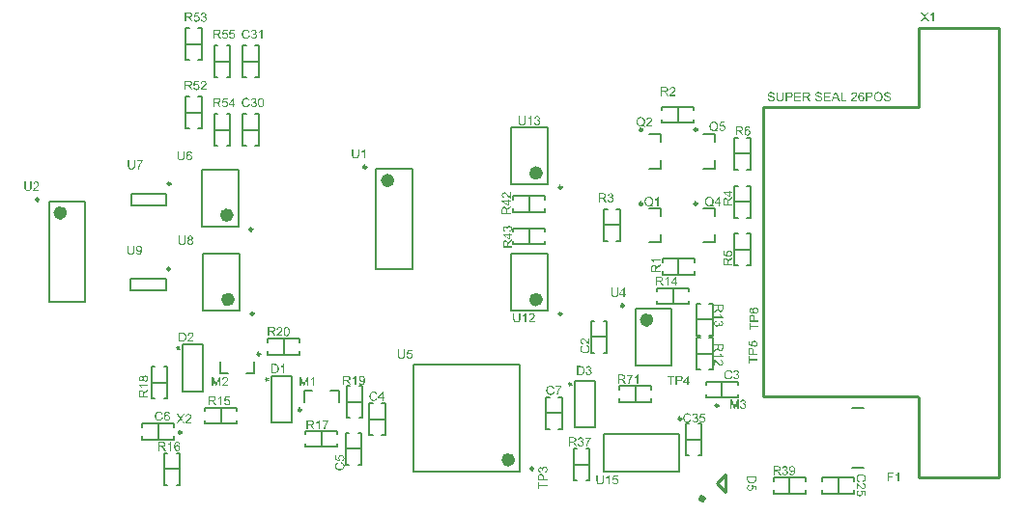
<source format=gto>
G04*
G04 #@! TF.GenerationSoftware,Altium Limited,Altium Designer,19.0.14 (431)*
G04*
G04 Layer_Color=65535*
%FSLAX25Y25*%
%MOIN*%
G70*
G01*
G75*
%ADD10C,0.02362*%
%ADD11C,0.00984*%
%ADD12C,0.01968*%
%ADD13C,0.00787*%
%ADD14C,0.00591*%
%ADD15C,0.01000*%
G36*
X116519Y55368D02*
X116525Y55357D01*
X116530Y55339D01*
X116536Y55317D01*
X116547Y55288D01*
X116559Y55248D01*
X116582Y55168D01*
X116604Y55065D01*
X116627Y54957D01*
X116650Y54837D01*
X116667Y54717D01*
X116673Y54723D01*
X116696Y54746D01*
X116730Y54786D01*
X116781Y54831D01*
X116850Y54900D01*
X116936Y54974D01*
X117038Y55065D01*
X117164Y55168D01*
X117381Y54854D01*
X117369Y54848D01*
X117341Y54826D01*
X117295Y54797D01*
X117233Y54751D01*
X117153Y54700D01*
X117055Y54637D01*
X116947Y54568D01*
X116821Y54494D01*
X116827D01*
X116839Y54489D01*
X116856Y54477D01*
X116884Y54460D01*
X116947Y54426D01*
X117033Y54380D01*
X117118Y54323D01*
X117215Y54266D01*
X117301Y54209D01*
X117381Y54152D01*
X117164Y53843D01*
X117158Y53849D01*
X117147Y53855D01*
X117130Y53872D01*
X117101Y53895D01*
X117038Y53946D01*
X116958Y54009D01*
X116878Y54083D01*
X116793Y54152D01*
X116724Y54220D01*
X116690Y54249D01*
X116667Y54277D01*
Y54272D01*
X116662Y54260D01*
Y54243D01*
X116656Y54220D01*
X116650Y54192D01*
X116644Y54157D01*
X116627Y54072D01*
X116604Y53975D01*
X116576Y53866D01*
X116519Y53638D01*
X116148Y53758D01*
Y53763D01*
X116153Y53775D01*
X116159Y53798D01*
X116170Y53826D01*
X116188Y53860D01*
X116199Y53900D01*
X116233Y53992D01*
X116273Y54089D01*
X116319Y54192D01*
X116365Y54283D01*
X116404Y54363D01*
X116399D01*
X116382D01*
X116359Y54357D01*
X116325D01*
X116290Y54352D01*
X116245Y54346D01*
X116142Y54340D01*
X116033Y54329D01*
X115925Y54317D01*
X115828Y54312D01*
X115788D01*
X115748D01*
Y54694D01*
X115754D01*
X115759D01*
X115776D01*
X115794D01*
X115851Y54688D01*
X115925Y54683D01*
X116022Y54671D01*
X116130Y54666D01*
X116262Y54649D01*
X116399Y54631D01*
Y54637D01*
X116393Y54643D01*
X116387Y54660D01*
X116376Y54677D01*
X116348Y54734D01*
X116313Y54808D01*
X116279Y54900D01*
X116233Y55002D01*
X116193Y55122D01*
X116148Y55248D01*
X116519Y55374D01*
Y55368D01*
D02*
G37*
G36*
X251952Y42966D02*
X251958Y42955D01*
X251963Y42938D01*
X251969Y42915D01*
X251980Y42886D01*
X251992Y42846D01*
X252015Y42766D01*
X252038Y42664D01*
X252060Y42555D01*
X252083Y42435D01*
X252100Y42315D01*
X252106Y42321D01*
X252129Y42344D01*
X252163Y42384D01*
X252215Y42430D01*
X252283Y42498D01*
X252369Y42572D01*
X252471Y42664D01*
X252597Y42766D01*
X252814Y42452D01*
X252803Y42447D01*
X252774Y42424D01*
X252728Y42395D01*
X252666Y42350D01*
X252586Y42298D01*
X252489Y42235D01*
X252380Y42167D01*
X252254Y42093D01*
X252260D01*
X252272Y42087D01*
X252289Y42076D01*
X252317Y42059D01*
X252380Y42024D01*
X252466Y41978D01*
X252551Y41921D01*
X252648Y41864D01*
X252734Y41807D01*
X252814Y41750D01*
X252597Y41442D01*
X252591Y41447D01*
X252580Y41453D01*
X252563Y41470D01*
X252534Y41493D01*
X252471Y41545D01*
X252392Y41607D01*
X252311Y41682D01*
X252226Y41750D01*
X252157Y41819D01*
X252123Y41847D01*
X252100Y41876D01*
Y41870D01*
X252095Y41859D01*
Y41842D01*
X252089Y41819D01*
X252083Y41790D01*
X252077Y41756D01*
X252060Y41670D01*
X252038Y41573D01*
X252009Y41465D01*
X251952Y41236D01*
X251581Y41356D01*
Y41362D01*
X251586Y41373D01*
X251592Y41396D01*
X251604Y41425D01*
X251621Y41459D01*
X251632Y41499D01*
X251666Y41590D01*
X251706Y41687D01*
X251752Y41790D01*
X251798Y41881D01*
X251838Y41961D01*
X251832D01*
X251815D01*
X251792Y41956D01*
X251758D01*
X251723Y41950D01*
X251678Y41944D01*
X251575Y41939D01*
X251466Y41927D01*
X251358Y41916D01*
X251261Y41910D01*
X251221D01*
X251181D01*
Y42293D01*
X251187D01*
X251192D01*
X251209D01*
X251227D01*
X251284Y42287D01*
X251358Y42281D01*
X251455Y42270D01*
X251564Y42264D01*
X251695Y42247D01*
X251832Y42230D01*
Y42235D01*
X251826Y42241D01*
X251820Y42258D01*
X251809Y42276D01*
X251781Y42333D01*
X251746Y42407D01*
X251712Y42498D01*
X251666Y42601D01*
X251626Y42721D01*
X251581Y42846D01*
X251952Y42972D01*
Y42966D01*
D02*
G37*
G36*
X147227Y44485D02*
X147233Y44474D01*
X147239Y44457D01*
X147245Y44434D01*
X147256Y44405D01*
X147267Y44366D01*
X147290Y44286D01*
X147313Y44183D01*
X147336Y44074D01*
X147359Y43954D01*
X147376Y43834D01*
X147382Y43840D01*
X147404Y43863D01*
X147439Y43903D01*
X147490Y43949D01*
X147559Y44017D01*
X147644Y44091D01*
X147747Y44183D01*
X147873Y44286D01*
X148090Y43971D01*
X148078Y43966D01*
X148050Y43943D01*
X148004Y43914D01*
X147941Y43869D01*
X147861Y43817D01*
X147764Y43755D01*
X147656Y43686D01*
X147530Y43612D01*
X147536D01*
X147547Y43606D01*
X147564Y43595D01*
X147593Y43578D01*
X147656Y43543D01*
X147741Y43498D01*
X147827Y43440D01*
X147924Y43383D01*
X148010Y43326D01*
X148090Y43269D01*
X147873Y42961D01*
X147867Y42967D01*
X147855Y42972D01*
X147838Y42989D01*
X147810Y43012D01*
X147747Y43064D01*
X147667Y43126D01*
X147587Y43201D01*
X147502Y43269D01*
X147433Y43338D01*
X147399Y43366D01*
X147376Y43395D01*
Y43389D01*
X147370Y43378D01*
Y43361D01*
X147364Y43338D01*
X147359Y43309D01*
X147353Y43275D01*
X147336Y43189D01*
X147313Y43092D01*
X147284Y42984D01*
X147227Y42755D01*
X146856Y42875D01*
Y42881D01*
X146862Y42892D01*
X146868Y42915D01*
X146879Y42944D01*
X146896Y42978D01*
X146908Y43018D01*
X146942Y43109D01*
X146982Y43206D01*
X147028Y43309D01*
X147073Y43400D01*
X147113Y43481D01*
X147108D01*
X147090D01*
X147067Y43475D01*
X147033D01*
X146999Y43469D01*
X146953Y43463D01*
X146851Y43458D01*
X146742Y43446D01*
X146634Y43435D01*
X146537Y43429D01*
X146496D01*
X146457D01*
Y43812D01*
X146462D01*
X146468D01*
X146485D01*
X146502D01*
X146559Y43806D01*
X146634Y43800D01*
X146731Y43789D01*
X146839Y43783D01*
X146970Y43766D01*
X147108Y43749D01*
Y43755D01*
X147102Y43760D01*
X147096Y43777D01*
X147085Y43795D01*
X147056Y43852D01*
X147022Y43926D01*
X146988Y44017D01*
X146942Y44120D01*
X146902Y44240D01*
X146856Y44366D01*
X147227Y44491D01*
Y44485D01*
D02*
G37*
G36*
X352535Y142918D02*
X352567D01*
X352605Y142913D01*
X352689Y142895D01*
X352787Y142871D01*
X352890Y142834D01*
X352989Y142782D01*
X353035Y142750D01*
X353082Y142712D01*
X353087D01*
X353092Y142703D01*
X353105Y142689D01*
X353119Y142675D01*
X353162Y142628D01*
X353208Y142562D01*
X353260Y142478D01*
X353307Y142380D01*
X353344Y142268D01*
X353372Y142137D01*
X352989Y142109D01*
Y142113D01*
X352984Y142118D01*
X352979Y142146D01*
X352965Y142183D01*
X352951Y142235D01*
X352928Y142286D01*
X352900Y142342D01*
X352871Y142394D01*
X352839Y142436D01*
X352829Y142445D01*
X352811Y142464D01*
X352778Y142488D01*
X352731Y142520D01*
X352675Y142553D01*
X352609Y142577D01*
X352535Y142595D01*
X352450Y142604D01*
X352417D01*
X352385Y142600D01*
X352338Y142590D01*
X352287Y142581D01*
X352235Y142562D01*
X352179Y142534D01*
X352123Y142502D01*
X352113Y142497D01*
X352095Y142478D01*
X352057Y142445D01*
X352020Y142403D01*
X351973Y142347D01*
X351922Y142277D01*
X351875Y142197D01*
X351833Y142109D01*
Y142104D01*
X351828Y142099D01*
X351823Y142080D01*
X351814Y142062D01*
X351809Y142034D01*
X351800Y142006D01*
X351790Y141968D01*
X351781Y141921D01*
X351767Y141875D01*
X351758Y141818D01*
X351748Y141762D01*
X351744Y141697D01*
X351734Y141626D01*
X351730Y141551D01*
X351725Y141467D01*
Y141388D01*
X351730Y141392D01*
X351748Y141416D01*
X351776Y141453D01*
X351818Y141500D01*
X351865Y141551D01*
X351926Y141603D01*
X351992Y141655D01*
X352062Y141697D01*
X352066D01*
X352071Y141701D01*
X352099Y141715D01*
X352137Y141729D01*
X352193Y141753D01*
X352258Y141771D01*
X352329Y141786D01*
X352408Y141800D01*
X352488Y141804D01*
X352525D01*
X352553Y141800D01*
X352586Y141795D01*
X352624Y141790D01*
X352717Y141767D01*
X352820Y141734D01*
X352876Y141711D01*
X352932Y141683D01*
X352984Y141650D01*
X353040Y141612D01*
X353096Y141570D01*
X353148Y141519D01*
X353152Y141514D01*
X353162Y141505D01*
X353171Y141491D01*
X353190Y141467D01*
X353213Y141439D01*
X353237Y141407D01*
X353260Y141364D01*
X353288Y141322D01*
X353311Y141271D01*
X353335Y141215D01*
X353358Y141154D01*
X353382Y141088D01*
X353400Y141018D01*
X353410Y140943D01*
X353419Y140868D01*
X353424Y140784D01*
Y140779D01*
Y140770D01*
Y140756D01*
Y140733D01*
X353419Y140709D01*
Y140676D01*
X353410Y140606D01*
X353391Y140522D01*
X353368Y140428D01*
X353335Y140330D01*
X353293Y140232D01*
Y140227D01*
X353288Y140222D01*
X353279Y140208D01*
X353269Y140190D01*
X353241Y140143D01*
X353204Y140087D01*
X353152Y140026D01*
X353092Y139960D01*
X353021Y139900D01*
X352942Y139843D01*
X352937D01*
X352932Y139839D01*
X352918Y139829D01*
X352904Y139825D01*
X352857Y139801D01*
X352797Y139778D01*
X352722Y139754D01*
X352633Y139731D01*
X352539Y139717D01*
X352436Y139712D01*
X352413D01*
X352390Y139717D01*
X352357D01*
X352315Y139722D01*
X352268Y139731D01*
X352212Y139740D01*
X352155Y139754D01*
X352095Y139773D01*
X352029Y139797D01*
X351964Y139825D01*
X351898Y139862D01*
X351833Y139900D01*
X351767Y139946D01*
X351706Y140003D01*
X351645Y140063D01*
X351641Y140068D01*
X351631Y140082D01*
X351617Y140101D01*
X351599Y140134D01*
X351575Y140171D01*
X351547Y140218D01*
X351524Y140279D01*
X351496Y140344D01*
X351463Y140419D01*
X351439Y140503D01*
X351411Y140602D01*
X351388Y140709D01*
X351369Y140822D01*
X351355Y140948D01*
X351346Y141088D01*
X351341Y141233D01*
Y141238D01*
Y141243D01*
Y141257D01*
Y141275D01*
X351346Y141322D01*
Y141383D01*
X351350Y141458D01*
X351360Y141542D01*
X351369Y141640D01*
X351383Y141743D01*
X351402Y141851D01*
X351425Y141959D01*
X351449Y142071D01*
X351482Y142179D01*
X351524Y142286D01*
X351566Y142385D01*
X351617Y142478D01*
X351678Y142562D01*
X351683Y142567D01*
X351692Y142577D01*
X351711Y142595D01*
X351734Y142619D01*
X351762Y142647D01*
X351800Y142675D01*
X351842Y142708D01*
X351889Y142745D01*
X351940Y142778D01*
X352001Y142810D01*
X352066Y142839D01*
X352137Y142867D01*
X352216Y142890D01*
X352296Y142909D01*
X352380Y142918D01*
X352474Y142923D01*
X352511D01*
X352535Y142918D01*
D02*
G37*
G36*
X361492Y142965D02*
X361529D01*
X361614Y142956D01*
X361707Y142941D01*
X361810Y142918D01*
X361918Y142890D01*
X362021Y142853D01*
X362026D01*
X362035Y142848D01*
X362049Y142843D01*
X362068Y142834D01*
X362115Y142806D01*
X362175Y142768D01*
X362241Y142722D01*
X362311Y142665D01*
X362377Y142600D01*
X362433Y142520D01*
X362437Y142511D01*
X362456Y142483D01*
X362479Y142436D01*
X362508Y142380D01*
X362536Y142305D01*
X362559Y142221D01*
X362582Y142127D01*
X362592Y142029D01*
X362194Y142001D01*
Y142006D01*
Y142015D01*
X362189Y142029D01*
X362185Y142048D01*
X362175Y142104D01*
X362157Y142169D01*
X362124Y142239D01*
X362086Y142314D01*
X362040Y142385D01*
X361974Y142445D01*
X361965Y142450D01*
X361941Y142469D01*
X361894Y142492D01*
X361834Y142525D01*
X361759Y142553D01*
X361661Y142577D01*
X361548Y142595D01*
X361422Y142600D01*
X361361D01*
X361328Y142595D01*
X361296Y142590D01*
X361211Y142581D01*
X361122Y142567D01*
X361033Y142539D01*
X360949Y142506D01*
X360907Y142483D01*
X360874Y142459D01*
X360865Y142455D01*
X360846Y142436D01*
X360818Y142403D01*
X360790Y142366D01*
X360757Y142314D01*
X360729Y142258D01*
X360711Y142193D01*
X360701Y142122D01*
Y142113D01*
Y142094D01*
X360706Y142062D01*
X360715Y142024D01*
X360729Y141982D01*
X360753Y141935D01*
X360781Y141888D01*
X360823Y141846D01*
X360827Y141842D01*
X360851Y141828D01*
X360865Y141818D01*
X360888Y141804D01*
X360912Y141790D01*
X360945Y141776D01*
X360982Y141758D01*
X361029Y141743D01*
X361080Y141720D01*
X361136Y141701D01*
X361202Y141683D01*
X361277Y141659D01*
X361361Y141640D01*
X361450Y141617D01*
X361455D01*
X361473Y141612D01*
X361497Y141608D01*
X361534Y141598D01*
X361576Y141589D01*
X361623Y141575D01*
X361731Y141551D01*
X361843Y141519D01*
X361960Y141486D01*
X362012Y141472D01*
X362063Y141453D01*
X362110Y141435D01*
X362147Y141420D01*
X362152D01*
X362161Y141416D01*
X362175Y141407D01*
X362194Y141397D01*
X362241Y141369D01*
X362302Y141332D01*
X362367Y141285D01*
X362437Y141233D01*
X362498Y141168D01*
X362554Y141098D01*
X362559Y141088D01*
X362573Y141065D01*
X362597Y141023D01*
X362620Y140971D01*
X362643Y140906D01*
X362667Y140831D01*
X362681Y140747D01*
X362685Y140653D01*
Y140648D01*
Y140644D01*
Y140630D01*
Y140611D01*
X362676Y140559D01*
X362667Y140499D01*
X362648Y140424D01*
X362625Y140344D01*
X362587Y140260D01*
X362540Y140176D01*
Y140171D01*
X362536Y140166D01*
X362512Y140138D01*
X362479Y140101D01*
X362433Y140049D01*
X362377Y139998D01*
X362302Y139937D01*
X362222Y139885D01*
X362124Y139834D01*
X362119D01*
X362110Y139829D01*
X362096Y139825D01*
X362077Y139815D01*
X362054Y139806D01*
X362021Y139797D01*
X361951Y139773D01*
X361857Y139750D01*
X361759Y139731D01*
X361642Y139717D01*
X361520Y139712D01*
X361450D01*
X361413Y139717D01*
X361370D01*
X361324Y139722D01*
X361272Y139726D01*
X361160Y139740D01*
X361038Y139764D01*
X360916Y139792D01*
X360804Y139834D01*
X360799D01*
X360790Y139839D01*
X360776Y139848D01*
X360757Y139857D01*
X360706Y139885D01*
X360640Y139928D01*
X360565Y139979D01*
X360490Y140045D01*
X360416Y140120D01*
X360350Y140208D01*
Y140213D01*
X360346Y140218D01*
X360336Y140232D01*
X360327Y140255D01*
X360313Y140279D01*
X360299Y140307D01*
X360266Y140377D01*
X360238Y140461D01*
X360210Y140555D01*
X360191Y140662D01*
X360182Y140779D01*
X360575Y140812D01*
Y140807D01*
Y140803D01*
X360579Y140775D01*
X360589Y140728D01*
X360598Y140672D01*
X360617Y140611D01*
X360640Y140545D01*
X360668Y140480D01*
X360701Y140419D01*
X360706Y140414D01*
X360720Y140396D01*
X360743Y140367D01*
X360781Y140335D01*
X360823Y140293D01*
X360879Y140255D01*
X360945Y140213D01*
X361019Y140176D01*
X361024D01*
X361029Y140171D01*
X361057Y140162D01*
X361104Y140148D01*
X361160Y140129D01*
X361230Y140110D01*
X361314Y140096D01*
X361403Y140087D01*
X361501Y140082D01*
X361543D01*
X361586Y140087D01*
X361642Y140091D01*
X361707Y140101D01*
X361777Y140110D01*
X361848Y140129D01*
X361918Y140152D01*
X361927Y140157D01*
X361946Y140166D01*
X361979Y140180D01*
X362021Y140204D01*
X362063Y140232D01*
X362110Y140265D01*
X362152Y140302D01*
X362189Y140344D01*
X362194Y140349D01*
X362203Y140367D01*
X362217Y140391D01*
X362236Y140424D01*
X362255Y140466D01*
X362269Y140513D01*
X362278Y140564D01*
X362283Y140616D01*
Y140620D01*
Y140639D01*
X362278Y140667D01*
X362274Y140705D01*
X362264Y140747D01*
X362245Y140789D01*
X362227Y140831D01*
X362199Y140873D01*
X362194Y140878D01*
X362185Y140892D01*
X362161Y140910D01*
X362133Y140938D01*
X362091Y140967D01*
X362044Y140999D01*
X361983Y141032D01*
X361913Y141060D01*
X361909Y141065D01*
X361885Y141069D01*
X361852Y141084D01*
X361824Y141088D01*
X361796Y141098D01*
X361759Y141107D01*
X361721Y141121D01*
X361675Y141135D01*
X361623Y141149D01*
X361567Y141163D01*
X361501Y141177D01*
X361431Y141196D01*
X361352Y141215D01*
X361347D01*
X361333Y141219D01*
X361310Y141224D01*
X361281Y141233D01*
X361244Y141243D01*
X361207Y141252D01*
X361113Y141280D01*
X361010Y141308D01*
X360912Y141341D01*
X360818Y141374D01*
X360781Y141392D01*
X360743Y141411D01*
X360739D01*
X360734Y141416D01*
X360706Y141435D01*
X360668Y141458D01*
X360617Y141491D01*
X360561Y141533D01*
X360505Y141584D01*
X360453Y141640D01*
X360406Y141701D01*
X360402Y141711D01*
X360388Y141734D01*
X360373Y141771D01*
X360355Y141818D01*
X360331Y141875D01*
X360317Y141945D01*
X360303Y142020D01*
X360299Y142099D01*
Y142104D01*
Y142109D01*
Y142122D01*
Y142141D01*
X360308Y142183D01*
X360317Y142244D01*
X360331Y142314D01*
X360355Y142389D01*
X360388Y142464D01*
X360430Y142544D01*
Y142548D01*
X360434Y142553D01*
X360453Y142577D01*
X360486Y142614D01*
X360533Y142661D01*
X360589Y142712D01*
X360654Y142768D01*
X360734Y142820D01*
X360827Y142862D01*
X360832D01*
X360841Y142867D01*
X360856Y142871D01*
X360874Y142881D01*
X360898Y142885D01*
X360926Y142895D01*
X360996Y142918D01*
X361085Y142937D01*
X361183Y142951D01*
X361291Y142965D01*
X361403Y142970D01*
X361464D01*
X361492Y142965D01*
D02*
G37*
G36*
X337769Y142965D02*
X337807D01*
X337891Y142956D01*
X337984Y142941D01*
X338087Y142918D01*
X338195Y142890D01*
X338298Y142853D01*
X338303D01*
X338312Y142848D01*
X338326Y142843D01*
X338345Y142834D01*
X338392Y142806D01*
X338452Y142768D01*
X338518Y142721D01*
X338588Y142665D01*
X338654Y142600D01*
X338710Y142520D01*
X338715Y142511D01*
X338733Y142483D01*
X338757Y142436D01*
X338785Y142380D01*
X338813Y142305D01*
X338836Y142221D01*
X338860Y142127D01*
X338869Y142029D01*
X338471Y142001D01*
Y142006D01*
Y142015D01*
X338467Y142029D01*
X338462Y142048D01*
X338452Y142104D01*
X338434Y142169D01*
X338401Y142239D01*
X338364Y142314D01*
X338317Y142385D01*
X338251Y142445D01*
X338242Y142450D01*
X338218Y142469D01*
X338172Y142492D01*
X338111Y142525D01*
X338036Y142553D01*
X337938Y142577D01*
X337825Y142595D01*
X337699Y142600D01*
X337638D01*
X337605Y142595D01*
X337573Y142590D01*
X337488Y142581D01*
X337399Y142567D01*
X337311Y142539D01*
X337226Y142506D01*
X337184Y142483D01*
X337151Y142459D01*
X337142Y142455D01*
X337123Y142436D01*
X337095Y142403D01*
X337067Y142366D01*
X337034Y142314D01*
X337006Y142258D01*
X336988Y142193D01*
X336978Y142122D01*
Y142113D01*
Y142094D01*
X336983Y142062D01*
X336992Y142024D01*
X337006Y141982D01*
X337030Y141935D01*
X337058Y141888D01*
X337100Y141846D01*
X337105Y141842D01*
X337128Y141828D01*
X337142Y141818D01*
X337165Y141804D01*
X337189Y141790D01*
X337222Y141776D01*
X337259Y141758D01*
X337306Y141743D01*
X337357Y141720D01*
X337414Y141701D01*
X337479Y141683D01*
X337554Y141659D01*
X337638Y141640D01*
X337727Y141617D01*
X337732D01*
X337750Y141612D01*
X337774Y141608D01*
X337811Y141598D01*
X337853Y141589D01*
X337900Y141575D01*
X338008Y141551D01*
X338120Y141519D01*
X338237Y141486D01*
X338289Y141472D01*
X338340Y141453D01*
X338387Y141435D01*
X338424Y141420D01*
X338429D01*
X338438Y141416D01*
X338452Y141407D01*
X338471Y141397D01*
X338518Y141369D01*
X338579Y141332D01*
X338644Y141285D01*
X338715Y141233D01*
X338775Y141168D01*
X338831Y141098D01*
X338836Y141088D01*
X338850Y141065D01*
X338874Y141023D01*
X338897Y140971D01*
X338920Y140906D01*
X338944Y140831D01*
X338958Y140747D01*
X338963Y140653D01*
Y140648D01*
Y140644D01*
Y140630D01*
Y140611D01*
X338953Y140559D01*
X338944Y140498D01*
X338925Y140424D01*
X338902Y140344D01*
X338864Y140260D01*
X338818Y140176D01*
Y140171D01*
X338813Y140166D01*
X338789Y140138D01*
X338757Y140101D01*
X338710Y140049D01*
X338654Y139998D01*
X338579Y139937D01*
X338499Y139885D01*
X338401Y139834D01*
X338396D01*
X338387Y139829D01*
X338373Y139825D01*
X338354Y139815D01*
X338331Y139806D01*
X338298Y139796D01*
X338228Y139773D01*
X338134Y139750D01*
X338036Y139731D01*
X337919Y139717D01*
X337797Y139712D01*
X337727D01*
X337690Y139717D01*
X337648D01*
X337601Y139722D01*
X337549Y139726D01*
X337437Y139740D01*
X337315Y139764D01*
X337193Y139792D01*
X337081Y139834D01*
X337076D01*
X337067Y139839D01*
X337053Y139848D01*
X337034Y139857D01*
X336983Y139885D01*
X336917Y139928D01*
X336842Y139979D01*
X336768Y140045D01*
X336693Y140120D01*
X336627Y140208D01*
Y140213D01*
X336623Y140218D01*
X336613Y140232D01*
X336604Y140255D01*
X336590Y140279D01*
X336576Y140307D01*
X336543Y140377D01*
X336515Y140461D01*
X336487Y140555D01*
X336468Y140662D01*
X336459Y140779D01*
X336852Y140812D01*
Y140807D01*
Y140803D01*
X336857Y140775D01*
X336866Y140728D01*
X336875Y140672D01*
X336894Y140611D01*
X336917Y140545D01*
X336946Y140480D01*
X336978Y140419D01*
X336983Y140414D01*
X336997Y140396D01*
X337020Y140367D01*
X337058Y140335D01*
X337100Y140293D01*
X337156Y140255D01*
X337222Y140213D01*
X337297Y140176D01*
X337301D01*
X337306Y140171D01*
X337334Y140162D01*
X337381Y140147D01*
X337437Y140129D01*
X337507Y140110D01*
X337591Y140096D01*
X337680Y140087D01*
X337778Y140082D01*
X337821D01*
X337863Y140087D01*
X337919Y140091D01*
X337984Y140101D01*
X338055Y140110D01*
X338125Y140129D01*
X338195Y140152D01*
X338204Y140157D01*
X338223Y140166D01*
X338256Y140180D01*
X338298Y140204D01*
X338340Y140232D01*
X338387Y140264D01*
X338429Y140302D01*
X338467Y140344D01*
X338471Y140349D01*
X338480Y140367D01*
X338494Y140391D01*
X338513Y140424D01*
X338532Y140466D01*
X338546Y140513D01*
X338555Y140564D01*
X338560Y140615D01*
Y140620D01*
Y140639D01*
X338555Y140667D01*
X338551Y140705D01*
X338541Y140747D01*
X338523Y140789D01*
X338504Y140831D01*
X338476Y140873D01*
X338471Y140878D01*
X338462Y140892D01*
X338438Y140910D01*
X338410Y140938D01*
X338368Y140966D01*
X338321Y140999D01*
X338261Y141032D01*
X338190Y141060D01*
X338186Y141065D01*
X338162Y141069D01*
X338129Y141084D01*
X338101Y141088D01*
X338073Y141098D01*
X338036Y141107D01*
X337999Y141121D01*
X337952Y141135D01*
X337900Y141149D01*
X337844Y141163D01*
X337778Y141177D01*
X337708Y141196D01*
X337629Y141215D01*
X337624D01*
X337610Y141219D01*
X337587Y141224D01*
X337559Y141233D01*
X337521Y141243D01*
X337484Y141252D01*
X337390Y141280D01*
X337287Y141308D01*
X337189Y141341D01*
X337095Y141374D01*
X337058Y141392D01*
X337020Y141411D01*
X337016D01*
X337011Y141416D01*
X336983Y141435D01*
X336946Y141458D01*
X336894Y141491D01*
X336838Y141533D01*
X336782Y141584D01*
X336730Y141640D01*
X336683Y141701D01*
X336679Y141711D01*
X336665Y141734D01*
X336651Y141771D01*
X336632Y141818D01*
X336609Y141875D01*
X336595Y141945D01*
X336580Y142019D01*
X336576Y142099D01*
Y142104D01*
Y142109D01*
Y142122D01*
Y142141D01*
X336585Y142183D01*
X336595Y142244D01*
X336609Y142314D01*
X336632Y142389D01*
X336665Y142464D01*
X336707Y142544D01*
Y142548D01*
X336712Y142553D01*
X336730Y142577D01*
X336763Y142614D01*
X336810Y142661D01*
X336866Y142712D01*
X336931Y142768D01*
X337011Y142820D01*
X337105Y142862D01*
X337109D01*
X337119Y142867D01*
X337133Y142871D01*
X337151Y142881D01*
X337175Y142885D01*
X337203Y142895D01*
X337273Y142918D01*
X337362Y142937D01*
X337460Y142951D01*
X337568Y142965D01*
X337680Y142970D01*
X337741D01*
X337769Y142965D01*
D02*
G37*
G36*
X321389D02*
X321427D01*
X321511Y142956D01*
X321604Y142941D01*
X321707Y142918D01*
X321815Y142890D01*
X321918Y142853D01*
X321923D01*
X321932Y142848D01*
X321946Y142843D01*
X321965Y142834D01*
X322012Y142806D01*
X322072Y142768D01*
X322138Y142721D01*
X322208Y142665D01*
X322274Y142600D01*
X322330Y142520D01*
X322335Y142511D01*
X322353Y142483D01*
X322377Y142436D01*
X322405Y142380D01*
X322433Y142305D01*
X322456Y142221D01*
X322480Y142127D01*
X322489Y142029D01*
X322091Y142001D01*
Y142006D01*
Y142015D01*
X322087Y142029D01*
X322082Y142048D01*
X322072Y142104D01*
X322054Y142169D01*
X322021Y142239D01*
X321984Y142314D01*
X321937Y142385D01*
X321871Y142445D01*
X321862Y142450D01*
X321838Y142469D01*
X321792Y142492D01*
X321731Y142525D01*
X321656Y142553D01*
X321558Y142577D01*
X321445Y142595D01*
X321319Y142600D01*
X321258D01*
X321225Y142595D01*
X321193Y142590D01*
X321108Y142581D01*
X321019Y142567D01*
X320931Y142539D01*
X320846Y142506D01*
X320804Y142483D01*
X320771Y142459D01*
X320762Y142455D01*
X320743Y142436D01*
X320715Y142403D01*
X320687Y142366D01*
X320654Y142314D01*
X320626Y142258D01*
X320608Y142193D01*
X320598Y142122D01*
Y142113D01*
Y142094D01*
X320603Y142062D01*
X320612Y142024D01*
X320626Y141982D01*
X320650Y141935D01*
X320678Y141888D01*
X320720Y141846D01*
X320725Y141842D01*
X320748Y141828D01*
X320762Y141818D01*
X320785Y141804D01*
X320809Y141790D01*
X320842Y141776D01*
X320879Y141758D01*
X320926Y141743D01*
X320977Y141720D01*
X321034Y141701D01*
X321099Y141683D01*
X321174Y141659D01*
X321258Y141640D01*
X321347Y141617D01*
X321352D01*
X321370Y141612D01*
X321394Y141608D01*
X321431Y141598D01*
X321473Y141589D01*
X321520Y141575D01*
X321628Y141551D01*
X321740Y141519D01*
X321857Y141486D01*
X321909Y141472D01*
X321960Y141453D01*
X322007Y141435D01*
X322044Y141420D01*
X322049D01*
X322058Y141416D01*
X322072Y141407D01*
X322091Y141397D01*
X322138Y141369D01*
X322199Y141332D01*
X322264Y141285D01*
X322335Y141233D01*
X322395Y141168D01*
X322451Y141098D01*
X322456Y141088D01*
X322470Y141065D01*
X322494Y141023D01*
X322517Y140971D01*
X322540Y140906D01*
X322564Y140831D01*
X322578Y140747D01*
X322583Y140653D01*
Y140648D01*
Y140644D01*
Y140630D01*
Y140611D01*
X322573Y140559D01*
X322564Y140498D01*
X322545Y140424D01*
X322522Y140344D01*
X322484Y140260D01*
X322438Y140176D01*
Y140171D01*
X322433Y140166D01*
X322409Y140138D01*
X322377Y140101D01*
X322330Y140049D01*
X322274Y139998D01*
X322199Y139937D01*
X322119Y139885D01*
X322021Y139834D01*
X322016D01*
X322007Y139829D01*
X321993Y139825D01*
X321974Y139815D01*
X321951Y139806D01*
X321918Y139796D01*
X321848Y139773D01*
X321754Y139750D01*
X321656Y139731D01*
X321539Y139717D01*
X321417Y139712D01*
X321347D01*
X321310Y139717D01*
X321268D01*
X321221Y139722D01*
X321169Y139726D01*
X321057Y139740D01*
X320935Y139764D01*
X320813Y139792D01*
X320701Y139834D01*
X320696D01*
X320687Y139839D01*
X320673Y139848D01*
X320654Y139857D01*
X320603Y139885D01*
X320537Y139928D01*
X320462Y139979D01*
X320388Y140045D01*
X320313Y140120D01*
X320247Y140208D01*
Y140213D01*
X320243Y140218D01*
X320233Y140232D01*
X320224Y140255D01*
X320210Y140279D01*
X320196Y140307D01*
X320163Y140377D01*
X320135Y140461D01*
X320107Y140555D01*
X320088Y140662D01*
X320079Y140779D01*
X320472Y140812D01*
Y140807D01*
Y140803D01*
X320477Y140775D01*
X320486Y140728D01*
X320495Y140672D01*
X320514Y140611D01*
X320537Y140545D01*
X320566Y140480D01*
X320598Y140419D01*
X320603Y140414D01*
X320617Y140396D01*
X320640Y140367D01*
X320678Y140335D01*
X320720Y140293D01*
X320776Y140255D01*
X320842Y140213D01*
X320917Y140176D01*
X320921D01*
X320926Y140171D01*
X320954Y140162D01*
X321001Y140147D01*
X321057Y140129D01*
X321127Y140110D01*
X321211Y140096D01*
X321300Y140087D01*
X321398Y140082D01*
X321441D01*
X321483Y140087D01*
X321539Y140091D01*
X321604Y140101D01*
X321675Y140110D01*
X321745Y140129D01*
X321815Y140152D01*
X321824Y140157D01*
X321843Y140166D01*
X321876Y140180D01*
X321918Y140204D01*
X321960Y140232D01*
X322007Y140264D01*
X322049Y140302D01*
X322087Y140344D01*
X322091Y140349D01*
X322100Y140367D01*
X322114Y140391D01*
X322133Y140424D01*
X322152Y140466D01*
X322166Y140513D01*
X322175Y140564D01*
X322180Y140615D01*
Y140620D01*
Y140639D01*
X322175Y140667D01*
X322171Y140705D01*
X322161Y140747D01*
X322143Y140789D01*
X322124Y140831D01*
X322096Y140873D01*
X322091Y140878D01*
X322082Y140892D01*
X322058Y140910D01*
X322030Y140938D01*
X321988Y140966D01*
X321941Y140999D01*
X321881Y141032D01*
X321810Y141060D01*
X321806Y141065D01*
X321782Y141069D01*
X321749Y141084D01*
X321721Y141088D01*
X321693Y141098D01*
X321656Y141107D01*
X321619Y141121D01*
X321572Y141135D01*
X321520Y141149D01*
X321464Y141163D01*
X321398Y141177D01*
X321328Y141196D01*
X321249Y141215D01*
X321244D01*
X321230Y141219D01*
X321207Y141224D01*
X321179Y141233D01*
X321141Y141243D01*
X321104Y141252D01*
X321010Y141280D01*
X320907Y141308D01*
X320809Y141341D01*
X320715Y141374D01*
X320678Y141392D01*
X320640Y141411D01*
X320636D01*
X320631Y141416D01*
X320603Y141435D01*
X320566Y141458D01*
X320514Y141491D01*
X320458Y141533D01*
X320402Y141584D01*
X320350Y141640D01*
X320303Y141701D01*
X320299Y141711D01*
X320285Y141734D01*
X320271Y141771D01*
X320252Y141818D01*
X320229Y141875D01*
X320215Y141945D01*
X320200Y142019D01*
X320196Y142099D01*
Y142104D01*
Y142109D01*
Y142122D01*
Y142141D01*
X320205Y142183D01*
X320215Y142244D01*
X320229Y142314D01*
X320252Y142389D01*
X320285Y142464D01*
X320327Y142544D01*
Y142548D01*
X320332Y142553D01*
X320350Y142577D01*
X320383Y142614D01*
X320430Y142661D01*
X320486Y142712D01*
X320551Y142768D01*
X320631Y142820D01*
X320725Y142862D01*
X320729D01*
X320739Y142867D01*
X320753Y142871D01*
X320771Y142881D01*
X320795Y142885D01*
X320823Y142895D01*
X320893Y142918D01*
X320982Y142937D01*
X321080Y142951D01*
X321188Y142965D01*
X321300Y142970D01*
X321361D01*
X321389Y142965D01*
D02*
G37*
G36*
X325634Y141093D02*
Y141088D01*
Y141074D01*
Y141046D01*
Y141013D01*
X325629Y140976D01*
Y140929D01*
X325624Y140878D01*
X325620Y140822D01*
X325606Y140700D01*
X325587Y140578D01*
X325564Y140452D01*
X325526Y140339D01*
Y140335D01*
X325522Y140325D01*
X325517Y140311D01*
X325507Y140293D01*
X325480Y140241D01*
X325437Y140176D01*
X325386Y140105D01*
X325316Y140031D01*
X325236Y139956D01*
X325138Y139885D01*
X325133D01*
X325124Y139876D01*
X325110Y139871D01*
X325086Y139857D01*
X325058Y139843D01*
X325026Y139829D01*
X324988Y139815D01*
X324941Y139801D01*
X324890Y139783D01*
X324834Y139769D01*
X324773Y139754D01*
X324707Y139740D01*
X324642Y139726D01*
X324567Y139722D01*
X324403Y139712D01*
X324361D01*
X324328Y139717D01*
X324291D01*
X324249Y139722D01*
X324197Y139726D01*
X324146Y139731D01*
X324029Y139750D01*
X323912Y139778D01*
X323790Y139811D01*
X323678Y139862D01*
X323673D01*
X323664Y139871D01*
X323650Y139876D01*
X323631Y139890D01*
X323584Y139928D01*
X323523Y139974D01*
X323458Y140035D01*
X323388Y140115D01*
X323327Y140199D01*
X323275Y140302D01*
Y140307D01*
X323271Y140316D01*
X323266Y140330D01*
X323256Y140354D01*
X323247Y140386D01*
X323238Y140419D01*
X323228Y140461D01*
X323219Y140508D01*
X323205Y140564D01*
X323196Y140625D01*
X323186Y140686D01*
X323177Y140756D01*
X323167Y140835D01*
X323163Y140915D01*
X323158Y141004D01*
Y141093D01*
Y142913D01*
X323575D01*
Y141093D01*
Y141088D01*
Y141074D01*
Y141056D01*
Y141027D01*
X323579Y140995D01*
Y140953D01*
X323584Y140864D01*
X323593Y140765D01*
X323607Y140667D01*
X323626Y140573D01*
X323636Y140527D01*
X323650Y140489D01*
X323654Y140480D01*
X323664Y140456D01*
X323682Y140424D01*
X323710Y140377D01*
X323743Y140330D01*
X323790Y140279D01*
X323842Y140232D01*
X323907Y140190D01*
X323916Y140185D01*
X323940Y140176D01*
X323982Y140157D01*
X324033Y140138D01*
X324103Y140120D01*
X324178Y140101D01*
X324267Y140091D01*
X324366Y140087D01*
X324408D01*
X324441Y140091D01*
X324478D01*
X324520Y140096D01*
X324618Y140115D01*
X324726Y140138D01*
X324834Y140176D01*
X324937Y140227D01*
X324983Y140255D01*
X325021Y140293D01*
X325026Y140297D01*
X325030Y140302D01*
X325040Y140316D01*
X325054Y140335D01*
X325068Y140358D01*
X325082Y140391D01*
X325100Y140428D01*
X325119Y140471D01*
X325138Y140522D01*
X325156Y140583D01*
X325171Y140648D01*
X325185Y140718D01*
X325199Y140798D01*
X325208Y140892D01*
X325217Y140985D01*
Y141093D01*
Y142913D01*
X325634D01*
Y141093D01*
D02*
G37*
G36*
X355328Y142909D02*
X355403Y142904D01*
X355483Y142899D01*
X355562Y142890D01*
X355628Y142881D01*
X355637D01*
X355665Y142871D01*
X355712Y142862D01*
X355764Y142848D01*
X355825Y142829D01*
X355890Y142806D01*
X355956Y142773D01*
X356016Y142736D01*
X356026Y142731D01*
X356045Y142717D01*
X356073Y142693D01*
X356110Y142656D01*
X356148Y142614D01*
X356190Y142562D01*
X356232Y142502D01*
X356269Y142431D01*
X356274Y142422D01*
X356283Y142399D01*
X356302Y142357D01*
X356321Y142305D01*
X356335Y142239D01*
X356353Y142169D01*
X356363Y142085D01*
X356367Y142001D01*
Y141996D01*
Y141982D01*
Y141963D01*
X356363Y141935D01*
X356358Y141898D01*
X356353Y141860D01*
X356344Y141814D01*
X356335Y141767D01*
X356307Y141659D01*
X356260Y141547D01*
X356232Y141486D01*
X356194Y141430D01*
X356157Y141374D01*
X356110Y141322D01*
X356105Y141318D01*
X356096Y141308D01*
X356082Y141299D01*
X356059Y141280D01*
X356031Y141257D01*
X355993Y141233D01*
X355951Y141210D01*
X355900Y141186D01*
X355839Y141158D01*
X355773Y141135D01*
X355698Y141112D01*
X355614Y141088D01*
X355520Y141069D01*
X355417Y141060D01*
X355310Y141051D01*
X355188Y141046D01*
X354383D01*
Y139764D01*
X353967D01*
Y142913D01*
X355258D01*
X355328Y142909D01*
D02*
G37*
G36*
X350031Y142918D02*
X350068Y142913D01*
X350115Y142909D01*
X350162Y142904D01*
X350218Y142890D01*
X350330Y142862D01*
X350452Y142815D01*
X350508Y142787D01*
X350564Y142754D01*
X350620Y142717D01*
X350672Y142670D01*
X350677Y142665D01*
X350681Y142661D01*
X350695Y142647D01*
X350714Y142623D01*
X350733Y142600D01*
X350756Y142572D01*
X350780Y142534D01*
X350808Y142497D01*
X350854Y142408D01*
X350897Y142300D01*
X350915Y142244D01*
X350929Y142179D01*
X350934Y142118D01*
X350939Y142048D01*
Y142038D01*
Y142015D01*
X350934Y141977D01*
X350929Y141931D01*
X350920Y141870D01*
X350906Y141809D01*
X350887Y141743D01*
X350859Y141673D01*
X350854Y141664D01*
X350845Y141640D01*
X350826Y141608D01*
X350798Y141561D01*
X350761Y141500D01*
X350719Y141435D01*
X350662Y141364D01*
X350602Y141289D01*
X350592Y141280D01*
X350569Y141252D01*
X350550Y141233D01*
X350522Y141205D01*
X350494Y141177D01*
X350461Y141144D01*
X350424Y141107D01*
X350377Y141065D01*
X350330Y141023D01*
X350274Y140971D01*
X350218Y140920D01*
X350152Y140864D01*
X350082Y140803D01*
X350007Y140737D01*
X350003Y140733D01*
X349993Y140723D01*
X349975Y140709D01*
X349951Y140690D01*
X349895Y140639D01*
X349820Y140578D01*
X349745Y140513D01*
X349675Y140447D01*
X349609Y140386D01*
X349586Y140363D01*
X349563Y140339D01*
X349558Y140335D01*
X349549Y140321D01*
X349530Y140302D01*
X349507Y140274D01*
X349479Y140246D01*
X349450Y140208D01*
X349399Y140134D01*
X350943D01*
Y139764D01*
X348861D01*
Y139769D01*
Y139787D01*
Y139815D01*
X348865Y139848D01*
X348870Y139890D01*
X348875Y139932D01*
X348889Y139984D01*
X348903Y140031D01*
Y140035D01*
X348907Y140040D01*
X348917Y140068D01*
X348936Y140110D01*
X348964Y140162D01*
X349001Y140227D01*
X349043Y140297D01*
X349095Y140372D01*
X349156Y140447D01*
Y140452D01*
X349165Y140456D01*
X349188Y140484D01*
X349231Y140527D01*
X349287Y140583D01*
X349357Y140653D01*
X349446Y140737D01*
X349549Y140826D01*
X349666Y140924D01*
X349670Y140929D01*
X349689Y140943D01*
X349712Y140967D01*
X349750Y140995D01*
X349792Y141027D01*
X349839Y141069D01*
X349942Y141168D01*
X350059Y141271D01*
X350171Y141383D01*
X350227Y141439D01*
X350274Y141491D01*
X350321Y141542D01*
X350358Y141589D01*
Y141594D01*
X350368Y141598D01*
X350377Y141612D01*
X350386Y141631D01*
X350414Y141678D01*
X350452Y141739D01*
X350485Y141814D01*
X350513Y141893D01*
X350532Y141973D01*
X350541Y142057D01*
Y142062D01*
Y142066D01*
X350536Y142094D01*
X350532Y142137D01*
X350522Y142193D01*
X350499Y142253D01*
X350471Y142319D01*
X350429Y142385D01*
X350372Y142445D01*
X350363Y142450D01*
X350344Y142469D01*
X350307Y142497D01*
X350260Y142525D01*
X350195Y142553D01*
X350124Y142581D01*
X350040Y142600D01*
X349946Y142604D01*
X349918D01*
X349900Y142600D01*
X349848Y142595D01*
X349787Y142581D01*
X349712Y142562D01*
X349638Y142530D01*
X349563Y142488D01*
X349497Y142431D01*
X349493Y142422D01*
X349474Y142399D01*
X349446Y142361D01*
X349418Y142310D01*
X349385Y142244D01*
X349361Y142165D01*
X349343Y142071D01*
X349333Y141968D01*
X348936Y142010D01*
Y142015D01*
Y142029D01*
X348940Y142052D01*
X348945Y142085D01*
X348954Y142122D01*
X348964Y142165D01*
X348987Y142263D01*
X349025Y142371D01*
X349081Y142483D01*
X349113Y142539D01*
X349151Y142590D01*
X349193Y142642D01*
X349240Y142689D01*
X349244Y142693D01*
X349254Y142698D01*
X349268Y142712D01*
X349287Y142726D01*
X349315Y142745D01*
X349347Y142764D01*
X349385Y142782D01*
X349432Y142806D01*
X349479Y142829D01*
X349530Y142848D01*
X349591Y142867D01*
X349656Y142885D01*
X349722Y142899D01*
X349797Y142913D01*
X349872Y142918D01*
X349956Y142923D01*
X349998D01*
X350031Y142918D01*
D02*
G37*
G36*
X345800Y140134D02*
X347349D01*
Y139764D01*
X345384D01*
Y142913D01*
X345800D01*
Y140134D01*
D02*
G37*
G36*
X345061Y139764D02*
X344588D01*
X344223Y140718D01*
X342903D01*
X342562Y139764D01*
X342122D01*
X343320Y142913D01*
X343778D01*
X345061Y139764D01*
D02*
G37*
G36*
X341817Y142544D02*
X339955D01*
Y141580D01*
X341700D01*
Y141210D01*
X339955D01*
Y140134D01*
X341892D01*
Y139764D01*
X339538D01*
Y142913D01*
X341817D01*
Y142544D01*
D02*
G37*
G36*
X333702Y142909D02*
X333744D01*
X333838Y142904D01*
X333941Y142890D01*
X334044Y142876D01*
X334147Y142853D01*
X334194Y142839D01*
X334236Y142824D01*
X334240D01*
X334245Y142820D01*
X334273Y142810D01*
X334311Y142787D01*
X334362Y142754D01*
X334418Y142712D01*
X334479Y142661D01*
X334535Y142600D01*
X334587Y142525D01*
X334591Y142516D01*
X334610Y142488D01*
X334629Y142445D01*
X334657Y142385D01*
X334680Y142314D01*
X334704Y142235D01*
X334718Y142146D01*
X334722Y142052D01*
Y142048D01*
Y142038D01*
Y142019D01*
X334718Y141996D01*
Y141968D01*
X334713Y141935D01*
X334694Y141856D01*
X334671Y141767D01*
X334629Y141673D01*
X334577Y141575D01*
X334540Y141528D01*
X334503Y141486D01*
X334498Y141481D01*
X334493Y141477D01*
X334479Y141463D01*
X334460Y141449D01*
X334437Y141430D01*
X334409Y141411D01*
X334376Y141388D01*
X334339Y141364D01*
X334292Y141341D01*
X334245Y141313D01*
X334189Y141289D01*
X334128Y141266D01*
X334063Y141247D01*
X333992Y141224D01*
X333917Y141210D01*
X333833Y141196D01*
X333843Y141191D01*
X333861Y141182D01*
X333889Y141168D01*
X333927Y141144D01*
X334011Y141098D01*
X334049Y141065D01*
X334086Y141037D01*
X334095Y141027D01*
X334119Y141009D01*
X334152Y140971D01*
X334198Y140920D01*
X334250Y140859D01*
X334306Y140789D01*
X334367Y140709D01*
X334428Y140620D01*
X334975Y139764D01*
X334456D01*
X334039Y140414D01*
Y140419D01*
X334030Y140428D01*
X334020Y140442D01*
X334006Y140461D01*
X333974Y140513D01*
X333931Y140578D01*
X333885Y140648D01*
X333833Y140718D01*
X333782Y140789D01*
X333735Y140849D01*
X333730Y140854D01*
X333716Y140873D01*
X333693Y140901D01*
X333665Y140934D01*
X333599Y141004D01*
X333562Y141032D01*
X333524Y141060D01*
X333520Y141065D01*
X333510Y141069D01*
X333492Y141079D01*
X333464Y141093D01*
X333403Y141121D01*
X333332Y141144D01*
X333328D01*
X333318Y141149D01*
X333300D01*
X333276Y141154D01*
X333244Y141158D01*
X333206D01*
X333159Y141163D01*
X332621D01*
Y139764D01*
X332205D01*
Y142913D01*
X333669D01*
X333702Y142909D01*
D02*
G37*
G36*
X331549Y142544D02*
X329687D01*
Y141580D01*
X331432D01*
Y141210D01*
X329687D01*
Y140134D01*
X331624D01*
Y139764D01*
X329270D01*
Y142913D01*
X331549D01*
Y142544D01*
D02*
G37*
G36*
X327693Y142909D02*
X327768Y142904D01*
X327848Y142899D01*
X327927Y142890D01*
X327993Y142881D01*
X328002D01*
X328030Y142871D01*
X328077Y142862D01*
X328128Y142848D01*
X328189Y142829D01*
X328255Y142806D01*
X328320Y142773D01*
X328381Y142736D01*
X328390Y142731D01*
X328409Y142717D01*
X328437Y142693D01*
X328475Y142656D01*
X328512Y142614D01*
X328554Y142562D01*
X328596Y142502D01*
X328634Y142431D01*
X328639Y142422D01*
X328648Y142399D01*
X328666Y142357D01*
X328685Y142305D01*
X328699Y142239D01*
X328718Y142169D01*
X328727Y142085D01*
X328732Y142001D01*
Y141996D01*
Y141982D01*
Y141963D01*
X328727Y141935D01*
X328723Y141898D01*
X328718Y141860D01*
X328709Y141814D01*
X328699Y141767D01*
X328671Y141659D01*
X328624Y141547D01*
X328596Y141486D01*
X328559Y141430D01*
X328521Y141374D01*
X328475Y141322D01*
X328470Y141317D01*
X328461Y141308D01*
X328447Y141299D01*
X328423Y141280D01*
X328395Y141257D01*
X328358Y141233D01*
X328315Y141210D01*
X328264Y141186D01*
X328203Y141158D01*
X328138Y141135D01*
X328063Y141112D01*
X327979Y141088D01*
X327885Y141069D01*
X327782Y141060D01*
X327674Y141051D01*
X327553Y141046D01*
X326748D01*
Y139764D01*
X326331D01*
Y142913D01*
X327623D01*
X327693Y142909D01*
D02*
G37*
G36*
X358352Y142965D02*
X358389D01*
X358431Y142960D01*
X358483Y142951D01*
X358539Y142941D01*
X358661Y142918D01*
X358792Y142881D01*
X358927Y142829D01*
X358998Y142796D01*
X359063Y142759D01*
X359068D01*
X359077Y142750D01*
X359096Y142736D01*
X359119Y142722D01*
X359152Y142698D01*
X359185Y142675D01*
X359260Y142609D01*
X359349Y142525D01*
X359437Y142427D01*
X359522Y142310D01*
X359597Y142179D01*
Y142174D01*
X359606Y142160D01*
X359615Y142141D01*
X359625Y142113D01*
X359639Y142076D01*
X359658Y142034D01*
X359671Y141987D01*
X359690Y141931D01*
X359709Y141875D01*
X359723Y141809D01*
X359742Y141739D01*
X359756Y141664D01*
X359774Y141505D01*
X359784Y141332D01*
Y141327D01*
Y141308D01*
Y141285D01*
X359779Y141252D01*
Y141210D01*
X359774Y141158D01*
X359770Y141107D01*
X359760Y141046D01*
X359737Y140915D01*
X359700Y140770D01*
X359653Y140620D01*
X359587Y140475D01*
Y140471D01*
X359578Y140461D01*
X359569Y140438D01*
X359550Y140414D01*
X359531Y140382D01*
X359508Y140349D01*
X359447Y140265D01*
X359367Y140171D01*
X359274Y140077D01*
X359166Y139984D01*
X359040Y139904D01*
X359035D01*
X359026Y139895D01*
X359002Y139885D01*
X358979Y139876D01*
X358946Y139862D01*
X358904Y139843D01*
X358862Y139825D01*
X358810Y139811D01*
X358754Y139792D01*
X358698Y139773D01*
X358567Y139740D01*
X358427Y139722D01*
X358277Y139712D01*
X358235D01*
X358202Y139717D01*
X358160D01*
X358118Y139722D01*
X358066Y139731D01*
X358010Y139740D01*
X357884Y139764D01*
X357748Y139801D01*
X357612Y139853D01*
X357542Y139885D01*
X357477Y139923D01*
X357472Y139928D01*
X357463Y139932D01*
X357444Y139946D01*
X357420Y139960D01*
X357392Y139984D01*
X357360Y140012D01*
X357280Y140077D01*
X357196Y140162D01*
X357107Y140260D01*
X357023Y140377D01*
X356948Y140508D01*
Y140513D01*
X356938Y140527D01*
X356934Y140545D01*
X356920Y140573D01*
X356906Y140606D01*
X356892Y140648D01*
X356878Y140695D01*
X356859Y140747D01*
X356840Y140803D01*
X356826Y140864D01*
X356798Y140999D01*
X356779Y141144D01*
X356770Y141299D01*
Y141308D01*
Y141332D01*
X356775Y141374D01*
Y141430D01*
X356784Y141495D01*
X356793Y141570D01*
X356807Y141655D01*
X356821Y141743D01*
X356845Y141842D01*
X356873Y141940D01*
X356906Y142043D01*
X356948Y142146D01*
X356995Y142249D01*
X357051Y142342D01*
X357116Y142436D01*
X357191Y142525D01*
X357196Y142530D01*
X357210Y142544D01*
X357233Y142567D01*
X357266Y142595D01*
X357308Y142628D01*
X357360Y142665D01*
X357420Y142708D01*
X357486Y142750D01*
X357561Y142787D01*
X357640Y142829D01*
X357729Y142867D01*
X357828Y142899D01*
X357931Y142928D01*
X358038Y142951D01*
X358155Y142965D01*
X358277Y142970D01*
X358319D01*
X358352Y142965D01*
D02*
G37*
G36*
X179147Y121369D02*
Y121364D01*
Y121350D01*
Y121322D01*
Y121289D01*
X179142Y121252D01*
Y121205D01*
X179138Y121154D01*
X179133Y121098D01*
X179119Y120976D01*
X179100Y120854D01*
X179077Y120728D01*
X179040Y120615D01*
Y120611D01*
X179035Y120601D01*
X179030Y120587D01*
X179021Y120569D01*
X178993Y120517D01*
X178951Y120452D01*
X178899Y120381D01*
X178829Y120307D01*
X178749Y120232D01*
X178651Y120162D01*
X178646D01*
X178637Y120152D01*
X178623Y120148D01*
X178600Y120133D01*
X178571Y120119D01*
X178539Y120105D01*
X178501Y120091D01*
X178454Y120077D01*
X178403Y120059D01*
X178347Y120045D01*
X178286Y120030D01*
X178220Y120017D01*
X178155Y120002D01*
X178080Y119998D01*
X177916Y119988D01*
X177874D01*
X177841Y119993D01*
X177804D01*
X177762Y119998D01*
X177710Y120002D01*
X177659Y120007D01*
X177542Y120026D01*
X177425Y120054D01*
X177303Y120087D01*
X177191Y120138D01*
X177186D01*
X177177Y120148D01*
X177163Y120152D01*
X177144Y120166D01*
X177097Y120204D01*
X177036Y120250D01*
X176971Y120311D01*
X176901Y120391D01*
X176840Y120475D01*
X176788Y120578D01*
Y120583D01*
X176784Y120592D01*
X176779Y120606D01*
X176770Y120630D01*
X176760Y120662D01*
X176751Y120695D01*
X176742Y120737D01*
X176732Y120784D01*
X176718Y120840D01*
X176709Y120901D01*
X176699Y120962D01*
X176690Y121032D01*
X176681Y121112D01*
X176676Y121191D01*
X176671Y121280D01*
Y121369D01*
Y123189D01*
X177088D01*
Y121369D01*
Y121364D01*
Y121350D01*
Y121332D01*
Y121303D01*
X177093Y121271D01*
Y121229D01*
X177097Y121140D01*
X177107Y121041D01*
X177121Y120943D01*
X177139Y120850D01*
X177149Y120803D01*
X177163Y120765D01*
X177167Y120756D01*
X177177Y120732D01*
X177196Y120700D01*
X177224Y120653D01*
X177256Y120606D01*
X177303Y120555D01*
X177355Y120508D01*
X177420Y120466D01*
X177429Y120461D01*
X177453Y120452D01*
X177495Y120433D01*
X177547Y120414D01*
X177617Y120396D01*
X177692Y120377D01*
X177780Y120368D01*
X177879Y120363D01*
X177921D01*
X177954Y120368D01*
X177991D01*
X178033Y120372D01*
X178131Y120391D01*
X178239Y120414D01*
X178347Y120452D01*
X178450Y120503D01*
X178497Y120531D01*
X178534Y120569D01*
X178539Y120573D01*
X178543Y120578D01*
X178553Y120592D01*
X178567Y120611D01*
X178581Y120634D01*
X178595Y120667D01*
X178614Y120704D01*
X178632Y120747D01*
X178651Y120798D01*
X178670Y120859D01*
X178684Y120924D01*
X178698Y120995D01*
X178712Y121074D01*
X178721Y121168D01*
X178731Y121261D01*
Y121369D01*
Y123189D01*
X179147D01*
Y121369D01*
D02*
G37*
G36*
X181141Y120040D02*
X180752D01*
Y122497D01*
X180748Y122492D01*
X180729Y122474D01*
X180696Y122450D01*
X180654Y122413D01*
X180603Y122375D01*
X180537Y122328D01*
X180462Y122282D01*
X180383Y122230D01*
X180378D01*
X180373Y122225D01*
X180345Y122207D01*
X180303Y122183D01*
X180247Y122155D01*
X180186Y122123D01*
X180121Y122094D01*
X180050Y122062D01*
X179980Y122034D01*
Y122408D01*
X179985D01*
X179994Y122413D01*
X180013Y122422D01*
X180036Y122436D01*
X180064Y122450D01*
X180097Y122469D01*
X180172Y122511D01*
X180261Y122562D01*
X180354Y122623D01*
X180448Y122693D01*
X180542Y122773D01*
X180546Y122778D01*
X180551Y122782D01*
X180584Y122810D01*
X180626Y122853D01*
X180677Y122909D01*
X180734Y122974D01*
X180790Y123044D01*
X180846Y123119D01*
X180888Y123199D01*
X181141D01*
Y120040D01*
D02*
G37*
G36*
X240650Y134631D02*
X240711Y134621D01*
X240786Y134607D01*
X240865Y134589D01*
X240945Y134561D01*
X241029Y134523D01*
X241034D01*
X241038Y134518D01*
X241067Y134504D01*
X241104Y134476D01*
X241156Y134443D01*
X241207Y134401D01*
X241263Y134345D01*
X241319Y134289D01*
X241366Y134219D01*
X241371Y134210D01*
X241385Y134186D01*
X241404Y134149D01*
X241427Y134097D01*
X241446Y134036D01*
X241464Y133971D01*
X241478Y133896D01*
X241483Y133816D01*
Y133807D01*
Y133784D01*
X241478Y133741D01*
X241469Y133695D01*
X241455Y133634D01*
X241436Y133573D01*
X241408Y133508D01*
X241371Y133442D01*
X241366Y133433D01*
X241352Y133414D01*
X241324Y133386D01*
X241291Y133348D01*
X241244Y133306D01*
X241188Y133264D01*
X241123Y133217D01*
X241048Y133180D01*
X241053D01*
X241062Y133175D01*
X241076Y133170D01*
X241095Y133166D01*
X241141Y133147D01*
X241207Y133124D01*
X241272Y133086D01*
X241347Y133039D01*
X241418Y132983D01*
X241478Y132913D01*
X241483Y132904D01*
X241502Y132876D01*
X241530Y132834D01*
X241558Y132773D01*
X241586Y132703D01*
X241614Y132614D01*
X241633Y132515D01*
X241637Y132408D01*
Y132403D01*
Y132389D01*
Y132370D01*
X241633Y132337D01*
X241628Y132305D01*
X241623Y132263D01*
X241614Y132216D01*
X241600Y132164D01*
X241563Y132057D01*
X241539Y132001D01*
X241511Y131940D01*
X241474Y131879D01*
X241432Y131823D01*
X241385Y131766D01*
X241333Y131710D01*
X241329Y131706D01*
X241319Y131696D01*
X241301Y131682D01*
X241282Y131668D01*
X241249Y131645D01*
X241216Y131622D01*
X241174Y131593D01*
X241127Y131570D01*
X241076Y131542D01*
X241015Y131514D01*
X240954Y131490D01*
X240889Y131472D01*
X240814Y131453D01*
X240739Y131439D01*
X240659Y131430D01*
X240575Y131425D01*
X240533D01*
X240505Y131430D01*
X240472Y131434D01*
X240430Y131439D01*
X240383Y131444D01*
X240332Y131458D01*
X240224Y131486D01*
X240107Y131528D01*
X240051Y131556D01*
X239990Y131589D01*
X239934Y131626D01*
X239882Y131668D01*
X239878Y131673D01*
X239873Y131678D01*
X239859Y131692D01*
X239840Y131715D01*
X239817Y131738D01*
X239794Y131766D01*
X239770Y131804D01*
X239742Y131841D01*
X239686Y131935D01*
X239639Y132047D01*
X239597Y132174D01*
X239583Y132239D01*
X239574Y132314D01*
X239962Y132366D01*
Y132361D01*
X239967Y132352D01*
X239971Y132333D01*
X239976Y132309D01*
X239981Y132286D01*
X239990Y132253D01*
X240014Y132183D01*
X240046Y132104D01*
X240084Y132024D01*
X240131Y131949D01*
X240187Y131888D01*
X240196Y131884D01*
X240215Y131865D01*
X240248Y131841D01*
X240294Y131818D01*
X240351Y131790D01*
X240416Y131766D01*
X240491Y131748D01*
X240575Y131743D01*
X240603D01*
X240622Y131748D01*
X240673Y131753D01*
X240739Y131766D01*
X240809Y131790D01*
X240889Y131823D01*
X240964Y131869D01*
X241038Y131930D01*
X241048Y131940D01*
X241067Y131963D01*
X241099Y132005D01*
X241132Y132057D01*
X241165Y132127D01*
X241198Y132206D01*
X241216Y132295D01*
X241226Y132394D01*
Y132398D01*
Y132408D01*
Y132422D01*
X241221Y132440D01*
X241216Y132487D01*
X241202Y132548D01*
X241184Y132618D01*
X241151Y132693D01*
X241109Y132763D01*
X241048Y132834D01*
X241038Y132843D01*
X241015Y132862D01*
X240978Y132890D01*
X240926Y132922D01*
X240865Y132951D01*
X240790Y132979D01*
X240702Y132997D01*
X240608Y133007D01*
X240566D01*
X240533Y133002D01*
X240496Y132997D01*
X240449Y132988D01*
X240397Y132979D01*
X240336Y132965D01*
X240379Y133306D01*
X240402D01*
X240421Y133302D01*
X240482D01*
X240528Y133306D01*
X240589Y133316D01*
X240659Y133334D01*
X240730Y133353D01*
X240809Y133386D01*
X240884Y133428D01*
X240889D01*
X240893Y133433D01*
X240917Y133451D01*
X240950Y133484D01*
X240987Y133526D01*
X241020Y133582D01*
X241053Y133653D01*
X241076Y133732D01*
X241085Y133779D01*
Y133826D01*
Y133830D01*
Y133835D01*
Y133863D01*
X241076Y133901D01*
X241067Y133947D01*
X241048Y134004D01*
X241024Y134064D01*
X240987Y134121D01*
X240940Y134177D01*
X240935Y134181D01*
X240912Y134200D01*
X240884Y134223D01*
X240837Y134247D01*
X240786Y134275D01*
X240720Y134294D01*
X240650Y134312D01*
X240566Y134317D01*
X240528D01*
X240486Y134308D01*
X240435Y134298D01*
X240374Y134280D01*
X240313Y134256D01*
X240252Y134219D01*
X240191Y134172D01*
X240187Y134167D01*
X240168Y134144D01*
X240140Y134111D01*
X240112Y134069D01*
X240079Y134008D01*
X240046Y133933D01*
X240018Y133849D01*
X240000Y133751D01*
X239611Y133821D01*
Y133826D01*
X239616Y133840D01*
X239620Y133859D01*
X239625Y133887D01*
X239634Y133915D01*
X239649Y133952D01*
X239677Y134041D01*
X239719Y134135D01*
X239775Y134238D01*
X239845Y134331D01*
X239929Y134420D01*
X239934Y134425D01*
X239943Y134430D01*
X239957Y134439D01*
X239976Y134453D01*
X240000Y134472D01*
X240028Y134490D01*
X240065Y134509D01*
X240103Y134528D01*
X240191Y134565D01*
X240299Y134603D01*
X240421Y134626D01*
X240486Y134635D01*
X240599D01*
X240650Y134631D01*
D02*
G37*
G36*
X236588Y132806D02*
Y132801D01*
Y132787D01*
Y132759D01*
Y132726D01*
X236583Y132688D01*
Y132642D01*
X236578Y132590D01*
X236574Y132534D01*
X236560Y132412D01*
X236541Y132291D01*
X236518Y132164D01*
X236480Y132052D01*
Y132047D01*
X236475Y132038D01*
X236471Y132024D01*
X236461Y132005D01*
X236433Y131954D01*
X236391Y131888D01*
X236340Y131818D01*
X236270Y131743D01*
X236190Y131668D01*
X236092Y131598D01*
X236087D01*
X236078Y131589D01*
X236064Y131584D01*
X236040Y131570D01*
X236012Y131556D01*
X235979Y131542D01*
X235942Y131528D01*
X235895Y131514D01*
X235844Y131495D01*
X235788Y131481D01*
X235727Y131467D01*
X235661Y131453D01*
X235596Y131439D01*
X235521Y131434D01*
X235357Y131425D01*
X235315D01*
X235282Y131430D01*
X235245D01*
X235203Y131434D01*
X235151Y131439D01*
X235100Y131444D01*
X234983Y131462D01*
X234866Y131490D01*
X234744Y131523D01*
X234632Y131575D01*
X234627D01*
X234617Y131584D01*
X234604Y131589D01*
X234585Y131603D01*
X234538Y131640D01*
X234477Y131687D01*
X234412Y131748D01*
X234341Y131827D01*
X234281Y131912D01*
X234229Y132015D01*
Y132019D01*
X234224Y132029D01*
X234220Y132043D01*
X234210Y132066D01*
X234201Y132099D01*
X234192Y132132D01*
X234182Y132174D01*
X234173Y132220D01*
X234159Y132277D01*
X234150Y132337D01*
X234140Y132398D01*
X234131Y132468D01*
X234121Y132548D01*
X234117Y132628D01*
X234112Y132717D01*
Y132806D01*
Y134626D01*
X234529D01*
Y132806D01*
Y132801D01*
Y132787D01*
Y132768D01*
Y132740D01*
X234533Y132707D01*
Y132665D01*
X234538Y132576D01*
X234547Y132478D01*
X234561Y132380D01*
X234580Y132286D01*
X234589Y132239D01*
X234604Y132202D01*
X234608Y132192D01*
X234617Y132169D01*
X234636Y132136D01*
X234664Y132089D01*
X234697Y132043D01*
X234744Y131991D01*
X234795Y131944D01*
X234861Y131902D01*
X234870Y131898D01*
X234894Y131888D01*
X234936Y131869D01*
X234987Y131851D01*
X235057Y131832D01*
X235132Y131813D01*
X235221Y131804D01*
X235319Y131799D01*
X235362D01*
X235394Y131804D01*
X235432D01*
X235474Y131809D01*
X235572Y131827D01*
X235680Y131851D01*
X235788Y131888D01*
X235891Y131940D01*
X235937Y131968D01*
X235975Y132005D01*
X235979Y132010D01*
X235984Y132015D01*
X235993Y132029D01*
X236007Y132047D01*
X236021Y132071D01*
X236036Y132104D01*
X236054Y132141D01*
X236073Y132183D01*
X236092Y132235D01*
X236110Y132295D01*
X236124Y132361D01*
X236139Y132431D01*
X236153Y132511D01*
X236162Y132604D01*
X236171Y132698D01*
Y132806D01*
Y134626D01*
X236588D01*
Y132806D01*
D02*
G37*
G36*
X238581Y131476D02*
X238193D01*
Y133933D01*
X238188Y133929D01*
X238170Y133910D01*
X238137Y133887D01*
X238095Y133849D01*
X238043Y133812D01*
X237978Y133765D01*
X237903Y133718D01*
X237823Y133667D01*
X237819D01*
X237814Y133662D01*
X237786Y133643D01*
X237744Y133620D01*
X237688Y133592D01*
X237627Y133559D01*
X237561Y133531D01*
X237491Y133498D01*
X237421Y133470D01*
Y133844D01*
X237425D01*
X237435Y133849D01*
X237454Y133859D01*
X237477Y133872D01*
X237505Y133887D01*
X237538Y133905D01*
X237613Y133947D01*
X237702Y133999D01*
X237795Y134060D01*
X237889Y134130D01*
X237982Y134210D01*
X237987Y134214D01*
X237992Y134219D01*
X238025Y134247D01*
X238067Y134289D01*
X238118Y134345D01*
X238174Y134411D01*
X238230Y134481D01*
X238287Y134556D01*
X238329Y134635D01*
X238581D01*
Y131476D01*
D02*
G37*
G36*
X374538Y168970D02*
X375717Y167323D01*
X375207D01*
X374412Y168441D01*
X374407Y168446D01*
X374398Y168460D01*
X374388Y168479D01*
X374370Y168502D01*
X374328Y168563D01*
X374281Y168633D01*
X374276Y168629D01*
X374262Y168610D01*
X374248Y168582D01*
X374225Y168549D01*
X374173Y168474D01*
X374150Y168441D01*
X374131Y168413D01*
X373335Y167323D01*
X372835D01*
X374047Y168951D01*
X372975Y170473D01*
X373466D01*
X374042Y169663D01*
Y169658D01*
X374051Y169653D01*
X374061Y169639D01*
X374070Y169621D01*
X374103Y169574D01*
X374140Y169522D01*
X374183Y169457D01*
X374225Y169396D01*
X374262Y169335D01*
X374295Y169279D01*
X374300Y169288D01*
X374313Y169307D01*
X374337Y169345D01*
X374365Y169387D01*
X374402Y169438D01*
X374449Y169499D01*
X374496Y169565D01*
X374548Y169635D01*
X375179Y170473D01*
X375633D01*
X374538Y168970D01*
D02*
G37*
G36*
X377388Y167323D02*
X377000D01*
Y169780D01*
X376995Y169775D01*
X376976Y169756D01*
X376944Y169733D01*
X376902Y169696D01*
X376850Y169658D01*
X376785Y169611D01*
X376710Y169565D01*
X376630Y169513D01*
X376625D01*
X376621Y169508D01*
X376593Y169490D01*
X376551Y169466D01*
X376494Y169438D01*
X376434Y169405D01*
X376368Y169377D01*
X376298Y169345D01*
X376228Y169316D01*
Y169691D01*
X376232D01*
X376242Y169696D01*
X376260Y169705D01*
X376284Y169719D01*
X376312Y169733D01*
X376345Y169752D01*
X376419Y169794D01*
X376508Y169845D01*
X376602Y169906D01*
X376696Y169976D01*
X376789Y170056D01*
X376794Y170061D01*
X376799Y170065D01*
X376831Y170093D01*
X376873Y170135D01*
X376925Y170192D01*
X376981Y170257D01*
X377037Y170327D01*
X377093Y170402D01*
X377136Y170482D01*
X377388D01*
Y167323D01*
D02*
G37*
G36*
X117845Y30183D02*
X119025Y28535D01*
X118515D01*
X117719Y29654D01*
X117714Y29659D01*
X117705Y29673D01*
X117695Y29691D01*
X117677Y29715D01*
X117635Y29776D01*
X117588Y29846D01*
X117583Y29841D01*
X117569Y29822D01*
X117555Y29794D01*
X117532Y29762D01*
X117480Y29687D01*
X117457Y29654D01*
X117438Y29626D01*
X116642Y28535D01*
X116142D01*
X117354Y30164D01*
X116282Y31685D01*
X116773D01*
X117349Y30876D01*
Y30871D01*
X117359Y30866D01*
X117368Y30852D01*
X117377Y30833D01*
X117410Y30786D01*
X117447Y30735D01*
X117490Y30670D01*
X117532Y30609D01*
X117569Y30548D01*
X117602Y30492D01*
X117607Y30501D01*
X117621Y30520D01*
X117644Y30557D01*
X117672Y30599D01*
X117710Y30651D01*
X117756Y30712D01*
X117803Y30777D01*
X117855Y30847D01*
X118486Y31685D01*
X118940D01*
X117845Y30183D01*
D02*
G37*
G36*
X120358Y31690D02*
X120396Y31685D01*
X120443Y31680D01*
X120490Y31676D01*
X120546Y31662D01*
X120658Y31634D01*
X120780Y31587D01*
X120836Y31559D01*
X120892Y31526D01*
X120948Y31488D01*
X121000Y31442D01*
X121004Y31437D01*
X121009Y31432D01*
X121023Y31418D01*
X121042Y31395D01*
X121060Y31372D01*
X121084Y31343D01*
X121107Y31306D01*
X121135Y31269D01*
X121182Y31180D01*
X121224Y31072D01*
X121243Y31016D01*
X121257Y30950D01*
X121262Y30889D01*
X121266Y30819D01*
Y30810D01*
Y30786D01*
X121262Y30749D01*
X121257Y30702D01*
X121248Y30641D01*
X121234Y30581D01*
X121215Y30515D01*
X121187Y30445D01*
X121182Y30435D01*
X121173Y30412D01*
X121154Y30379D01*
X121126Y30333D01*
X121089Y30272D01*
X121046Y30206D01*
X120990Y30136D01*
X120929Y30061D01*
X120920Y30052D01*
X120897Y30024D01*
X120878Y30005D01*
X120850Y29977D01*
X120822Y29949D01*
X120789Y29916D01*
X120752Y29879D01*
X120705Y29836D01*
X120658Y29794D01*
X120602Y29743D01*
X120546Y29691D01*
X120480Y29635D01*
X120410Y29574D01*
X120335Y29509D01*
X120330Y29504D01*
X120321Y29495D01*
X120302Y29481D01*
X120279Y29462D01*
X120223Y29411D01*
X120148Y29350D01*
X120073Y29284D01*
X120003Y29219D01*
X119937Y29158D01*
X119914Y29135D01*
X119890Y29111D01*
X119886Y29106D01*
X119876Y29092D01*
X119858Y29074D01*
X119834Y29046D01*
X119806Y29017D01*
X119778Y28980D01*
X119727Y28905D01*
X121271D01*
Y28535D01*
X119188D01*
Y28540D01*
Y28559D01*
Y28587D01*
X119193Y28620D01*
X119198Y28662D01*
X119202Y28704D01*
X119217Y28755D01*
X119230Y28802D01*
Y28807D01*
X119235Y28812D01*
X119245Y28840D01*
X119263Y28882D01*
X119291Y28933D01*
X119329Y28999D01*
X119371Y29069D01*
X119422Y29144D01*
X119483Y29219D01*
Y29223D01*
X119493Y29228D01*
X119516Y29256D01*
X119558Y29298D01*
X119614Y29355D01*
X119685Y29425D01*
X119773Y29509D01*
X119876Y29598D01*
X119993Y29696D01*
X119998Y29701D01*
X120017Y29715D01*
X120040Y29738D01*
X120078Y29766D01*
X120120Y29799D01*
X120167Y29841D01*
X120270Y29939D01*
X120387Y30042D01*
X120499Y30155D01*
X120555Y30211D01*
X120602Y30262D01*
X120649Y30314D01*
X120686Y30361D01*
Y30365D01*
X120695Y30370D01*
X120705Y30384D01*
X120714Y30403D01*
X120742Y30450D01*
X120780Y30510D01*
X120812Y30585D01*
X120841Y30665D01*
X120859Y30744D01*
X120869Y30829D01*
Y30833D01*
Y30838D01*
X120864Y30866D01*
X120859Y30908D01*
X120850Y30964D01*
X120826Y31025D01*
X120798Y31091D01*
X120756Y31156D01*
X120700Y31217D01*
X120691Y31222D01*
X120672Y31240D01*
X120634Y31269D01*
X120588Y31297D01*
X120522Y31325D01*
X120452Y31353D01*
X120368Y31372D01*
X120274Y31376D01*
X120246D01*
X120227Y31372D01*
X120176Y31367D01*
X120115Y31353D01*
X120040Y31334D01*
X119965Y31301D01*
X119890Y31259D01*
X119825Y31203D01*
X119820Y31194D01*
X119801Y31170D01*
X119773Y31133D01*
X119745Y31081D01*
X119713Y31016D01*
X119689Y30936D01*
X119670Y30843D01*
X119661Y30740D01*
X119263Y30782D01*
Y30786D01*
Y30801D01*
X119268Y30824D01*
X119273Y30857D01*
X119282Y30894D01*
X119291Y30936D01*
X119315Y31035D01*
X119352Y31142D01*
X119408Y31255D01*
X119441Y31311D01*
X119479Y31362D01*
X119521Y31414D01*
X119568Y31460D01*
X119572Y31465D01*
X119581Y31470D01*
X119596Y31484D01*
X119614Y31498D01*
X119642Y31517D01*
X119675Y31535D01*
X119713Y31554D01*
X119759Y31577D01*
X119806Y31601D01*
X119858Y31620D01*
X119919Y31638D01*
X119984Y31657D01*
X120050Y31671D01*
X120124Y31685D01*
X120199Y31690D01*
X120283Y31694D01*
X120326D01*
X120358Y31690D01*
D02*
G37*
G36*
X263499Y8691D02*
Y8686D01*
Y8672D01*
Y8644D01*
Y8611D01*
X263495Y8574D01*
Y8527D01*
X263490Y8475D01*
X263485Y8419D01*
X263471Y8297D01*
X263453Y8176D01*
X263429Y8049D01*
X263392Y7937D01*
Y7932D01*
X263387Y7923D01*
X263382Y7909D01*
X263373Y7890D01*
X263345Y7839D01*
X263303Y7773D01*
X263251Y7703D01*
X263181Y7628D01*
X263102Y7553D01*
X263003Y7483D01*
X262999D01*
X262989Y7474D01*
X262975Y7469D01*
X262952Y7455D01*
X262924Y7441D01*
X262891Y7427D01*
X262854Y7413D01*
X262807Y7399D01*
X262755Y7380D01*
X262699Y7366D01*
X262638Y7352D01*
X262573Y7338D01*
X262507Y7324D01*
X262432Y7319D01*
X262268Y7310D01*
X262226D01*
X262194Y7315D01*
X262156D01*
X262114Y7319D01*
X262063Y7324D01*
X262011Y7329D01*
X261894Y7347D01*
X261777Y7375D01*
X261655Y7408D01*
X261543Y7460D01*
X261538D01*
X261529Y7469D01*
X261515Y7474D01*
X261496Y7488D01*
X261450Y7525D01*
X261389Y7572D01*
X261323Y7633D01*
X261253Y7712D01*
X261192Y7797D01*
X261141Y7900D01*
Y7904D01*
X261136Y7914D01*
X261131Y7928D01*
X261122Y7951D01*
X261113Y7984D01*
X261103Y8017D01*
X261094Y8059D01*
X261085Y8106D01*
X261070Y8162D01*
X261061Y8223D01*
X261052Y8283D01*
X261042Y8354D01*
X261033Y8433D01*
X261028Y8513D01*
X261024Y8602D01*
Y8691D01*
Y10511D01*
X261440D01*
Y8691D01*
Y8686D01*
Y8672D01*
Y8653D01*
Y8625D01*
X261445Y8592D01*
Y8550D01*
X261450Y8461D01*
X261459Y8363D01*
X261473Y8265D01*
X261492Y8171D01*
X261501Y8124D01*
X261515Y8087D01*
X261520Y8078D01*
X261529Y8054D01*
X261548Y8021D01*
X261576Y7975D01*
X261609Y7928D01*
X261655Y7876D01*
X261707Y7829D01*
X261772Y7787D01*
X261782Y7783D01*
X261805Y7773D01*
X261847Y7755D01*
X261899Y7736D01*
X261969Y7717D01*
X262044Y7698D01*
X262133Y7689D01*
X262231Y7684D01*
X262273D01*
X262306Y7689D01*
X262343D01*
X262386Y7694D01*
X262484Y7712D01*
X262591Y7736D01*
X262699Y7773D01*
X262802Y7825D01*
X262849Y7853D01*
X262886Y7890D01*
X262891Y7895D01*
X262896Y7900D01*
X262905Y7914D01*
X262919Y7932D01*
X262933Y7956D01*
X262947Y7988D01*
X262966Y8026D01*
X262984Y8068D01*
X263003Y8120D01*
X263022Y8180D01*
X263036Y8246D01*
X263050Y8316D01*
X263064Y8396D01*
X263073Y8489D01*
X263083Y8583D01*
Y8691D01*
Y10511D01*
X263499D01*
Y8691D01*
D02*
G37*
G36*
X268423Y10099D02*
X267168D01*
X267000Y9252D01*
X267005Y9257D01*
X267014Y9262D01*
X267028Y9271D01*
X267047Y9285D01*
X267075Y9299D01*
X267103Y9318D01*
X267178Y9355D01*
X267267Y9388D01*
X267370Y9421D01*
X267477Y9444D01*
X267533Y9453D01*
X267632D01*
X267660Y9449D01*
X267693Y9444D01*
X267735Y9439D01*
X267782Y9430D01*
X267833Y9416D01*
X267941Y9383D01*
X267997Y9360D01*
X268058Y9332D01*
X268119Y9299D01*
X268175Y9257D01*
X268231Y9215D01*
X268287Y9163D01*
X268292Y9159D01*
X268301Y9149D01*
X268315Y9135D01*
X268334Y9112D01*
X268353Y9084D01*
X268376Y9051D01*
X268404Y9009D01*
X268432Y8967D01*
X268456Y8915D01*
X268484Y8859D01*
X268507Y8798D01*
X268530Y8733D01*
X268544Y8662D01*
X268558Y8588D01*
X268568Y8513D01*
X268572Y8428D01*
Y8424D01*
Y8410D01*
Y8386D01*
X268568Y8358D01*
X268563Y8321D01*
X268558Y8279D01*
X268554Y8227D01*
X268540Y8176D01*
X268512Y8059D01*
X268465Y7937D01*
X268437Y7871D01*
X268404Y7811D01*
X268367Y7750D01*
X268320Y7689D01*
X268315Y7684D01*
X268306Y7675D01*
X268287Y7656D01*
X268264Y7628D01*
X268235Y7600D01*
X268198Y7567D01*
X268156Y7535D01*
X268105Y7502D01*
X268048Y7464D01*
X267987Y7432D01*
X267917Y7399D01*
X267847Y7371D01*
X267768Y7347D01*
X267683Y7329D01*
X267590Y7315D01*
X267496Y7310D01*
X267454D01*
X267426Y7315D01*
X267388Y7319D01*
X267346Y7324D01*
X267300Y7329D01*
X267248Y7338D01*
X267136Y7366D01*
X267019Y7413D01*
X266958Y7436D01*
X266902Y7469D01*
X266846Y7507D01*
X266794Y7549D01*
X266789Y7553D01*
X266785Y7558D01*
X266771Y7572D01*
X266752Y7591D01*
X266728Y7614D01*
X266705Y7647D01*
X266682Y7680D01*
X266654Y7717D01*
X266626Y7764D01*
X266598Y7811D01*
X266551Y7918D01*
X266509Y8045D01*
X266494Y8115D01*
X266485Y8190D01*
X266892Y8218D01*
Y8213D01*
Y8204D01*
X266897Y8190D01*
X266902Y8171D01*
X266916Y8115D01*
X266934Y8054D01*
X266963Y7979D01*
X266995Y7904D01*
X267042Y7834D01*
X267098Y7773D01*
X267108Y7769D01*
X267126Y7750D01*
X267164Y7726D01*
X267211Y7703D01*
X267267Y7675D01*
X267337Y7652D01*
X267412Y7633D01*
X267496Y7628D01*
X267524D01*
X267543Y7633D01*
X267594Y7638D01*
X267660Y7656D01*
X267735Y7680D01*
X267814Y7717D01*
X267894Y7769D01*
X267931Y7801D01*
X267969Y7839D01*
Y7843D01*
X267978Y7848D01*
X267987Y7862D01*
X267997Y7876D01*
X268030Y7923D01*
X268067Y7988D01*
X268100Y8068D01*
X268132Y8162D01*
X268151Y8274D01*
X268161Y8396D01*
Y8400D01*
Y8410D01*
Y8428D01*
X268156Y8452D01*
Y8480D01*
X268151Y8513D01*
X268137Y8588D01*
X268114Y8672D01*
X268081Y8756D01*
X268034Y8840D01*
X267973Y8920D01*
X267964Y8929D01*
X267941Y8948D01*
X267899Y8981D01*
X267842Y9018D01*
X267777Y9051D01*
X267693Y9084D01*
X267594Y9102D01*
X267487Y9112D01*
X267454D01*
X267421Y9107D01*
X267374Y9102D01*
X267323Y9088D01*
X267267Y9074D01*
X267206Y9051D01*
X267150Y9023D01*
X267145Y9018D01*
X267126Y9009D01*
X267098Y8985D01*
X267066Y8962D01*
X267028Y8929D01*
X266991Y8892D01*
X266953Y8845D01*
X266920Y8798D01*
X266555Y8850D01*
X266860Y10469D01*
X268423D01*
Y10099D01*
D02*
G37*
G36*
X265493Y7361D02*
X265105D01*
Y9818D01*
X265100Y9814D01*
X265081Y9795D01*
X265048Y9772D01*
X265006Y9734D01*
X264955Y9697D01*
X264889Y9650D01*
X264814Y9603D01*
X264735Y9552D01*
X264730D01*
X264725Y9547D01*
X264697Y9528D01*
X264655Y9505D01*
X264599Y9477D01*
X264538Y9444D01*
X264473Y9416D01*
X264403Y9383D01*
X264332Y9355D01*
Y9730D01*
X264337D01*
X264346Y9734D01*
X264365Y9743D01*
X264388Y9758D01*
X264417Y9772D01*
X264449Y9790D01*
X264524Y9832D01*
X264613Y9884D01*
X264707Y9945D01*
X264800Y10015D01*
X264894Y10095D01*
X264899Y10099D01*
X264903Y10104D01*
X264936Y10132D01*
X264978Y10174D01*
X265030Y10230D01*
X265086Y10296D01*
X265142Y10366D01*
X265198Y10441D01*
X265240Y10520D01*
X265493D01*
Y7361D01*
D02*
G37*
G36*
X234759Y64715D02*
Y64710D01*
Y64696D01*
Y64668D01*
Y64635D01*
X234754Y64598D01*
Y64551D01*
X234750Y64500D01*
X234745Y64443D01*
X234731Y64322D01*
X234712Y64200D01*
X234689Y64074D01*
X234651Y63961D01*
Y63957D01*
X234647Y63947D01*
X234642Y63933D01*
X234633Y63915D01*
X234605Y63863D01*
X234563Y63798D01*
X234511Y63727D01*
X234441Y63653D01*
X234361Y63578D01*
X234263Y63507D01*
X234258D01*
X234249Y63498D01*
X234235Y63494D01*
X234212Y63479D01*
X234184Y63465D01*
X234151Y63451D01*
X234113Y63437D01*
X234067Y63423D01*
X234015Y63405D01*
X233959Y63390D01*
X233898Y63376D01*
X233833Y63362D01*
X233767Y63348D01*
X233692Y63344D01*
X233528Y63334D01*
X233486D01*
X233453Y63339D01*
X233416D01*
X233374Y63344D01*
X233322Y63348D01*
X233271Y63353D01*
X233154Y63372D01*
X233037Y63400D01*
X232915Y63433D01*
X232803Y63484D01*
X232798D01*
X232789Y63494D01*
X232775Y63498D01*
X232756Y63512D01*
X232709Y63550D01*
X232648Y63596D01*
X232583Y63657D01*
X232513Y63737D01*
X232452Y63821D01*
X232400Y63924D01*
Y63929D01*
X232396Y63938D01*
X232391Y63952D01*
X232382Y63976D01*
X232372Y64008D01*
X232363Y64041D01*
X232354Y64083D01*
X232344Y64130D01*
X232330Y64186D01*
X232321Y64247D01*
X232312Y64308D01*
X232302Y64378D01*
X232293Y64458D01*
X232288Y64537D01*
X232283Y64626D01*
Y64715D01*
Y66536D01*
X232700D01*
Y64715D01*
Y64710D01*
Y64696D01*
Y64678D01*
Y64649D01*
X232705Y64617D01*
Y64574D01*
X232709Y64486D01*
X232719Y64387D01*
X232733Y64289D01*
X232751Y64196D01*
X232761Y64149D01*
X232775Y64111D01*
X232780Y64102D01*
X232789Y64078D01*
X232808Y64046D01*
X232836Y63999D01*
X232869Y63952D01*
X232915Y63901D01*
X232967Y63854D01*
X233032Y63812D01*
X233042Y63807D01*
X233065Y63798D01*
X233107Y63779D01*
X233159Y63760D01*
X233229Y63741D01*
X233304Y63723D01*
X233393Y63713D01*
X233491Y63709D01*
X233533D01*
X233566Y63713D01*
X233603D01*
X233645Y63718D01*
X233744Y63737D01*
X233851Y63760D01*
X233959Y63798D01*
X234062Y63849D01*
X234109Y63877D01*
X234146Y63915D01*
X234151Y63919D01*
X234156Y63924D01*
X234165Y63938D01*
X234179Y63957D01*
X234193Y63980D01*
X234207Y64013D01*
X234226Y64050D01*
X234244Y64092D01*
X234263Y64144D01*
X234282Y64205D01*
X234296Y64270D01*
X234310Y64341D01*
X234324Y64420D01*
X234333Y64514D01*
X234343Y64607D01*
Y64715D01*
Y66536D01*
X234759D01*
Y64715D01*
D02*
G37*
G36*
X238863Y66540D02*
X238901Y66536D01*
X238948Y66531D01*
X238995Y66526D01*
X239051Y66512D01*
X239163Y66484D01*
X239285Y66437D01*
X239341Y66409D01*
X239397Y66376D01*
X239453Y66339D01*
X239505Y66292D01*
X239509Y66287D01*
X239514Y66283D01*
X239528Y66269D01*
X239547Y66245D01*
X239565Y66222D01*
X239589Y66194D01*
X239612Y66156D01*
X239640Y66119D01*
X239687Y66030D01*
X239729Y65922D01*
X239748Y65866D01*
X239762Y65801D01*
X239767Y65740D01*
X239772Y65670D01*
Y65660D01*
Y65637D01*
X239767Y65600D01*
X239762Y65553D01*
X239753Y65492D01*
X239739Y65431D01*
X239720Y65365D01*
X239692Y65295D01*
X239687Y65286D01*
X239678Y65263D01*
X239659Y65230D01*
X239631Y65183D01*
X239594Y65122D01*
X239551Y65057D01*
X239495Y64986D01*
X239435Y64912D01*
X239425Y64902D01*
X239402Y64874D01*
X239383Y64855D01*
X239355Y64827D01*
X239327Y64799D01*
X239294Y64766D01*
X239257Y64729D01*
X239210Y64687D01*
X239163Y64645D01*
X239107Y64593D01*
X239051Y64542D01*
X238985Y64486D01*
X238915Y64425D01*
X238840Y64359D01*
X238836Y64355D01*
X238826Y64345D01*
X238807Y64331D01*
X238784Y64312D01*
X238728Y64261D01*
X238653Y64200D01*
X238578Y64135D01*
X238508Y64069D01*
X238442Y64008D01*
X238419Y63985D01*
X238396Y63961D01*
X238391Y63957D01*
X238382Y63943D01*
X238363Y63924D01*
X238339Y63896D01*
X238311Y63868D01*
X238283Y63830D01*
X238232Y63756D01*
X239776D01*
Y63386D01*
X237694D01*
Y63390D01*
Y63409D01*
Y63437D01*
X237698Y63470D01*
X237703Y63512D01*
X237708Y63554D01*
X237722Y63606D01*
X237736Y63653D01*
Y63657D01*
X237740Y63662D01*
X237750Y63690D01*
X237768Y63732D01*
X237796Y63784D01*
X237834Y63849D01*
X237876Y63919D01*
X237928Y63994D01*
X237988Y64069D01*
Y64074D01*
X237998Y64078D01*
X238021Y64107D01*
X238063Y64149D01*
X238119Y64205D01*
X238190Y64275D01*
X238279Y64359D01*
X238382Y64448D01*
X238498Y64547D01*
X238503Y64551D01*
X238522Y64565D01*
X238545Y64589D01*
X238583Y64617D01*
X238625Y64649D01*
X238672Y64692D01*
X238775Y64790D01*
X238892Y64893D01*
X239004Y65005D01*
X239060Y65061D01*
X239107Y65113D01*
X239154Y65164D01*
X239191Y65211D01*
Y65216D01*
X239200Y65220D01*
X239210Y65234D01*
X239219Y65253D01*
X239247Y65300D01*
X239285Y65361D01*
X239317Y65436D01*
X239346Y65515D01*
X239364Y65595D01*
X239374Y65679D01*
Y65684D01*
Y65688D01*
X239369Y65716D01*
X239364Y65759D01*
X239355Y65815D01*
X239332Y65876D01*
X239303Y65941D01*
X239261Y66007D01*
X239205Y66067D01*
X239196Y66072D01*
X239177Y66091D01*
X239140Y66119D01*
X239093Y66147D01*
X239027Y66175D01*
X238957Y66203D01*
X238873Y66222D01*
X238779Y66227D01*
X238751D01*
X238733Y66222D01*
X238681Y66217D01*
X238620Y66203D01*
X238545Y66185D01*
X238470Y66152D01*
X238396Y66110D01*
X238330Y66053D01*
X238325Y66044D01*
X238307Y66021D01*
X238279Y65983D01*
X238250Y65932D01*
X238218Y65866D01*
X238194Y65787D01*
X238176Y65693D01*
X238166Y65590D01*
X237768Y65632D01*
Y65637D01*
Y65651D01*
X237773Y65674D01*
X237778Y65707D01*
X237787Y65745D01*
X237796Y65787D01*
X237820Y65885D01*
X237857Y65993D01*
X237913Y66105D01*
X237946Y66161D01*
X237984Y66212D01*
X238026Y66264D01*
X238073Y66311D01*
X238077Y66316D01*
X238087Y66320D01*
X238101Y66334D01*
X238119Y66348D01*
X238147Y66367D01*
X238180Y66386D01*
X238218Y66404D01*
X238264Y66428D01*
X238311Y66451D01*
X238363Y66470D01*
X238424Y66489D01*
X238489Y66507D01*
X238555Y66521D01*
X238630Y66536D01*
X238704Y66540D01*
X238789Y66545D01*
X238831D01*
X238863Y66540D01*
D02*
G37*
G36*
X236753Y63386D02*
X236364D01*
Y65843D01*
X236360Y65838D01*
X236341Y65819D01*
X236308Y65796D01*
X236266Y65759D01*
X236215Y65721D01*
X236149Y65674D01*
X236074Y65627D01*
X235995Y65576D01*
X235990D01*
X235985Y65571D01*
X235957Y65553D01*
X235915Y65529D01*
X235859Y65501D01*
X235798Y65468D01*
X235733Y65440D01*
X235662Y65408D01*
X235592Y65380D01*
Y65754D01*
X235597D01*
X235606Y65759D01*
X235625Y65768D01*
X235648Y65782D01*
X235677Y65796D01*
X235709Y65815D01*
X235784Y65857D01*
X235873Y65908D01*
X235967Y65969D01*
X236060Y66039D01*
X236154Y66119D01*
X236158Y66124D01*
X236163Y66128D01*
X236196Y66156D01*
X236238Y66198D01*
X236290Y66255D01*
X236346Y66320D01*
X236402Y66390D01*
X236458Y66465D01*
X236500Y66545D01*
X236753D01*
Y63386D01*
D02*
G37*
G36*
X101565Y88085D02*
Y88080D01*
Y88066D01*
Y88038D01*
Y88006D01*
X101561Y87968D01*
Y87921D01*
X101556Y87870D01*
X101551Y87814D01*
X101537Y87692D01*
X101519Y87570D01*
X101495Y87444D01*
X101458Y87331D01*
Y87327D01*
X101453Y87318D01*
X101448Y87304D01*
X101439Y87285D01*
X101411Y87233D01*
X101369Y87168D01*
X101317Y87098D01*
X101247Y87023D01*
X101168Y86948D01*
X101069Y86878D01*
X101065D01*
X101055Y86868D01*
X101041Y86863D01*
X101018Y86849D01*
X100990Y86835D01*
X100957Y86821D01*
X100920Y86807D01*
X100873Y86793D01*
X100821Y86775D01*
X100765Y86761D01*
X100704Y86747D01*
X100639Y86733D01*
X100573Y86718D01*
X100498Y86714D01*
X100335Y86704D01*
X100292D01*
X100260Y86709D01*
X100222D01*
X100180Y86714D01*
X100129Y86718D01*
X100077Y86723D01*
X99960Y86742D01*
X99843Y86770D01*
X99721Y86803D01*
X99609Y86854D01*
X99604D01*
X99595Y86863D01*
X99581Y86868D01*
X99562Y86882D01*
X99516Y86920D01*
X99455Y86967D01*
X99389Y87027D01*
X99319Y87107D01*
X99258Y87191D01*
X99207Y87294D01*
Y87299D01*
X99202Y87308D01*
X99197Y87322D01*
X99188Y87346D01*
X99179Y87378D01*
X99169Y87411D01*
X99160Y87453D01*
X99151Y87500D01*
X99137Y87556D01*
X99127Y87617D01*
X99118Y87678D01*
X99108Y87748D01*
X99099Y87828D01*
X99094Y87907D01*
X99090Y87996D01*
Y88085D01*
Y89906D01*
X99506D01*
Y88085D01*
Y88080D01*
Y88066D01*
Y88048D01*
Y88020D01*
X99511Y87987D01*
Y87945D01*
X99516Y87856D01*
X99525Y87757D01*
X99539Y87659D01*
X99558Y87565D01*
X99567Y87519D01*
X99581Y87481D01*
X99586Y87472D01*
X99595Y87449D01*
X99614Y87416D01*
X99642Y87369D01*
X99675Y87322D01*
X99721Y87271D01*
X99773Y87224D01*
X99839Y87182D01*
X99848Y87177D01*
X99871Y87168D01*
X99913Y87149D01*
X99965Y87130D01*
X100035Y87112D01*
X100110Y87093D01*
X100199Y87084D01*
X100297Y87079D01*
X100339D01*
X100372Y87084D01*
X100409D01*
X100452Y87088D01*
X100550Y87107D01*
X100657Y87130D01*
X100765Y87168D01*
X100868Y87219D01*
X100915Y87247D01*
X100952Y87285D01*
X100957Y87289D01*
X100962Y87294D01*
X100971Y87308D01*
X100985Y87327D01*
X100999Y87350D01*
X101013Y87383D01*
X101032Y87420D01*
X101051Y87463D01*
X101069Y87514D01*
X101088Y87575D01*
X101102Y87640D01*
X101116Y87711D01*
X101130Y87790D01*
X101139Y87884D01*
X101149Y87977D01*
Y88085D01*
Y89906D01*
X101565D01*
Y88085D01*
D02*
G37*
G36*
X103143Y89910D02*
X103171D01*
X103203Y89906D01*
X103278Y89896D01*
X103363Y89873D01*
X103461Y89845D01*
X103554Y89803D01*
X103653Y89746D01*
X103657D01*
X103662Y89737D01*
X103676Y89728D01*
X103695Y89718D01*
X103742Y89676D01*
X103798Y89625D01*
X103859Y89559D01*
X103924Y89480D01*
X103985Y89381D01*
X104041Y89274D01*
Y89269D01*
X104046Y89260D01*
X104055Y89241D01*
X104065Y89218D01*
X104074Y89185D01*
X104083Y89147D01*
X104097Y89101D01*
X104111Y89049D01*
X104121Y88993D01*
X104135Y88927D01*
X104144Y88853D01*
X104158Y88773D01*
X104163Y88689D01*
X104172Y88595D01*
X104177Y88497D01*
Y88394D01*
Y88389D01*
Y88366D01*
Y88338D01*
Y88296D01*
X104172Y88244D01*
Y88183D01*
X104167Y88118D01*
X104158Y88048D01*
X104144Y87893D01*
X104121Y87734D01*
X104088Y87575D01*
X104065Y87500D01*
X104041Y87430D01*
Y87425D01*
X104036Y87416D01*
X104027Y87397D01*
X104018Y87374D01*
X104004Y87341D01*
X103985Y87308D01*
X103943Y87229D01*
X103887Y87140D01*
X103821Y87051D01*
X103742Y86967D01*
X103653Y86887D01*
X103648D01*
X103643Y86878D01*
X103625Y86868D01*
X103606Y86859D01*
X103583Y86845D01*
X103554Y86831D01*
X103480Y86798D01*
X103391Y86761D01*
X103288Y86733D01*
X103171Y86714D01*
X103044Y86704D01*
X103007D01*
X102983Y86709D01*
X102951D01*
X102913Y86714D01*
X102829Y86728D01*
X102735Y86756D01*
X102632Y86789D01*
X102534Y86840D01*
X102487Y86868D01*
X102441Y86906D01*
X102436Y86910D01*
X102431Y86915D01*
X102417Y86929D01*
X102403Y86943D01*
X102366Y86990D01*
X102319Y87055D01*
X102267Y87140D01*
X102225Y87238D01*
X102183Y87355D01*
X102160Y87486D01*
X102530Y87514D01*
Y87509D01*
X102534Y87505D01*
Y87491D01*
X102539Y87472D01*
X102553Y87425D01*
X102572Y87369D01*
X102595Y87308D01*
X102623Y87243D01*
X102661Y87186D01*
X102707Y87135D01*
X102712Y87130D01*
X102731Y87116D01*
X102763Y87098D01*
X102801Y87079D01*
X102852Y87060D01*
X102909Y87041D01*
X102974Y87027D01*
X103049Y87023D01*
X103082D01*
X103114Y87027D01*
X103157Y87032D01*
X103208Y87041D01*
X103260Y87055D01*
X103316Y87074D01*
X103367Y87102D01*
X103372Y87107D01*
X103391Y87116D01*
X103414Y87135D01*
X103447Y87158D01*
X103480Y87191D01*
X103517Y87229D01*
X103554Y87271D01*
X103587Y87318D01*
X103592Y87322D01*
X103601Y87341D01*
X103615Y87374D01*
X103639Y87416D01*
X103657Y87467D01*
X103681Y87528D01*
X103704Y87603D01*
X103728Y87682D01*
Y87687D01*
X103732Y87692D01*
Y87706D01*
X103737Y87725D01*
X103746Y87771D01*
X103760Y87832D01*
X103770Y87902D01*
X103779Y87982D01*
X103784Y88071D01*
X103788Y88160D01*
Y88165D01*
Y88179D01*
Y88202D01*
Y88235D01*
X103784Y88225D01*
X103765Y88207D01*
X103742Y88169D01*
X103704Y88127D01*
X103657Y88080D01*
X103606Y88033D01*
X103540Y87982D01*
X103470Y87935D01*
X103461Y87931D01*
X103437Y87916D01*
X103395Y87898D01*
X103339Y87879D01*
X103274Y87860D01*
X103203Y87842D01*
X103119Y87828D01*
X103035Y87823D01*
X102998D01*
X102969Y87828D01*
X102937Y87832D01*
X102894Y87837D01*
X102852Y87846D01*
X102806Y87860D01*
X102698Y87893D01*
X102647Y87916D01*
X102590Y87940D01*
X102534Y87973D01*
X102478Y88010D01*
X102422Y88052D01*
X102370Y88104D01*
X102366Y88108D01*
X102361Y88118D01*
X102347Y88132D01*
X102328Y88155D01*
X102310Y88183D01*
X102286Y88221D01*
X102263Y88258D01*
X102239Y88305D01*
X102211Y88357D01*
X102188Y88413D01*
X102164Y88473D01*
X102146Y88539D01*
X102127Y88614D01*
X102113Y88689D01*
X102108Y88768D01*
X102104Y88853D01*
Y88857D01*
Y88876D01*
Y88899D01*
X102108Y88932D01*
X102113Y88974D01*
X102118Y89021D01*
X102127Y89073D01*
X102141Y89129D01*
X102174Y89250D01*
X102197Y89316D01*
X102221Y89377D01*
X102253Y89442D01*
X102291Y89503D01*
X102333Y89564D01*
X102384Y89620D01*
X102389Y89625D01*
X102399Y89634D01*
X102412Y89648D01*
X102436Y89667D01*
X102464Y89690D01*
X102497Y89714D01*
X102534Y89742D01*
X102576Y89770D01*
X102628Y89793D01*
X102679Y89821D01*
X102801Y89868D01*
X102866Y89887D01*
X102937Y89901D01*
X103012Y89910D01*
X103091Y89915D01*
X103119D01*
X103143Y89910D01*
D02*
G37*
G36*
X119303Y91486D02*
Y91481D01*
Y91467D01*
Y91439D01*
Y91406D01*
X119299Y91369D01*
Y91322D01*
X119294Y91271D01*
X119289Y91214D01*
X119275Y91093D01*
X119256Y90971D01*
X119233Y90845D01*
X119196Y90732D01*
Y90728D01*
X119191Y90718D01*
X119186Y90704D01*
X119177Y90685D01*
X119149Y90634D01*
X119107Y90569D01*
X119055Y90498D01*
X118985Y90424D01*
X118905Y90349D01*
X118807Y90278D01*
X118802D01*
X118793Y90269D01*
X118779Y90264D01*
X118756Y90250D01*
X118728Y90236D01*
X118695Y90222D01*
X118657Y90208D01*
X118611Y90194D01*
X118559Y90175D01*
X118503Y90161D01*
X118442Y90147D01*
X118377Y90133D01*
X118311Y90119D01*
X118236Y90115D01*
X118072Y90105D01*
X118030D01*
X117998Y90110D01*
X117960D01*
X117918Y90115D01*
X117866Y90119D01*
X117815Y90124D01*
X117698Y90143D01*
X117581Y90171D01*
X117459Y90203D01*
X117347Y90255D01*
X117342D01*
X117333Y90264D01*
X117319Y90269D01*
X117300Y90283D01*
X117253Y90320D01*
X117192Y90367D01*
X117127Y90428D01*
X117057Y90508D01*
X116996Y90592D01*
X116945Y90695D01*
Y90700D01*
X116940Y90709D01*
X116935Y90723D01*
X116926Y90746D01*
X116916Y90779D01*
X116907Y90812D01*
X116898Y90854D01*
X116888Y90901D01*
X116874Y90957D01*
X116865Y91018D01*
X116856Y91079D01*
X116846Y91149D01*
X116837Y91228D01*
X116832Y91308D01*
X116827Y91397D01*
Y91486D01*
Y93306D01*
X117244D01*
Y91486D01*
Y91481D01*
Y91467D01*
Y91448D01*
Y91420D01*
X117249Y91387D01*
Y91345D01*
X117253Y91256D01*
X117263Y91158D01*
X117277Y91060D01*
X117296Y90966D01*
X117305Y90920D01*
X117319Y90882D01*
X117324Y90873D01*
X117333Y90849D01*
X117352Y90817D01*
X117380Y90770D01*
X117412Y90723D01*
X117459Y90671D01*
X117511Y90625D01*
X117576Y90583D01*
X117586Y90578D01*
X117609Y90569D01*
X117651Y90550D01*
X117703Y90531D01*
X117773Y90512D01*
X117848Y90494D01*
X117937Y90484D01*
X118035Y90480D01*
X118077D01*
X118110Y90484D01*
X118147D01*
X118189Y90489D01*
X118288Y90508D01*
X118395Y90531D01*
X118503Y90569D01*
X118606Y90620D01*
X118653Y90648D01*
X118690Y90685D01*
X118695Y90690D01*
X118700Y90695D01*
X118709Y90709D01*
X118723Y90728D01*
X118737Y90751D01*
X118751Y90784D01*
X118770Y90821D01*
X118788Y90863D01*
X118807Y90915D01*
X118826Y90976D01*
X118840Y91041D01*
X118854Y91111D01*
X118868Y91191D01*
X118877Y91285D01*
X118887Y91378D01*
Y91486D01*
Y93306D01*
X119303D01*
Y91486D01*
D02*
G37*
G36*
X120937Y93311D02*
X120969Y93306D01*
X121011Y93302D01*
X121105Y93288D01*
X121208Y93255D01*
X121320Y93213D01*
X121376Y93185D01*
X121428Y93152D01*
X121484Y93114D01*
X121531Y93072D01*
X121536Y93068D01*
X121540Y93063D01*
X121554Y93049D01*
X121568Y93030D01*
X121592Y93007D01*
X121610Y92979D01*
X121657Y92909D01*
X121704Y92824D01*
X121746Y92726D01*
X121774Y92614D01*
X121779Y92553D01*
X121784Y92492D01*
Y92487D01*
Y92483D01*
Y92455D01*
X121779Y92413D01*
X121770Y92361D01*
X121756Y92300D01*
X121732Y92239D01*
X121704Y92174D01*
X121667Y92108D01*
X121662Y92104D01*
X121643Y92080D01*
X121615Y92052D01*
X121578Y92019D01*
X121531Y91977D01*
X121470Y91935D01*
X121400Y91898D01*
X121316Y91860D01*
X121320D01*
X121330Y91856D01*
X121344Y91851D01*
X121362Y91842D01*
X121419Y91818D01*
X121484Y91785D01*
X121554Y91743D01*
X121629Y91692D01*
X121699Y91631D01*
X121760Y91556D01*
X121765Y91547D01*
X121784Y91519D01*
X121807Y91476D01*
X121840Y91416D01*
X121868Y91341D01*
X121891Y91256D01*
X121910Y91158D01*
X121915Y91055D01*
Y91051D01*
Y91036D01*
Y91018D01*
X121910Y90990D01*
X121905Y90952D01*
X121901Y90915D01*
X121891Y90868D01*
X121877Y90821D01*
X121844Y90714D01*
X121821Y90657D01*
X121793Y90601D01*
X121760Y90540D01*
X121718Y90484D01*
X121676Y90428D01*
X121625Y90377D01*
X121620Y90372D01*
X121610Y90367D01*
X121596Y90353D01*
X121573Y90334D01*
X121545Y90316D01*
X121512Y90292D01*
X121470Y90264D01*
X121423Y90241D01*
X121372Y90218D01*
X121316Y90189D01*
X121255Y90166D01*
X121189Y90147D01*
X121119Y90129D01*
X121039Y90119D01*
X120960Y90110D01*
X120876Y90105D01*
X120829D01*
X120796Y90110D01*
X120759Y90115D01*
X120712Y90119D01*
X120660Y90129D01*
X120604Y90138D01*
X120487Y90171D01*
X120422Y90194D01*
X120361Y90222D01*
X120300Y90250D01*
X120235Y90288D01*
X120178Y90330D01*
X120122Y90377D01*
X120117Y90381D01*
X120108Y90391D01*
X120094Y90405D01*
X120080Y90428D01*
X120057Y90452D01*
X120033Y90484D01*
X120005Y90522D01*
X119982Y90569D01*
X119954Y90615D01*
X119926Y90667D01*
X119884Y90784D01*
X119865Y90849D01*
X119851Y90915D01*
X119841Y90990D01*
X119837Y91065D01*
Y91069D01*
Y91079D01*
Y91093D01*
X119841Y91116D01*
Y91144D01*
X119846Y91172D01*
X119855Y91247D01*
X119874Y91327D01*
X119902Y91411D01*
X119940Y91500D01*
X119991Y91579D01*
Y91584D01*
X120001Y91589D01*
X120019Y91612D01*
X120057Y91650D01*
X120104Y91692D01*
X120169Y91738D01*
X120244Y91785D01*
X120333Y91827D01*
X120436Y91860D01*
X120431D01*
X120426Y91865D01*
X120398Y91879D01*
X120352Y91898D01*
X120300Y91926D01*
X120239Y91963D01*
X120183Y92005D01*
X120127Y92057D01*
X120075Y92113D01*
X120071Y92122D01*
X120057Y92141D01*
X120038Y92178D01*
X120019Y92225D01*
X120001Y92281D01*
X119982Y92347D01*
X119968Y92422D01*
X119963Y92501D01*
Y92506D01*
Y92515D01*
Y92534D01*
X119968Y92558D01*
X119972Y92590D01*
X119977Y92623D01*
X119996Y92703D01*
X120024Y92796D01*
X120066Y92895D01*
X120094Y92941D01*
X120127Y92988D01*
X120164Y93035D01*
X120206Y93082D01*
X120211Y93086D01*
X120216Y93091D01*
X120235Y93105D01*
X120253Y93119D01*
X120277Y93138D01*
X120305Y93157D01*
X120342Y93175D01*
X120384Y93199D01*
X120426Y93222D01*
X120478Y93241D01*
X120590Y93278D01*
X120721Y93306D01*
X120791Y93311D01*
X120866Y93316D01*
X120908D01*
X120937Y93311D01*
D02*
G37*
G36*
X101831Y117569D02*
Y117564D01*
Y117550D01*
Y117522D01*
Y117489D01*
X101826Y117452D01*
Y117405D01*
X101821Y117353D01*
X101817Y117297D01*
X101803Y117175D01*
X101784Y117054D01*
X101761Y116927D01*
X101723Y116815D01*
Y116810D01*
X101718Y116801D01*
X101714Y116787D01*
X101704Y116768D01*
X101676Y116717D01*
X101634Y116651D01*
X101583Y116581D01*
X101513Y116506D01*
X101433Y116431D01*
X101335Y116361D01*
X101330D01*
X101321Y116352D01*
X101307Y116347D01*
X101283Y116333D01*
X101255Y116319D01*
X101222Y116305D01*
X101185Y116291D01*
X101138Y116277D01*
X101087Y116258D01*
X101031Y116244D01*
X100970Y116230D01*
X100904Y116216D01*
X100839Y116202D01*
X100764Y116197D01*
X100600Y116188D01*
X100558D01*
X100525Y116193D01*
X100488D01*
X100445Y116197D01*
X100394Y116202D01*
X100343Y116207D01*
X100225Y116225D01*
X100109Y116253D01*
X99987Y116286D01*
X99875Y116338D01*
X99870D01*
X99861Y116347D01*
X99846Y116352D01*
X99828Y116366D01*
X99781Y116403D01*
X99720Y116450D01*
X99655Y116511D01*
X99584Y116590D01*
X99524Y116675D01*
X99472Y116778D01*
Y116782D01*
X99467Y116792D01*
X99463Y116806D01*
X99453Y116829D01*
X99444Y116862D01*
X99435Y116895D01*
X99425Y116937D01*
X99416Y116983D01*
X99402Y117040D01*
X99392Y117101D01*
X99383Y117161D01*
X99374Y117232D01*
X99364Y117311D01*
X99360Y117391D01*
X99355Y117480D01*
Y117569D01*
Y119389D01*
X99772D01*
Y117569D01*
Y117564D01*
Y117550D01*
Y117531D01*
Y117503D01*
X99776Y117470D01*
Y117428D01*
X99781Y117339D01*
X99790Y117241D01*
X99804Y117143D01*
X99823Y117049D01*
X99832Y117002D01*
X99846Y116965D01*
X99851Y116955D01*
X99861Y116932D01*
X99879Y116899D01*
X99907Y116852D01*
X99940Y116806D01*
X99987Y116754D01*
X100038Y116707D01*
X100104Y116665D01*
X100113Y116661D01*
X100137Y116651D01*
X100179Y116632D01*
X100230Y116614D01*
X100300Y116595D01*
X100375Y116576D01*
X100464Y116567D01*
X100563Y116562D01*
X100605D01*
X100637Y116567D01*
X100675D01*
X100717Y116572D01*
X100815Y116590D01*
X100923Y116614D01*
X101031Y116651D01*
X101133Y116703D01*
X101180Y116731D01*
X101218Y116768D01*
X101222Y116773D01*
X101227Y116778D01*
X101236Y116792D01*
X101250Y116810D01*
X101265Y116834D01*
X101278Y116867D01*
X101297Y116904D01*
X101316Y116946D01*
X101335Y116998D01*
X101353Y117058D01*
X101367Y117124D01*
X101382Y117194D01*
X101395Y117274D01*
X101405Y117367D01*
X101414Y117461D01*
Y117569D01*
Y119389D01*
X101831D01*
Y117569D01*
D02*
G37*
G36*
X104433Y119047D02*
X104428Y119043D01*
X104419Y119033D01*
X104405Y119015D01*
X104381Y118986D01*
X104353Y118958D01*
X104321Y118916D01*
X104283Y118869D01*
X104246Y118818D01*
X104199Y118762D01*
X104152Y118696D01*
X104105Y118626D01*
X104054Y118551D01*
X103998Y118467D01*
X103946Y118383D01*
X103890Y118289D01*
X103834Y118191D01*
X103829Y118186D01*
X103820Y118167D01*
X103806Y118139D01*
X103787Y118102D01*
X103759Y118051D01*
X103731Y117994D01*
X103698Y117929D01*
X103665Y117859D01*
X103628Y117779D01*
X103590Y117695D01*
X103553Y117606D01*
X103516Y117508D01*
X103441Y117311D01*
X103375Y117105D01*
Y117101D01*
X103370Y117086D01*
X103366Y117068D01*
X103356Y117035D01*
X103347Y116998D01*
X103338Y116955D01*
X103324Y116904D01*
X103314Y116848D01*
X103300Y116787D01*
X103286Y116721D01*
X103263Y116572D01*
X103244Y116412D01*
X103230Y116239D01*
X102832D01*
Y116244D01*
Y116258D01*
Y116277D01*
X102837Y116305D01*
Y116342D01*
X102842Y116384D01*
X102846Y116436D01*
X102851Y116492D01*
X102860Y116553D01*
X102870Y116618D01*
X102884Y116693D01*
X102898Y116773D01*
X102912Y116857D01*
X102931Y116946D01*
X102977Y117133D01*
Y117138D01*
X102982Y117157D01*
X102991Y117185D01*
X103005Y117222D01*
X103019Y117269D01*
X103033Y117325D01*
X103057Y117391D01*
X103080Y117461D01*
X103108Y117536D01*
X103137Y117615D01*
X103207Y117784D01*
X103286Y117966D01*
X103375Y118149D01*
X103380Y118154D01*
X103389Y118172D01*
X103403Y118196D01*
X103422Y118233D01*
X103445Y118275D01*
X103473Y118322D01*
X103506Y118378D01*
X103544Y118439D01*
X103628Y118565D01*
X103721Y118706D01*
X103829Y118846D01*
X103937Y118977D01*
X102392D01*
Y119347D01*
X104433D01*
Y119047D01*
D02*
G37*
G36*
X120635Y122479D02*
X120668D01*
X120705Y122474D01*
X120789Y122455D01*
X120888Y122432D01*
X120991Y122395D01*
X121089Y122343D01*
X121136Y122310D01*
X121183Y122273D01*
X121187D01*
X121192Y122263D01*
X121206Y122249D01*
X121220Y122235D01*
X121262Y122189D01*
X121309Y122123D01*
X121360Y122039D01*
X121407Y121941D01*
X121445Y121828D01*
X121473Y121697D01*
X121089Y121669D01*
Y121674D01*
X121084Y121678D01*
X121080Y121706D01*
X121065Y121744D01*
X121052Y121795D01*
X121028Y121847D01*
X121000Y121903D01*
X120972Y121955D01*
X120939Y121997D01*
X120930Y122006D01*
X120911Y122025D01*
X120878Y122048D01*
X120832Y122081D01*
X120775Y122114D01*
X120710Y122137D01*
X120635Y122156D01*
X120551Y122165D01*
X120518D01*
X120485Y122160D01*
X120438Y122151D01*
X120387Y122142D01*
X120335Y122123D01*
X120279Y122095D01*
X120223Y122062D01*
X120214Y122057D01*
X120195Y122039D01*
X120158Y122006D01*
X120120Y121964D01*
X120073Y121908D01*
X120022Y121838D01*
X119975Y121758D01*
X119933Y121669D01*
Y121664D01*
X119928Y121660D01*
X119924Y121641D01*
X119914Y121622D01*
X119910Y121594D01*
X119900Y121566D01*
X119891Y121529D01*
X119881Y121482D01*
X119868Y121435D01*
X119858Y121379D01*
X119849Y121323D01*
X119844Y121257D01*
X119835Y121187D01*
X119830Y121112D01*
X119825Y121028D01*
Y120948D01*
X119830Y120953D01*
X119849Y120976D01*
X119877Y121014D01*
X119919Y121061D01*
X119966Y121112D01*
X120027Y121164D01*
X120092Y121215D01*
X120162Y121257D01*
X120167D01*
X120172Y121262D01*
X120200Y121276D01*
X120237Y121290D01*
X120293Y121313D01*
X120359Y121332D01*
X120429Y121346D01*
X120509Y121360D01*
X120588Y121365D01*
X120626D01*
X120654Y121360D01*
X120686Y121355D01*
X120724Y121351D01*
X120817Y121327D01*
X120921Y121295D01*
X120977Y121271D01*
X121033Y121243D01*
X121084Y121210D01*
X121140Y121173D01*
X121197Y121131D01*
X121248Y121079D01*
X121253Y121075D01*
X121262Y121065D01*
X121272Y121051D01*
X121290Y121028D01*
X121314Y121000D01*
X121337Y120967D01*
X121360Y120925D01*
X121388Y120883D01*
X121412Y120831D01*
X121435Y120775D01*
X121459Y120714D01*
X121482Y120649D01*
X121501Y120579D01*
X121510Y120504D01*
X121519Y120429D01*
X121524Y120345D01*
Y120340D01*
Y120331D01*
Y120317D01*
Y120293D01*
X121519Y120270D01*
Y120237D01*
X121510Y120167D01*
X121491Y120083D01*
X121468Y119989D01*
X121435Y119891D01*
X121393Y119792D01*
Y119788D01*
X121388Y119783D01*
X121379Y119769D01*
X121370Y119750D01*
X121342Y119703D01*
X121304Y119647D01*
X121253Y119587D01*
X121192Y119521D01*
X121122Y119460D01*
X121042Y119404D01*
X121037D01*
X121033Y119399D01*
X121019Y119390D01*
X121005Y119385D01*
X120958Y119362D01*
X120897Y119338D01*
X120822Y119315D01*
X120733Y119292D01*
X120640Y119278D01*
X120537Y119273D01*
X120513D01*
X120490Y119278D01*
X120457D01*
X120415Y119282D01*
X120368Y119292D01*
X120312Y119301D01*
X120256Y119315D01*
X120195Y119334D01*
X120130Y119357D01*
X120064Y119385D01*
X119999Y119423D01*
X119933Y119460D01*
X119868Y119507D01*
X119807Y119563D01*
X119746Y119624D01*
X119741Y119629D01*
X119732Y119643D01*
X119718Y119661D01*
X119699Y119694D01*
X119676Y119732D01*
X119648Y119778D01*
X119624Y119839D01*
X119596Y119905D01*
X119563Y119980D01*
X119540Y120064D01*
X119512Y120162D01*
X119488Y120270D01*
X119470Y120382D01*
X119456Y120508D01*
X119446Y120649D01*
X119442Y120794D01*
Y120799D01*
Y120803D01*
Y120817D01*
Y120836D01*
X119446Y120883D01*
Y120944D01*
X119451Y121019D01*
X119460Y121103D01*
X119470Y121201D01*
X119484Y121304D01*
X119502Y121412D01*
X119526Y121519D01*
X119549Y121632D01*
X119582Y121739D01*
X119624Y121847D01*
X119666Y121945D01*
X119718Y122039D01*
X119779Y122123D01*
X119783Y122128D01*
X119793Y122137D01*
X119811Y122156D01*
X119835Y122179D01*
X119863Y122207D01*
X119900Y122235D01*
X119942Y122268D01*
X119989Y122306D01*
X120041Y122338D01*
X120101Y122371D01*
X120167Y122399D01*
X120237Y122427D01*
X120317Y122451D01*
X120396Y122469D01*
X120481Y122479D01*
X120574Y122483D01*
X120612D01*
X120635Y122479D01*
D02*
G37*
G36*
X118922Y120653D02*
Y120649D01*
Y120635D01*
Y120607D01*
Y120574D01*
X118917Y120536D01*
Y120490D01*
X118913Y120438D01*
X118908Y120382D01*
X118894Y120260D01*
X118875Y120139D01*
X118852Y120012D01*
X118815Y119900D01*
Y119895D01*
X118810Y119886D01*
X118805Y119872D01*
X118796Y119853D01*
X118768Y119802D01*
X118726Y119736D01*
X118674Y119666D01*
X118604Y119591D01*
X118524Y119516D01*
X118426Y119446D01*
X118421D01*
X118412Y119437D01*
X118398Y119432D01*
X118375Y119418D01*
X118347Y119404D01*
X118314Y119390D01*
X118276Y119376D01*
X118229Y119362D01*
X118178Y119343D01*
X118122Y119329D01*
X118061Y119315D01*
X117996Y119301D01*
X117930Y119287D01*
X117855Y119282D01*
X117691Y119273D01*
X117649D01*
X117616Y119278D01*
X117579D01*
X117537Y119282D01*
X117485Y119287D01*
X117434Y119292D01*
X117317Y119310D01*
X117200Y119338D01*
X117078Y119371D01*
X116966Y119423D01*
X116961D01*
X116952Y119432D01*
X116938Y119437D01*
X116919Y119451D01*
X116872Y119488D01*
X116811Y119535D01*
X116746Y119596D01*
X116676Y119675D01*
X116615Y119760D01*
X116563Y119863D01*
Y119867D01*
X116559Y119877D01*
X116554Y119891D01*
X116545Y119914D01*
X116535Y119947D01*
X116526Y119980D01*
X116517Y120022D01*
X116507Y120069D01*
X116493Y120125D01*
X116484Y120185D01*
X116474Y120246D01*
X116465Y120317D01*
X116456Y120396D01*
X116451Y120476D01*
X116446Y120565D01*
Y120653D01*
Y122474D01*
X116863D01*
Y120653D01*
Y120649D01*
Y120635D01*
Y120616D01*
Y120588D01*
X116868Y120555D01*
Y120513D01*
X116872Y120424D01*
X116882Y120326D01*
X116896Y120228D01*
X116914Y120134D01*
X116924Y120087D01*
X116938Y120050D01*
X116943Y120041D01*
X116952Y120017D01*
X116971Y119984D01*
X116999Y119938D01*
X117031Y119891D01*
X117078Y119839D01*
X117130Y119792D01*
X117195Y119750D01*
X117204Y119746D01*
X117228Y119736D01*
X117270Y119718D01*
X117322Y119699D01*
X117392Y119680D01*
X117467Y119661D01*
X117555Y119652D01*
X117654Y119647D01*
X117696D01*
X117729Y119652D01*
X117766D01*
X117808Y119657D01*
X117906Y119675D01*
X118014Y119699D01*
X118122Y119736D01*
X118225Y119788D01*
X118272Y119816D01*
X118309Y119853D01*
X118314Y119858D01*
X118318Y119863D01*
X118328Y119877D01*
X118342Y119895D01*
X118356Y119919D01*
X118370Y119951D01*
X118389Y119989D01*
X118407Y120031D01*
X118426Y120083D01*
X118445Y120143D01*
X118459Y120209D01*
X118473Y120279D01*
X118487Y120359D01*
X118496Y120452D01*
X118506Y120546D01*
Y120653D01*
Y122474D01*
X118922D01*
Y120653D01*
D02*
G37*
G36*
X194995Y52117D02*
Y52112D01*
Y52098D01*
Y52070D01*
Y52037D01*
X194991Y51999D01*
Y51953D01*
X194986Y51901D01*
X194981Y51845D01*
X194967Y51723D01*
X194949Y51602D01*
X194925Y51475D01*
X194888Y51363D01*
Y51358D01*
X194883Y51349D01*
X194878Y51335D01*
X194869Y51316D01*
X194841Y51265D01*
X194799Y51199D01*
X194747Y51129D01*
X194677Y51054D01*
X194598Y50979D01*
X194499Y50909D01*
X194495D01*
X194485Y50900D01*
X194471Y50895D01*
X194448Y50881D01*
X194420Y50867D01*
X194387Y50853D01*
X194350Y50839D01*
X194303Y50825D01*
X194251Y50806D01*
X194195Y50792D01*
X194134Y50778D01*
X194069Y50764D01*
X194003Y50750D01*
X193928Y50745D01*
X193765Y50736D01*
X193722D01*
X193690Y50741D01*
X193652D01*
X193610Y50745D01*
X193559Y50750D01*
X193507Y50755D01*
X193390Y50773D01*
X193273Y50801D01*
X193151Y50834D01*
X193039Y50886D01*
X193035D01*
X193025Y50895D01*
X193011Y50900D01*
X192992Y50914D01*
X192946Y50951D01*
X192885Y50998D01*
X192819Y51059D01*
X192749Y51138D01*
X192688Y51223D01*
X192637Y51326D01*
Y51330D01*
X192632Y51340D01*
X192627Y51354D01*
X192618Y51377D01*
X192609Y51410D01*
X192599Y51443D01*
X192590Y51485D01*
X192580Y51531D01*
X192567Y51588D01*
X192557Y51648D01*
X192548Y51709D01*
X192538Y51780D01*
X192529Y51859D01*
X192524Y51939D01*
X192520Y52028D01*
Y52117D01*
Y53937D01*
X192936D01*
Y52117D01*
Y52112D01*
Y52098D01*
Y52079D01*
Y52051D01*
X192941Y52018D01*
Y51976D01*
X192946Y51887D01*
X192955Y51789D01*
X192969Y51691D01*
X192988Y51597D01*
X192997Y51550D01*
X193011Y51513D01*
X193016Y51503D01*
X193025Y51480D01*
X193044Y51447D01*
X193072Y51401D01*
X193105Y51354D01*
X193151Y51302D01*
X193203Y51255D01*
X193269Y51213D01*
X193278Y51209D01*
X193301Y51199D01*
X193343Y51180D01*
X193395Y51162D01*
X193465Y51143D01*
X193540Y51124D01*
X193629Y51115D01*
X193727Y51110D01*
X193769D01*
X193802Y51115D01*
X193840D01*
X193882Y51120D01*
X193980Y51138D01*
X194088Y51162D01*
X194195Y51199D01*
X194298Y51251D01*
X194345Y51279D01*
X194382Y51316D01*
X194387Y51321D01*
X194392Y51326D01*
X194401Y51340D01*
X194415Y51358D01*
X194429Y51382D01*
X194443Y51415D01*
X194462Y51452D01*
X194481Y51494D01*
X194499Y51546D01*
X194518Y51606D01*
X194532Y51672D01*
X194546Y51742D01*
X194560Y51822D01*
X194570Y51915D01*
X194579Y52009D01*
Y52117D01*
Y53937D01*
X194995D01*
Y52117D01*
D02*
G37*
G36*
X197471Y53525D02*
X196217D01*
X196048Y52678D01*
X196053Y52683D01*
X196062Y52688D01*
X196077Y52697D01*
X196095Y52711D01*
X196123Y52725D01*
X196151Y52744D01*
X196226Y52781D01*
X196315Y52814D01*
X196418Y52847D01*
X196526Y52870D01*
X196582Y52879D01*
X196680D01*
X196708Y52875D01*
X196741Y52870D01*
X196783Y52865D01*
X196830Y52856D01*
X196881Y52842D01*
X196989Y52809D01*
X197045Y52786D01*
X197106Y52758D01*
X197167Y52725D01*
X197223Y52683D01*
X197279Y52641D01*
X197335Y52589D01*
X197340Y52584D01*
X197350Y52575D01*
X197363Y52561D01*
X197382Y52538D01*
X197401Y52510D01*
X197424Y52477D01*
X197452Y52435D01*
X197480Y52393D01*
X197504Y52341D01*
X197532Y52285D01*
X197555Y52224D01*
X197579Y52159D01*
X197593Y52088D01*
X197607Y52014D01*
X197616Y51939D01*
X197621Y51854D01*
Y51850D01*
Y51836D01*
Y51812D01*
X197616Y51784D01*
X197611Y51747D01*
X197607Y51705D01*
X197602Y51653D01*
X197588Y51602D01*
X197560Y51485D01*
X197513Y51363D01*
X197485Y51297D01*
X197452Y51237D01*
X197415Y51176D01*
X197368Y51115D01*
X197363Y51110D01*
X197354Y51101D01*
X197335Y51082D01*
X197312Y51054D01*
X197284Y51026D01*
X197247Y50993D01*
X197204Y50961D01*
X197153Y50928D01*
X197097Y50890D01*
X197036Y50858D01*
X196966Y50825D01*
X196896Y50797D01*
X196816Y50773D01*
X196732Y50755D01*
X196638Y50741D01*
X196545Y50736D01*
X196502D01*
X196474Y50741D01*
X196437Y50745D01*
X196395Y50750D01*
X196348Y50755D01*
X196297Y50764D01*
X196184Y50792D01*
X196067Y50839D01*
X196006Y50862D01*
X195950Y50895D01*
X195894Y50933D01*
X195843Y50975D01*
X195838Y50979D01*
X195833Y50984D01*
X195819Y50998D01*
X195800Y51017D01*
X195777Y51040D01*
X195754Y51073D01*
X195730Y51106D01*
X195702Y51143D01*
X195674Y51190D01*
X195646Y51237D01*
X195599Y51344D01*
X195557Y51471D01*
X195543Y51541D01*
X195534Y51616D01*
X195941Y51644D01*
Y51639D01*
Y51630D01*
X195946Y51616D01*
X195950Y51597D01*
X195964Y51541D01*
X195983Y51480D01*
X196011Y51405D01*
X196044Y51330D01*
X196090Y51260D01*
X196147Y51199D01*
X196156Y51195D01*
X196175Y51176D01*
X196212Y51152D01*
X196259Y51129D01*
X196315Y51101D01*
X196385Y51078D01*
X196460Y51059D01*
X196545Y51054D01*
X196573D01*
X196591Y51059D01*
X196643Y51064D01*
X196708Y51082D01*
X196783Y51106D01*
X196863Y51143D01*
X196942Y51195D01*
X196980Y51227D01*
X197017Y51265D01*
Y51269D01*
X197027Y51274D01*
X197036Y51288D01*
X197045Y51302D01*
X197078Y51349D01*
X197116Y51415D01*
X197148Y51494D01*
X197181Y51588D01*
X197200Y51700D01*
X197209Y51822D01*
Y51826D01*
Y51836D01*
Y51854D01*
X197204Y51878D01*
Y51906D01*
X197200Y51939D01*
X197186Y52014D01*
X197162Y52098D01*
X197129Y52182D01*
X197083Y52266D01*
X197022Y52346D01*
X197012Y52355D01*
X196989Y52374D01*
X196947Y52407D01*
X196891Y52444D01*
X196825Y52477D01*
X196741Y52510D01*
X196643Y52528D01*
X196535Y52538D01*
X196502D01*
X196470Y52533D01*
X196423Y52528D01*
X196371Y52514D01*
X196315Y52500D01*
X196254Y52477D01*
X196198Y52449D01*
X196194Y52444D01*
X196175Y52435D01*
X196147Y52411D01*
X196114Y52388D01*
X196077Y52355D01*
X196039Y52318D01*
X196002Y52271D01*
X195969Y52224D01*
X195604Y52276D01*
X195908Y53895D01*
X197471D01*
Y53525D01*
D02*
G37*
G36*
X268555Y73466D02*
Y73462D01*
Y73447D01*
Y73419D01*
Y73387D01*
X268550Y73349D01*
Y73302D01*
X268545Y73251D01*
X268541Y73195D01*
X268527Y73073D01*
X268508Y72951D01*
X268485Y72825D01*
X268447Y72713D01*
Y72708D01*
X268443Y72699D01*
X268438Y72685D01*
X268428Y72666D01*
X268400Y72614D01*
X268358Y72549D01*
X268307Y72479D01*
X268236Y72404D01*
X268157Y72329D01*
X268059Y72259D01*
X268054D01*
X268045Y72249D01*
X268031Y72245D01*
X268007Y72231D01*
X267979Y72217D01*
X267946Y72202D01*
X267909Y72189D01*
X267862Y72175D01*
X267811Y72156D01*
X267755Y72142D01*
X267694Y72128D01*
X267628Y72114D01*
X267563Y72100D01*
X267488Y72095D01*
X267324Y72085D01*
X267282D01*
X267249Y72090D01*
X267212D01*
X267169Y72095D01*
X267118Y72100D01*
X267067Y72104D01*
X266950Y72123D01*
X266832Y72151D01*
X266711Y72184D01*
X266599Y72235D01*
X266594D01*
X266584Y72245D01*
X266570Y72249D01*
X266552Y72263D01*
X266505Y72301D01*
X266444Y72348D01*
X266379Y72408D01*
X266308Y72488D01*
X266248Y72572D01*
X266196Y72675D01*
Y72680D01*
X266191Y72689D01*
X266187Y72703D01*
X266177Y72727D01*
X266168Y72759D01*
X266159Y72792D01*
X266149Y72834D01*
X266140Y72881D01*
X266126Y72937D01*
X266116Y72998D01*
X266107Y73059D01*
X266098Y73129D01*
X266088Y73209D01*
X266084Y73288D01*
X266079Y73377D01*
Y73466D01*
Y75287D01*
X266496D01*
Y73466D01*
Y73462D01*
Y73447D01*
Y73429D01*
Y73401D01*
X266500Y73368D01*
Y73326D01*
X266505Y73237D01*
X266514Y73138D01*
X266528Y73040D01*
X266547Y72947D01*
X266556Y72900D01*
X266570Y72862D01*
X266575Y72853D01*
X266584Y72830D01*
X266603Y72797D01*
X266631Y72750D01*
X266664Y72703D01*
X266711Y72652D01*
X266762Y72605D01*
X266828Y72563D01*
X266837Y72558D01*
X266861Y72549D01*
X266903Y72530D01*
X266954Y72511D01*
X267024Y72493D01*
X267099Y72474D01*
X267188Y72465D01*
X267286Y72460D01*
X267329D01*
X267361Y72465D01*
X267399D01*
X267441Y72469D01*
X267539Y72488D01*
X267647Y72511D01*
X267755Y72549D01*
X267858Y72600D01*
X267904Y72628D01*
X267942Y72666D01*
X267946Y72671D01*
X267951Y72675D01*
X267960Y72689D01*
X267974Y72708D01*
X267988Y72731D01*
X268003Y72764D01*
X268021Y72802D01*
X268040Y72844D01*
X268059Y72895D01*
X268077Y72956D01*
X268092Y73022D01*
X268106Y73092D01*
X268120Y73171D01*
X268129Y73265D01*
X268138Y73359D01*
Y73466D01*
Y75287D01*
X268555D01*
Y73466D01*
D02*
G37*
G36*
X270722Y73246D02*
X271147D01*
Y72891D01*
X270722D01*
Y72137D01*
X270333D01*
Y72891D01*
X268962D01*
Y73246D01*
X270408Y75287D01*
X270722D01*
Y73246D01*
D02*
G37*
G36*
X66107Y110157D02*
Y110152D01*
Y110138D01*
Y110110D01*
Y110077D01*
X66102Y110040D01*
Y109993D01*
X66097Y109941D01*
X66093Y109885D01*
X66079Y109764D01*
X66060Y109642D01*
X66037Y109515D01*
X65999Y109403D01*
Y109398D01*
X65995Y109389D01*
X65990Y109375D01*
X65980Y109356D01*
X65952Y109305D01*
X65910Y109239D01*
X65859Y109169D01*
X65789Y109094D01*
X65709Y109019D01*
X65611Y108949D01*
X65606D01*
X65597Y108940D01*
X65583Y108935D01*
X65559Y108921D01*
X65531Y108907D01*
X65499Y108893D01*
X65461Y108879D01*
X65414Y108865D01*
X65363Y108846D01*
X65307Y108832D01*
X65246Y108818D01*
X65180Y108804D01*
X65115Y108790D01*
X65040Y108785D01*
X64876Y108776D01*
X64834D01*
X64801Y108781D01*
X64764D01*
X64722Y108785D01*
X64670Y108790D01*
X64619Y108795D01*
X64502Y108813D01*
X64385Y108842D01*
X64263Y108874D01*
X64151Y108926D01*
X64146D01*
X64137Y108935D01*
X64123Y108940D01*
X64104Y108954D01*
X64057Y108991D01*
X63996Y109038D01*
X63931Y109099D01*
X63860Y109178D01*
X63800Y109263D01*
X63748Y109366D01*
Y109370D01*
X63744Y109380D01*
X63739Y109394D01*
X63729Y109417D01*
X63720Y109450D01*
X63711Y109483D01*
X63701Y109525D01*
X63692Y109572D01*
X63678Y109628D01*
X63669Y109689D01*
X63659Y109749D01*
X63650Y109820D01*
X63640Y109899D01*
X63636Y109979D01*
X63631Y110068D01*
Y110157D01*
Y111977D01*
X64048D01*
Y110157D01*
Y110152D01*
Y110138D01*
Y110119D01*
Y110091D01*
X64052Y110058D01*
Y110016D01*
X64057Y109927D01*
X64066Y109829D01*
X64080Y109731D01*
X64099Y109637D01*
X64109Y109590D01*
X64123Y109553D01*
X64127Y109544D01*
X64137Y109520D01*
X64155Y109487D01*
X64183Y109441D01*
X64216Y109394D01*
X64263Y109342D01*
X64314Y109295D01*
X64380Y109253D01*
X64389Y109249D01*
X64413Y109239D01*
X64455Y109221D01*
X64506Y109202D01*
X64577Y109183D01*
X64651Y109164D01*
X64740Y109155D01*
X64839Y109150D01*
X64881D01*
X64913Y109155D01*
X64951D01*
X64993Y109160D01*
X65091Y109178D01*
X65199Y109202D01*
X65307Y109239D01*
X65410Y109291D01*
X65456Y109319D01*
X65494Y109356D01*
X65499Y109361D01*
X65503Y109366D01*
X65513Y109380D01*
X65527Y109398D01*
X65541Y109422D01*
X65555Y109455D01*
X65573Y109492D01*
X65592Y109534D01*
X65611Y109586D01*
X65630Y109646D01*
X65644Y109712D01*
X65658Y109782D01*
X65672Y109862D01*
X65681Y109955D01*
X65690Y110049D01*
Y110157D01*
Y111977D01*
X66107D01*
Y110157D01*
D02*
G37*
G36*
X67764Y111982D02*
X67801Y111977D01*
X67848Y111972D01*
X67895Y111968D01*
X67951Y111954D01*
X68063Y111926D01*
X68185Y111879D01*
X68241Y111851D01*
X68297Y111818D01*
X68353Y111781D01*
X68405Y111734D01*
X68409Y111729D01*
X68414Y111724D01*
X68428Y111710D01*
X68447Y111687D01*
X68466Y111664D01*
X68489Y111635D01*
X68512Y111598D01*
X68541Y111561D01*
X68587Y111472D01*
X68629Y111364D01*
X68648Y111308D01*
X68662Y111242D01*
X68667Y111181D01*
X68672Y111111D01*
Y111102D01*
Y111079D01*
X68667Y111041D01*
X68662Y110994D01*
X68653Y110933D01*
X68639Y110873D01*
X68620Y110807D01*
X68592Y110737D01*
X68587Y110728D01*
X68578Y110704D01*
X68559Y110671D01*
X68531Y110625D01*
X68494Y110564D01*
X68452Y110498D01*
X68395Y110428D01*
X68335Y110353D01*
X68325Y110344D01*
X68302Y110316D01*
X68283Y110297D01*
X68255Y110269D01*
X68227Y110241D01*
X68194Y110208D01*
X68157Y110171D01*
X68110Y110128D01*
X68063Y110086D01*
X68007Y110035D01*
X67951Y109983D01*
X67885Y109927D01*
X67815Y109866D01*
X67740Y109801D01*
X67735Y109796D01*
X67726Y109787D01*
X67707Y109773D01*
X67684Y109754D01*
X67628Y109703D01*
X67553Y109642D01*
X67478Y109576D01*
X67408Y109511D01*
X67342Y109450D01*
X67319Y109426D01*
X67296Y109403D01*
X67291Y109398D01*
X67282Y109384D01*
X67263Y109366D01*
X67239Y109338D01*
X67211Y109309D01*
X67183Y109272D01*
X67132Y109197D01*
X68676D01*
Y108827D01*
X66594D01*
Y108832D01*
Y108851D01*
Y108879D01*
X66598Y108912D01*
X66603Y108954D01*
X66608Y108996D01*
X66622Y109047D01*
X66636Y109094D01*
Y109099D01*
X66640Y109104D01*
X66650Y109132D01*
X66668Y109174D01*
X66697Y109225D01*
X66734Y109291D01*
X66776Y109361D01*
X66828Y109436D01*
X66888Y109511D01*
Y109515D01*
X66898Y109520D01*
X66921Y109548D01*
X66963Y109590D01*
X67019Y109646D01*
X67090Y109717D01*
X67179Y109801D01*
X67282Y109890D01*
X67399Y109988D01*
X67403Y109993D01*
X67422Y110007D01*
X67445Y110030D01*
X67483Y110058D01*
X67525Y110091D01*
X67572Y110133D01*
X67675Y110231D01*
X67792Y110334D01*
X67904Y110447D01*
X67960Y110503D01*
X68007Y110554D01*
X68054Y110606D01*
X68091Y110653D01*
Y110657D01*
X68101Y110662D01*
X68110Y110676D01*
X68119Y110695D01*
X68147Y110742D01*
X68185Y110802D01*
X68218Y110877D01*
X68246Y110957D01*
X68264Y111036D01*
X68274Y111121D01*
Y111125D01*
Y111130D01*
X68269Y111158D01*
X68264Y111200D01*
X68255Y111256D01*
X68232Y111317D01*
X68204Y111383D01*
X68161Y111448D01*
X68105Y111509D01*
X68096Y111514D01*
X68077Y111532D01*
X68040Y111561D01*
X67993Y111589D01*
X67927Y111617D01*
X67857Y111645D01*
X67773Y111664D01*
X67679Y111668D01*
X67651D01*
X67633Y111664D01*
X67581Y111659D01*
X67520Y111645D01*
X67445Y111626D01*
X67370Y111593D01*
X67296Y111551D01*
X67230Y111495D01*
X67225Y111486D01*
X67207Y111462D01*
X67179Y111425D01*
X67150Y111373D01*
X67118Y111308D01*
X67094Y111228D01*
X67076Y111135D01*
X67066Y111032D01*
X66668Y111074D01*
Y111079D01*
Y111093D01*
X66673Y111116D01*
X66678Y111149D01*
X66687Y111186D01*
X66697Y111228D01*
X66720Y111327D01*
X66757Y111434D01*
X66814Y111547D01*
X66846Y111603D01*
X66884Y111654D01*
X66926Y111706D01*
X66973Y111752D01*
X66977Y111757D01*
X66987Y111762D01*
X67001Y111776D01*
X67019Y111790D01*
X67048Y111809D01*
X67080Y111827D01*
X67118Y111846D01*
X67165Y111870D01*
X67211Y111893D01*
X67263Y111912D01*
X67324Y111930D01*
X67389Y111949D01*
X67455Y111963D01*
X67530Y111977D01*
X67605Y111982D01*
X67689Y111986D01*
X67731D01*
X67764Y111982D01*
D02*
G37*
G36*
X315984Y68389D02*
X316017D01*
X316087Y68380D01*
X316171Y68361D01*
X316265Y68338D01*
X316363Y68305D01*
X316461Y68263D01*
X316466D01*
X316471Y68258D01*
X316484Y68249D01*
X316503Y68240D01*
X316550Y68212D01*
X316606Y68174D01*
X316667Y68123D01*
X316733Y68062D01*
X316793Y67992D01*
X316850Y67912D01*
Y67907D01*
X316854Y67903D01*
X316864Y67889D01*
X316868Y67875D01*
X316892Y67828D01*
X316915Y67767D01*
X316938Y67692D01*
X316962Y67603D01*
X316976Y67510D01*
X316981Y67407D01*
Y67383D01*
X316976Y67360D01*
Y67327D01*
X316971Y67285D01*
X316962Y67238D01*
X316952Y67182D01*
X316938Y67126D01*
X316920Y67065D01*
X316896Y66999D01*
X316868Y66934D01*
X316831Y66868D01*
X316793Y66803D01*
X316747Y66737D01*
X316690Y66676D01*
X316630Y66616D01*
X316625Y66611D01*
X316611Y66602D01*
X316592Y66588D01*
X316559Y66569D01*
X316522Y66545D01*
X316475Y66517D01*
X316414Y66494D01*
X316349Y66466D01*
X316274Y66433D01*
X316190Y66410D01*
X316091Y66382D01*
X315984Y66358D01*
X315872Y66339D01*
X315745Y66325D01*
X315605Y66316D01*
X315460Y66311D01*
X315455D01*
X315450D01*
X315436D01*
X315418D01*
X315371Y66316D01*
X315310D01*
X315235Y66321D01*
X315151Y66330D01*
X315052Y66339D01*
X314949Y66354D01*
X314842Y66372D01*
X314734Y66396D01*
X314622Y66419D01*
X314514Y66452D01*
X314407Y66494D01*
X314308Y66536D01*
X314215Y66588D01*
X314130Y66648D01*
X314126Y66653D01*
X314116Y66662D01*
X314098Y66681D01*
X314074Y66705D01*
X314046Y66733D01*
X314018Y66770D01*
X313985Y66812D01*
X313948Y66859D01*
X313915Y66910D01*
X313882Y66971D01*
X313854Y67037D01*
X313826Y67107D01*
X313803Y67187D01*
X313784Y67266D01*
X313775Y67350D01*
X313770Y67444D01*
Y67481D01*
X313775Y67505D01*
Y67538D01*
X313779Y67575D01*
X313798Y67659D01*
X313822Y67758D01*
X313859Y67861D01*
X313911Y67959D01*
X313943Y68006D01*
X313981Y68052D01*
Y68057D01*
X313990Y68062D01*
X314004Y68076D01*
X314018Y68090D01*
X314065Y68132D01*
X314130Y68179D01*
X314215Y68230D01*
X314313Y68277D01*
X314425Y68314D01*
X314556Y68343D01*
X314584Y67959D01*
X314580D01*
X314575Y67954D01*
X314547Y67949D01*
X314510Y67935D01*
X314458Y67921D01*
X314407Y67898D01*
X314351Y67870D01*
X314299Y67842D01*
X314257Y67809D01*
X314247Y67800D01*
X314229Y67781D01*
X314205Y67748D01*
X314173Y67701D01*
X314140Y67645D01*
X314116Y67580D01*
X314098Y67505D01*
X314088Y67421D01*
Y67388D01*
X314093Y67355D01*
X314102Y67308D01*
X314112Y67257D01*
X314130Y67205D01*
X314159Y67149D01*
X314191Y67093D01*
X314196Y67084D01*
X314215Y67065D01*
X314247Y67027D01*
X314290Y66990D01*
X314346Y66943D01*
X314416Y66892D01*
X314495Y66845D01*
X314584Y66803D01*
X314589D01*
X314594Y66798D01*
X314613Y66794D01*
X314631Y66784D01*
X314659Y66779D01*
X314687Y66770D01*
X314725Y66761D01*
X314772Y66751D01*
X314818Y66737D01*
X314875Y66728D01*
X314931Y66719D01*
X314996Y66714D01*
X315067Y66705D01*
X315141Y66700D01*
X315226Y66695D01*
X315305D01*
X315300Y66700D01*
X315277Y66719D01*
X315240Y66747D01*
X315193Y66789D01*
X315141Y66836D01*
X315090Y66896D01*
X315038Y66962D01*
X314996Y67032D01*
Y67037D01*
X314992Y67041D01*
X314978Y67070D01*
X314964Y67107D01*
X314940Y67163D01*
X314921Y67229D01*
X314907Y67299D01*
X314893Y67378D01*
X314889Y67458D01*
Y67496D01*
X314893Y67524D01*
X314898Y67556D01*
X314903Y67594D01*
X314926Y67687D01*
X314959Y67790D01*
X314982Y67847D01*
X315010Y67903D01*
X315043Y67954D01*
X315080Y68010D01*
X315123Y68066D01*
X315174Y68118D01*
X315179Y68123D01*
X315188Y68132D01*
X315202Y68141D01*
X315226Y68160D01*
X315254Y68183D01*
X315286Y68207D01*
X315329Y68230D01*
X315371Y68258D01*
X315422Y68282D01*
X315478Y68305D01*
X315539Y68328D01*
X315605Y68352D01*
X315675Y68371D01*
X315750Y68380D01*
X315825Y68389D01*
X315909Y68394D01*
X315914D01*
X315923D01*
X315937D01*
X315960D01*
X315984Y68389D01*
D02*
G37*
G36*
X314758Y65951D02*
X314795Y65946D01*
X314832Y65942D01*
X314879Y65932D01*
X314926Y65923D01*
X315034Y65895D01*
X315146Y65848D01*
X315207Y65820D01*
X315263Y65783D01*
X315319Y65745D01*
X315371Y65698D01*
X315375Y65694D01*
X315385Y65684D01*
X315394Y65670D01*
X315413Y65647D01*
X315436Y65619D01*
X315460Y65581D01*
X315483Y65539D01*
X315506Y65488D01*
X315534Y65427D01*
X315558Y65361D01*
X315581Y65286D01*
X315605Y65202D01*
X315623Y65109D01*
X315633Y65006D01*
X315642Y64898D01*
X315647Y64776D01*
Y63971D01*
X316929D01*
Y63555D01*
X313779D01*
Y64847D01*
X313784Y64917D01*
X313789Y64992D01*
X313793Y65071D01*
X313803Y65151D01*
X313812Y65216D01*
Y65226D01*
X313822Y65254D01*
X313831Y65301D01*
X313845Y65352D01*
X313864Y65413D01*
X313887Y65478D01*
X313920Y65544D01*
X313957Y65605D01*
X313962Y65614D01*
X313976Y65633D01*
X313999Y65661D01*
X314037Y65698D01*
X314079Y65736D01*
X314130Y65778D01*
X314191Y65820D01*
X314262Y65857D01*
X314271Y65862D01*
X314294Y65872D01*
X314336Y65890D01*
X314388Y65909D01*
X314453Y65923D01*
X314524Y65942D01*
X314608Y65951D01*
X314692Y65956D01*
X314697D01*
X314711D01*
X314729D01*
X314758Y65951D01*
D02*
G37*
G36*
X314149Y62085D02*
X316929D01*
Y61669D01*
X314149D01*
Y60630D01*
X313779D01*
Y63124D01*
X314149D01*
Y62085D01*
D02*
G37*
G36*
X315539Y56995D02*
X315576Y56991D01*
X315618Y56986D01*
X315670Y56981D01*
X315721Y56967D01*
X315838Y56939D01*
X315960Y56893D01*
X316025Y56864D01*
X316086Y56832D01*
X316147Y56794D01*
X316208Y56747D01*
X316213Y56743D01*
X316222Y56733D01*
X316241Y56715D01*
X316269Y56691D01*
X316297Y56663D01*
X316330Y56626D01*
X316362Y56584D01*
X316395Y56532D01*
X316432Y56476D01*
X316465Y56415D01*
X316498Y56345D01*
X316526Y56275D01*
X316549Y56195D01*
X316568Y56111D01*
X316582Y56017D01*
X316587Y55924D01*
Y55882D01*
X316582Y55853D01*
X316578Y55816D01*
X316573Y55774D01*
X316568Y55727D01*
X316559Y55676D01*
X316531Y55563D01*
X316484Y55446D01*
X316461Y55386D01*
X316428Y55329D01*
X316390Y55273D01*
X316348Y55222D01*
X316344Y55217D01*
X316339Y55212D01*
X316325Y55198D01*
X316306Y55180D01*
X316283Y55156D01*
X316250Y55133D01*
X316217Y55109D01*
X316180Y55081D01*
X316133Y55053D01*
X316086Y55025D01*
X315979Y54978D01*
X315852Y54936D01*
X315782Y54922D01*
X315707Y54913D01*
X315679Y55320D01*
X315684D01*
X315693D01*
X315707Y55325D01*
X315726Y55329D01*
X315782Y55343D01*
X315843Y55362D01*
X315918Y55390D01*
X315992Y55423D01*
X316063Y55470D01*
X316124Y55526D01*
X316128Y55535D01*
X316147Y55554D01*
X316170Y55591D01*
X316194Y55638D01*
X316222Y55694D01*
X316245Y55765D01*
X316264Y55840D01*
X316269Y55924D01*
Y55952D01*
X316264Y55971D01*
X316259Y56022D01*
X316241Y56087D01*
X316217Y56162D01*
X316180Y56242D01*
X316128Y56322D01*
X316095Y56359D01*
X316058Y56396D01*
X316053D01*
X316049Y56406D01*
X316035Y56415D01*
X316021Y56424D01*
X315974Y56457D01*
X315908Y56495D01*
X315829Y56527D01*
X315735Y56560D01*
X315623Y56579D01*
X315501Y56588D01*
X315496D01*
X315487D01*
X315468D01*
X315445Y56584D01*
X315417D01*
X315384Y56579D01*
X315309Y56565D01*
X315225Y56542D01*
X315141Y56509D01*
X315057Y56462D01*
X314977Y56401D01*
X314968Y56392D01*
X314949Y56368D01*
X314916Y56326D01*
X314879Y56270D01*
X314846Y56204D01*
X314813Y56120D01*
X314794Y56022D01*
X314785Y55914D01*
Y55882D01*
X314790Y55849D01*
X314794Y55802D01*
X314809Y55751D01*
X314823Y55694D01*
X314846Y55634D01*
X314874Y55577D01*
X314879Y55573D01*
X314888Y55554D01*
X314912Y55526D01*
X314935Y55493D01*
X314968Y55456D01*
X315005Y55418D01*
X315052Y55381D01*
X315099Y55348D01*
X315047Y54983D01*
X313428Y55287D01*
Y56850D01*
X313798D01*
Y55596D01*
X314645Y55428D01*
X314640Y55432D01*
X314635Y55442D01*
X314626Y55456D01*
X314612Y55474D01*
X314598Y55502D01*
X314579Y55531D01*
X314542Y55606D01*
X314509Y55694D01*
X314476Y55797D01*
X314453Y55905D01*
X314443Y55961D01*
Y56059D01*
X314448Y56087D01*
X314453Y56120D01*
X314458Y56162D01*
X314467Y56209D01*
X314481Y56261D01*
X314514Y56368D01*
X314537Y56424D01*
X314565Y56485D01*
X314598Y56546D01*
X314640Y56602D01*
X314682Y56659D01*
X314734Y56715D01*
X314738Y56719D01*
X314748Y56729D01*
X314762Y56743D01*
X314785Y56761D01*
X314813Y56780D01*
X314846Y56804D01*
X314888Y56832D01*
X314930Y56860D01*
X314982Y56883D01*
X315038Y56911D01*
X315099Y56935D01*
X315164Y56958D01*
X315234Y56972D01*
X315309Y56986D01*
X315384Y56995D01*
X315468Y57000D01*
X315473D01*
X315487D01*
X315511D01*
X315539Y56995D01*
D02*
G37*
G36*
X314364Y54534D02*
X314401Y54529D01*
X314439Y54524D01*
X314486Y54515D01*
X314532Y54506D01*
X314640Y54478D01*
X314752Y54431D01*
X314813Y54403D01*
X314869Y54365D01*
X314926Y54328D01*
X314977Y54281D01*
X314982Y54276D01*
X314991Y54267D01*
X315000Y54253D01*
X315019Y54230D01*
X315042Y54202D01*
X315066Y54164D01*
X315089Y54122D01*
X315113Y54070D01*
X315141Y54010D01*
X315164Y53944D01*
X315188Y53869D01*
X315211Y53785D01*
X315230Y53691D01*
X315239Y53588D01*
X315248Y53481D01*
X315253Y53359D01*
Y52554D01*
X316535D01*
Y52138D01*
X313386D01*
Y53429D01*
X313390Y53500D01*
X313395Y53574D01*
X313400Y53654D01*
X313409Y53733D01*
X313419Y53799D01*
Y53808D01*
X313428Y53836D01*
X313437Y53883D01*
X313451Y53935D01*
X313470Y53996D01*
X313493Y54061D01*
X313526Y54127D01*
X313564Y54187D01*
X313568Y54197D01*
X313582Y54216D01*
X313606Y54244D01*
X313643Y54281D01*
X313685Y54318D01*
X313737Y54361D01*
X313798Y54403D01*
X313868Y54440D01*
X313877Y54445D01*
X313901Y54454D01*
X313943Y54473D01*
X313994Y54492D01*
X314060Y54506D01*
X314130Y54524D01*
X314214Y54534D01*
X314298Y54538D01*
X314303D01*
X314317D01*
X314336D01*
X314364Y54534D01*
D02*
G37*
G36*
X313755Y50668D02*
X316535D01*
Y50252D01*
X313755D01*
Y49213D01*
X313386D01*
Y51707D01*
X313755D01*
Y50668D01*
D02*
G37*
G36*
X292762Y42841D02*
X293188D01*
Y42486D01*
X292762D01*
Y41732D01*
X292373D01*
Y42486D01*
X291002D01*
Y42841D01*
X292448Y44882D01*
X292762D01*
Y42841D01*
D02*
G37*
G36*
X289720Y44877D02*
X289795Y44873D01*
X289874Y44868D01*
X289954Y44859D01*
X290019Y44849D01*
X290029D01*
X290057Y44840D01*
X290104Y44830D01*
X290155Y44816D01*
X290216Y44798D01*
X290282Y44774D01*
X290347Y44741D01*
X290408Y44704D01*
X290417Y44699D01*
X290436Y44685D01*
X290464Y44662D01*
X290501Y44625D01*
X290539Y44582D01*
X290581Y44531D01*
X290623Y44470D01*
X290661Y44400D01*
X290665Y44390D01*
X290675Y44367D01*
X290693Y44325D01*
X290712Y44273D01*
X290726Y44208D01*
X290745Y44138D01*
X290754Y44054D01*
X290759Y43969D01*
Y43965D01*
Y43951D01*
Y43932D01*
X290754Y43904D01*
X290750Y43866D01*
X290745Y43829D01*
X290736Y43782D01*
X290726Y43735D01*
X290698Y43628D01*
X290651Y43515D01*
X290623Y43455D01*
X290586Y43398D01*
X290548Y43342D01*
X290501Y43291D01*
X290497Y43286D01*
X290488Y43277D01*
X290473Y43267D01*
X290450Y43249D01*
X290422Y43225D01*
X290385Y43202D01*
X290342Y43178D01*
X290291Y43155D01*
X290230Y43127D01*
X290165Y43104D01*
X290090Y43080D01*
X290005Y43057D01*
X289912Y43038D01*
X289809Y43029D01*
X289701Y43019D01*
X289580Y43015D01*
X288775D01*
Y41732D01*
X288358D01*
Y44882D01*
X289650D01*
X289720Y44877D01*
D02*
G37*
G36*
X287928Y44512D02*
X286889D01*
Y41732D01*
X286472D01*
Y44512D01*
X285433D01*
Y44882D01*
X287928D01*
Y44512D01*
D02*
G37*
G36*
X243233Y13468D02*
X243266Y13463D01*
X243308Y13459D01*
X243355Y13449D01*
X243407Y13435D01*
X243514Y13398D01*
X243570Y13374D01*
X243631Y13346D01*
X243692Y13309D01*
X243748Y13267D01*
X243804Y13220D01*
X243861Y13169D01*
X243865Y13164D01*
X243875Y13155D01*
X243889Y13136D01*
X243903Y13117D01*
X243926Y13084D01*
X243949Y13052D01*
X243977Y13010D01*
X244001Y12963D01*
X244029Y12911D01*
X244057Y12850D01*
X244080Y12789D01*
X244099Y12724D01*
X244118Y12649D01*
X244132Y12574D01*
X244141Y12495D01*
X244146Y12410D01*
Y12368D01*
X244141Y12340D01*
X244137Y12308D01*
X244132Y12265D01*
X244127Y12218D01*
X244113Y12167D01*
X244085Y12059D01*
X244043Y11942D01*
X244015Y11886D01*
X243982Y11825D01*
X243945Y11769D01*
X243903Y11718D01*
X243898Y11713D01*
X243893Y11708D01*
X243879Y11694D01*
X243856Y11676D01*
X243832Y11652D01*
X243804Y11629D01*
X243767Y11605D01*
X243729Y11577D01*
X243636Y11521D01*
X243524Y11474D01*
X243397Y11432D01*
X243332Y11418D01*
X243257Y11409D01*
X243205Y11797D01*
X243210D01*
X243219Y11802D01*
X243238Y11807D01*
X243261Y11811D01*
X243285Y11816D01*
X243318Y11825D01*
X243388Y11849D01*
X243467Y11882D01*
X243547Y11919D01*
X243622Y11966D01*
X243683Y12022D01*
X243687Y12031D01*
X243706Y12050D01*
X243729Y12083D01*
X243753Y12130D01*
X243781Y12186D01*
X243804Y12251D01*
X243823Y12326D01*
X243828Y12410D01*
Y12438D01*
X243823Y12457D01*
X243818Y12509D01*
X243804Y12574D01*
X243781Y12644D01*
X243748Y12724D01*
X243701Y12799D01*
X243640Y12874D01*
X243631Y12883D01*
X243608Y12902D01*
X243566Y12935D01*
X243514Y12967D01*
X243444Y13000D01*
X243364Y13033D01*
X243275Y13052D01*
X243177Y13061D01*
X243173D01*
X243163D01*
X243149D01*
X243130Y13056D01*
X243084Y13052D01*
X243023Y13037D01*
X242953Y13019D01*
X242878Y12986D01*
X242808Y12944D01*
X242737Y12883D01*
X242728Y12874D01*
X242709Y12850D01*
X242681Y12813D01*
X242648Y12761D01*
X242620Y12701D01*
X242592Y12626D01*
X242573Y12537D01*
X242564Y12443D01*
Y12401D01*
X242569Y12368D01*
X242573Y12331D01*
X242583Y12284D01*
X242592Y12233D01*
X242606Y12172D01*
X242265Y12214D01*
Y12237D01*
X242269Y12256D01*
Y12317D01*
X242265Y12364D01*
X242255Y12425D01*
X242236Y12495D01*
X242218Y12565D01*
X242185Y12644D01*
X242143Y12719D01*
Y12724D01*
X242138Y12729D01*
X242120Y12752D01*
X242087Y12785D01*
X242045Y12822D01*
X241988Y12855D01*
X241918Y12888D01*
X241839Y12911D01*
X241792Y12921D01*
X241745D01*
X241740D01*
X241736D01*
X241708D01*
X241670Y12911D01*
X241623Y12902D01*
X241567Y12883D01*
X241506Y12860D01*
X241450Y12822D01*
X241394Y12776D01*
X241389Y12771D01*
X241371Y12747D01*
X241347Y12719D01*
X241324Y12673D01*
X241296Y12621D01*
X241277Y12555D01*
X241258Y12485D01*
X241254Y12401D01*
Y12364D01*
X241263Y12321D01*
X241272Y12270D01*
X241291Y12209D01*
X241315Y12148D01*
X241352Y12088D01*
X241399Y12027D01*
X241404Y12022D01*
X241427Y12003D01*
X241460Y11975D01*
X241502Y11947D01*
X241563Y11914D01*
X241637Y11882D01*
X241722Y11853D01*
X241820Y11835D01*
X241750Y11446D01*
X241745D01*
X241731Y11451D01*
X241712Y11456D01*
X241684Y11460D01*
X241656Y11470D01*
X241619Y11484D01*
X241530Y11512D01*
X241436Y11554D01*
X241333Y11610D01*
X241240Y11680D01*
X241151Y11765D01*
X241146Y11769D01*
X241141Y11779D01*
X241132Y11793D01*
X241118Y11811D01*
X241099Y11835D01*
X241081Y11863D01*
X241062Y11900D01*
X241043Y11938D01*
X241006Y12027D01*
X240968Y12134D01*
X240945Y12256D01*
X240935Y12321D01*
Y12434D01*
X240940Y12485D01*
X240950Y12546D01*
X240964Y12621D01*
X240982Y12701D01*
X241010Y12780D01*
X241048Y12864D01*
Y12869D01*
X241053Y12874D01*
X241067Y12902D01*
X241095Y12939D01*
X241127Y12991D01*
X241170Y13042D01*
X241226Y13098D01*
X241282Y13155D01*
X241352Y13201D01*
X241361Y13206D01*
X241385Y13220D01*
X241422Y13239D01*
X241474Y13262D01*
X241534Y13281D01*
X241600Y13300D01*
X241675Y13314D01*
X241755Y13318D01*
X241764D01*
X241787D01*
X241829Y13314D01*
X241876Y13304D01*
X241937Y13290D01*
X241998Y13272D01*
X242063Y13243D01*
X242129Y13206D01*
X242138Y13201D01*
X242157Y13187D01*
X242185Y13159D01*
X242222Y13126D01*
X242265Y13080D01*
X242307Y13024D01*
X242354Y12958D01*
X242391Y12883D01*
Y12888D01*
X242396Y12897D01*
X242400Y12911D01*
X242405Y12930D01*
X242424Y12977D01*
X242447Y13042D01*
X242485Y13108D01*
X242531Y13183D01*
X242587Y13253D01*
X242658Y13314D01*
X242667Y13318D01*
X242695Y13337D01*
X242737Y13365D01*
X242798Y13393D01*
X242868Y13421D01*
X242957Y13449D01*
X243056Y13468D01*
X243163Y13473D01*
X243168D01*
X243182D01*
X243201D01*
X243233Y13468D01*
D02*
G37*
G36*
X241923Y11030D02*
X241960Y11025D01*
X241998Y11021D01*
X242045Y11011D01*
X242091Y11002D01*
X242199Y10974D01*
X242311Y10927D01*
X242372Y10899D01*
X242428Y10861D01*
X242485Y10824D01*
X242536Y10777D01*
X242541Y10772D01*
X242550Y10763D01*
X242559Y10749D01*
X242578Y10726D01*
X242602Y10697D01*
X242625Y10660D01*
X242648Y10618D01*
X242672Y10566D01*
X242700Y10506D01*
X242723Y10440D01*
X242747Y10365D01*
X242770Y10281D01*
X242789Y10187D01*
X242798Y10085D01*
X242808Y9977D01*
X242812Y9855D01*
Y9050D01*
X244094D01*
Y8634D01*
X240945D01*
Y9925D01*
X240950Y9995D01*
X240954Y10070D01*
X240959Y10150D01*
X240968Y10229D01*
X240978Y10295D01*
Y10304D01*
X240987Y10333D01*
X240996Y10379D01*
X241010Y10431D01*
X241029Y10492D01*
X241053Y10557D01*
X241085Y10623D01*
X241123Y10684D01*
X241127Y10693D01*
X241141Y10712D01*
X241165Y10740D01*
X241202Y10777D01*
X241244Y10814D01*
X241296Y10857D01*
X241357Y10899D01*
X241427Y10936D01*
X241436Y10941D01*
X241460Y10950D01*
X241502Y10969D01*
X241553Y10988D01*
X241619Y11002D01*
X241689Y11021D01*
X241773Y11030D01*
X241857Y11034D01*
X241862D01*
X241876D01*
X241895D01*
X241923Y11030D01*
D02*
G37*
G36*
X241315Y7164D02*
X244094D01*
Y6748D01*
X241315D01*
Y5709D01*
X240945D01*
Y8203D01*
X241315D01*
Y7164D01*
D02*
G37*
G36*
X275421Y42126D02*
X275032D01*
Y44583D01*
X275028Y44578D01*
X275009Y44560D01*
X274976Y44536D01*
X274934Y44499D01*
X274883Y44461D01*
X274817Y44414D01*
X274742Y44368D01*
X274663Y44316D01*
X274658D01*
X274654Y44311D01*
X274625Y44293D01*
X274583Y44269D01*
X274527Y44241D01*
X274466Y44209D01*
X274401Y44181D01*
X274330Y44148D01*
X274260Y44120D01*
Y44494D01*
X274265D01*
X274274Y44499D01*
X274293Y44508D01*
X274317Y44522D01*
X274345Y44536D01*
X274377Y44555D01*
X274452Y44597D01*
X274541Y44649D01*
X274635Y44709D01*
X274728Y44780D01*
X274822Y44859D01*
X274827Y44864D01*
X274831Y44868D01*
X274864Y44897D01*
X274906Y44939D01*
X274958Y44995D01*
X275014Y45060D01*
X275070Y45131D01*
X275126Y45205D01*
X275168Y45285D01*
X275421D01*
Y42126D01*
D02*
G37*
G36*
X273582Y44934D02*
X273577Y44929D01*
X273568Y44920D01*
X273554Y44901D01*
X273530Y44873D01*
X273502Y44845D01*
X273469Y44803D01*
X273432Y44756D01*
X273394Y44705D01*
X273348Y44649D01*
X273301Y44583D01*
X273254Y44513D01*
X273203Y44438D01*
X273147Y44354D01*
X273095Y44269D01*
X273039Y44176D01*
X272983Y44078D01*
X272978Y44073D01*
X272969Y44054D01*
X272955Y44026D01*
X272936Y43989D01*
X272908Y43937D01*
X272880Y43881D01*
X272847Y43815D01*
X272814Y43745D01*
X272777Y43666D01*
X272739Y43582D01*
X272702Y43492D01*
X272664Y43394D01*
X272590Y43198D01*
X272524Y42992D01*
Y42987D01*
X272519Y42973D01*
X272515Y42954D01*
X272505Y42922D01*
X272496Y42884D01*
X272487Y42842D01*
X272473Y42790D01*
X272463Y42734D01*
X272449Y42674D01*
X272435Y42608D01*
X272412Y42458D01*
X272393Y42299D01*
X272379Y42126D01*
X271981D01*
Y42131D01*
Y42145D01*
Y42163D01*
X271986Y42191D01*
Y42229D01*
X271990Y42271D01*
X271995Y42322D01*
X272000Y42379D01*
X272009Y42439D01*
X272019Y42505D01*
X272033Y42580D01*
X272047Y42660D01*
X272061Y42744D01*
X272079Y42833D01*
X272126Y43020D01*
Y43025D01*
X272131Y43043D01*
X272140Y43071D01*
X272154Y43109D01*
X272168Y43156D01*
X272182Y43212D01*
X272206Y43277D01*
X272229Y43347D01*
X272257Y43422D01*
X272285Y43502D01*
X272356Y43670D01*
X272435Y43853D01*
X272524Y44035D01*
X272529Y44040D01*
X272538Y44059D01*
X272552Y44082D01*
X272571Y44120D01*
X272594Y44162D01*
X272622Y44209D01*
X272655Y44265D01*
X272692Y44326D01*
X272777Y44452D01*
X272870Y44592D01*
X272978Y44733D01*
X273086Y44864D01*
X271541D01*
Y45234D01*
X273582D01*
Y44934D01*
D02*
G37*
G36*
X270002Y45271D02*
X270044D01*
X270137Y45266D01*
X270240Y45252D01*
X270343Y45238D01*
X270446Y45215D01*
X270493Y45201D01*
X270535Y45187D01*
X270540D01*
X270544Y45182D01*
X270572Y45173D01*
X270610Y45149D01*
X270661Y45116D01*
X270718Y45074D01*
X270778Y45023D01*
X270835Y44962D01*
X270886Y44887D01*
X270891Y44878D01*
X270910Y44850D01*
X270928Y44808D01*
X270956Y44747D01*
X270980Y44677D01*
X271003Y44597D01*
X271017Y44508D01*
X271022Y44414D01*
Y44410D01*
Y44401D01*
Y44382D01*
X271017Y44358D01*
Y44330D01*
X271012Y44298D01*
X270994Y44218D01*
X270970Y44129D01*
X270928Y44035D01*
X270877Y43937D01*
X270839Y43890D01*
X270802Y43848D01*
X270797Y43843D01*
X270793Y43839D01*
X270778Y43825D01*
X270760Y43811D01*
X270736Y43792D01*
X270708Y43773D01*
X270675Y43750D01*
X270638Y43727D01*
X270591Y43703D01*
X270544Y43675D01*
X270488Y43652D01*
X270427Y43628D01*
X270362Y43609D01*
X270292Y43586D01*
X270217Y43572D01*
X270133Y43558D01*
X270142Y43553D01*
X270161Y43544D01*
X270189Y43530D01*
X270226Y43507D01*
X270310Y43460D01*
X270348Y43427D01*
X270385Y43399D01*
X270395Y43390D01*
X270418Y43371D01*
X270451Y43333D01*
X270498Y43282D01*
X270549Y43221D01*
X270605Y43151D01*
X270666Y43071D01*
X270727Y42982D01*
X271274Y42126D01*
X270755D01*
X270339Y42777D01*
Y42781D01*
X270329Y42790D01*
X270320Y42805D01*
X270306Y42823D01*
X270273Y42875D01*
X270231Y42940D01*
X270184Y43011D01*
X270133Y43081D01*
X270081Y43151D01*
X270034Y43212D01*
X270030Y43216D01*
X270016Y43235D01*
X269992Y43263D01*
X269964Y43296D01*
X269899Y43366D01*
X269861Y43394D01*
X269824Y43422D01*
X269819Y43427D01*
X269810Y43432D01*
X269791Y43441D01*
X269763Y43455D01*
X269702Y43483D01*
X269632Y43507D01*
X269627D01*
X269618Y43511D01*
X269599D01*
X269576Y43516D01*
X269543Y43521D01*
X269506D01*
X269459Y43525D01*
X268920D01*
Y42126D01*
X268504D01*
Y45276D01*
X269969D01*
X270002Y45271D01*
D02*
G37*
G36*
X136220Y164107D02*
X134966D01*
X134798Y163260D01*
X134802Y163265D01*
X134812Y163269D01*
X134826Y163279D01*
X134844Y163293D01*
X134872Y163307D01*
X134900Y163326D01*
X134975Y163363D01*
X135064Y163396D01*
X135167Y163428D01*
X135275Y163452D01*
X135331Y163461D01*
X135429D01*
X135457Y163457D01*
X135490Y163452D01*
X135532Y163447D01*
X135579Y163438D01*
X135631Y163424D01*
X135738Y163391D01*
X135794Y163368D01*
X135855Y163340D01*
X135916Y163307D01*
X135972Y163265D01*
X136028Y163223D01*
X136084Y163171D01*
X136089Y163166D01*
X136099Y163157D01*
X136113Y163143D01*
X136131Y163120D01*
X136150Y163092D01*
X136173Y163059D01*
X136202Y163017D01*
X136230Y162975D01*
X136253Y162923D01*
X136281Y162867D01*
X136304Y162806D01*
X136328Y162741D01*
X136342Y162670D01*
X136356Y162595D01*
X136365Y162521D01*
X136370Y162436D01*
Y162432D01*
Y162418D01*
Y162394D01*
X136365Y162366D01*
X136361Y162329D01*
X136356Y162287D01*
X136351Y162235D01*
X136337Y162184D01*
X136309Y162067D01*
X136262Y161945D01*
X136234Y161879D01*
X136202Y161819D01*
X136164Y161758D01*
X136117Y161697D01*
X136113Y161692D01*
X136103Y161683D01*
X136084Y161664D01*
X136061Y161636D01*
X136033Y161608D01*
X135996Y161575D01*
X135953Y161542D01*
X135902Y161510D01*
X135846Y161472D01*
X135785Y161440D01*
X135715Y161407D01*
X135645Y161379D01*
X135565Y161355D01*
X135481Y161337D01*
X135387Y161322D01*
X135294Y161318D01*
X135251D01*
X135223Y161322D01*
X135186Y161327D01*
X135144Y161332D01*
X135097Y161337D01*
X135046Y161346D01*
X134933Y161374D01*
X134816Y161421D01*
X134755Y161444D01*
X134699Y161477D01*
X134643Y161514D01*
X134592Y161556D01*
X134587Y161561D01*
X134582Y161566D01*
X134568Y161580D01*
X134549Y161599D01*
X134526Y161622D01*
X134503Y161655D01*
X134479Y161688D01*
X134451Y161725D01*
X134423Y161772D01*
X134395Y161819D01*
X134348Y161926D01*
X134306Y162053D01*
X134292Y162123D01*
X134283Y162198D01*
X134690Y162226D01*
Y162221D01*
Y162212D01*
X134695Y162198D01*
X134699Y162179D01*
X134713Y162123D01*
X134732Y162062D01*
X134760Y161987D01*
X134793Y161912D01*
X134840Y161842D01*
X134896Y161781D01*
X134905Y161776D01*
X134924Y161758D01*
X134961Y161734D01*
X135008Y161711D01*
X135064Y161683D01*
X135134Y161659D01*
X135209Y161641D01*
X135294Y161636D01*
X135322D01*
X135340Y161641D01*
X135392Y161645D01*
X135457Y161664D01*
X135532Y161688D01*
X135612Y161725D01*
X135691Y161776D01*
X135729Y161809D01*
X135766Y161847D01*
Y161851D01*
X135776Y161856D01*
X135785Y161870D01*
X135794Y161884D01*
X135827Y161931D01*
X135865Y161996D01*
X135897Y162076D01*
X135930Y162170D01*
X135949Y162282D01*
X135958Y162404D01*
Y162408D01*
Y162418D01*
Y162436D01*
X135953Y162460D01*
Y162488D01*
X135949Y162521D01*
X135935Y162595D01*
X135911Y162680D01*
X135879Y162764D01*
X135832Y162848D01*
X135771Y162928D01*
X135762Y162937D01*
X135738Y162956D01*
X135696Y162989D01*
X135640Y163026D01*
X135574Y163059D01*
X135490Y163092D01*
X135392Y163110D01*
X135284Y163120D01*
X135251D01*
X135219Y163115D01*
X135172Y163110D01*
X135120Y163096D01*
X135064Y163082D01*
X135003Y163059D01*
X134947Y163031D01*
X134943Y163026D01*
X134924Y163017D01*
X134896Y162993D01*
X134863Y162970D01*
X134826Y162937D01*
X134788Y162900D01*
X134751Y162853D01*
X134718Y162806D01*
X134353Y162857D01*
X134657Y164477D01*
X136220D01*
Y164107D01*
D02*
G37*
G36*
X133773D02*
X132518D01*
X132350Y163260D01*
X132355Y163265D01*
X132364Y163269D01*
X132378Y163279D01*
X132397Y163293D01*
X132425Y163307D01*
X132453Y163326D01*
X132528Y163363D01*
X132617Y163396D01*
X132720Y163428D01*
X132827Y163452D01*
X132883Y163461D01*
X132982D01*
X133010Y163457D01*
X133043Y163452D01*
X133085Y163447D01*
X133132Y163438D01*
X133183Y163424D01*
X133291Y163391D01*
X133347Y163368D01*
X133408Y163340D01*
X133468Y163307D01*
X133525Y163265D01*
X133581Y163223D01*
X133637Y163171D01*
X133642Y163166D01*
X133651Y163157D01*
X133665Y163143D01*
X133684Y163120D01*
X133702Y163092D01*
X133726Y163059D01*
X133754Y163017D01*
X133782Y162975D01*
X133805Y162923D01*
X133834Y162867D01*
X133857Y162806D01*
X133880Y162741D01*
X133894Y162670D01*
X133908Y162595D01*
X133918Y162521D01*
X133922Y162436D01*
Y162432D01*
Y162418D01*
Y162394D01*
X133918Y162366D01*
X133913Y162329D01*
X133908Y162287D01*
X133904Y162235D01*
X133890Y162184D01*
X133861Y162067D01*
X133815Y161945D01*
X133787Y161879D01*
X133754Y161819D01*
X133716Y161758D01*
X133670Y161697D01*
X133665Y161692D01*
X133656Y161683D01*
X133637Y161664D01*
X133614Y161636D01*
X133585Y161608D01*
X133548Y161575D01*
X133506Y161542D01*
X133454Y161510D01*
X133398Y161472D01*
X133337Y161440D01*
X133267Y161407D01*
X133197Y161379D01*
X133117Y161355D01*
X133033Y161337D01*
X132940Y161322D01*
X132846Y161318D01*
X132804D01*
X132776Y161322D01*
X132738Y161327D01*
X132696Y161332D01*
X132649Y161337D01*
X132598Y161346D01*
X132486Y161374D01*
X132369Y161421D01*
X132308Y161444D01*
X132252Y161477D01*
X132195Y161514D01*
X132144Y161556D01*
X132139Y161561D01*
X132135Y161566D01*
X132121Y161580D01*
X132102Y161599D01*
X132079Y161622D01*
X132055Y161655D01*
X132032Y161688D01*
X132004Y161725D01*
X131975Y161772D01*
X131947Y161819D01*
X131901Y161926D01*
X131859Y162053D01*
X131844Y162123D01*
X131835Y162198D01*
X132242Y162226D01*
Y162221D01*
Y162212D01*
X132247Y162198D01*
X132252Y162179D01*
X132266Y162123D01*
X132284Y162062D01*
X132313Y161987D01*
X132345Y161912D01*
X132392Y161842D01*
X132448Y161781D01*
X132457Y161776D01*
X132476Y161758D01*
X132514Y161734D01*
X132561Y161711D01*
X132617Y161683D01*
X132687Y161659D01*
X132762Y161641D01*
X132846Y161636D01*
X132874D01*
X132893Y161641D01*
X132944Y161645D01*
X133010Y161664D01*
X133085Y161688D01*
X133164Y161725D01*
X133244Y161776D01*
X133281Y161809D01*
X133319Y161847D01*
Y161851D01*
X133328Y161856D01*
X133337Y161870D01*
X133347Y161884D01*
X133379Y161931D01*
X133417Y161996D01*
X133450Y162076D01*
X133483Y162170D01*
X133501Y162282D01*
X133510Y162404D01*
Y162408D01*
Y162418D01*
Y162436D01*
X133506Y162460D01*
Y162488D01*
X133501Y162521D01*
X133487Y162595D01*
X133464Y162680D01*
X133431Y162764D01*
X133384Y162848D01*
X133323Y162928D01*
X133314Y162937D01*
X133291Y162956D01*
X133248Y162989D01*
X133192Y163026D01*
X133127Y163059D01*
X133043Y163092D01*
X132944Y163110D01*
X132837Y163120D01*
X132804D01*
X132771Y163115D01*
X132724Y163110D01*
X132673Y163096D01*
X132617Y163082D01*
X132556Y163059D01*
X132500Y163031D01*
X132495Y163026D01*
X132476Y163017D01*
X132448Y162993D01*
X132415Y162970D01*
X132378Y162937D01*
X132341Y162900D01*
X132303Y162853D01*
X132270Y162806D01*
X131905Y162857D01*
X132210Y164477D01*
X133773D01*
Y164107D01*
D02*
G37*
G36*
X130319Y164514D02*
X130361D01*
X130455Y164510D01*
X130558Y164496D01*
X130660Y164481D01*
X130763Y164458D01*
X130810Y164444D01*
X130852Y164430D01*
X130857D01*
X130862Y164425D01*
X130890Y164416D01*
X130927Y164393D01*
X130979Y164360D01*
X131035Y164318D01*
X131096Y164266D01*
X131152Y164205D01*
X131203Y164130D01*
X131208Y164121D01*
X131227Y164093D01*
X131245Y164051D01*
X131273Y163990D01*
X131297Y163920D01*
X131320Y163840D01*
X131334Y163751D01*
X131339Y163658D01*
Y163653D01*
Y163644D01*
Y163625D01*
X131334Y163602D01*
Y163574D01*
X131330Y163541D01*
X131311Y163461D01*
X131288Y163372D01*
X131245Y163279D01*
X131194Y163180D01*
X131157Y163134D01*
X131119Y163092D01*
X131114Y163087D01*
X131110Y163082D01*
X131096Y163068D01*
X131077Y163054D01*
X131053Y163035D01*
X131026Y163017D01*
X130993Y162993D01*
X130955Y162970D01*
X130909Y162946D01*
X130862Y162918D01*
X130806Y162895D01*
X130745Y162872D01*
X130679Y162853D01*
X130609Y162829D01*
X130534Y162815D01*
X130450Y162801D01*
X130459Y162797D01*
X130478Y162787D01*
X130506Y162773D01*
X130543Y162750D01*
X130628Y162703D01*
X130665Y162670D01*
X130702Y162642D01*
X130712Y162633D01*
X130735Y162614D01*
X130768Y162577D01*
X130815Y162525D01*
X130866Y162464D01*
X130922Y162394D01*
X130983Y162315D01*
X131044Y162226D01*
X131592Y161369D01*
X131072D01*
X130656Y162020D01*
Y162024D01*
X130646Y162034D01*
X130637Y162048D01*
X130623Y162067D01*
X130590Y162118D01*
X130548Y162184D01*
X130501Y162254D01*
X130450Y162324D01*
X130398Y162394D01*
X130351Y162455D01*
X130347Y162460D01*
X130333Y162478D01*
X130309Y162506D01*
X130281Y162539D01*
X130216Y162610D01*
X130178Y162638D01*
X130141Y162666D01*
X130136Y162670D01*
X130127Y162675D01*
X130108Y162684D01*
X130080Y162698D01*
X130019Y162726D01*
X129949Y162750D01*
X129944D01*
X129935Y162755D01*
X129916D01*
X129893Y162759D01*
X129860Y162764D01*
X129823D01*
X129776Y162769D01*
X129238D01*
Y161369D01*
X128821D01*
Y164519D01*
X130286D01*
X130319Y164514D01*
D02*
G37*
G36*
X133741Y140469D02*
X132487D01*
X132318Y139622D01*
X132323Y139627D01*
X132332Y139632D01*
X132346Y139641D01*
X132365Y139655D01*
X132393Y139669D01*
X132421Y139688D01*
X132496Y139725D01*
X132585Y139758D01*
X132688Y139791D01*
X132796Y139814D01*
X132852Y139823D01*
X132950D01*
X132978Y139819D01*
X133011Y139814D01*
X133053Y139809D01*
X133100Y139800D01*
X133151Y139786D01*
X133259Y139753D01*
X133315Y139730D01*
X133376Y139702D01*
X133437Y139669D01*
X133493Y139627D01*
X133549Y139585D01*
X133605Y139533D01*
X133610Y139529D01*
X133619Y139519D01*
X133633Y139505D01*
X133652Y139482D01*
X133671Y139454D01*
X133694Y139421D01*
X133722Y139379D01*
X133750Y139337D01*
X133774Y139285D01*
X133802Y139229D01*
X133825Y139168D01*
X133849Y139103D01*
X133863Y139032D01*
X133877Y138958D01*
X133886Y138883D01*
X133891Y138798D01*
Y138794D01*
Y138780D01*
Y138756D01*
X133886Y138728D01*
X133881Y138691D01*
X133877Y138649D01*
X133872Y138597D01*
X133858Y138546D01*
X133830Y138429D01*
X133783Y138307D01*
X133755Y138242D01*
X133722Y138181D01*
X133685Y138120D01*
X133638Y138059D01*
X133633Y138054D01*
X133624Y138045D01*
X133605Y138026D01*
X133582Y137998D01*
X133554Y137970D01*
X133517Y137937D01*
X133474Y137905D01*
X133423Y137872D01*
X133367Y137835D01*
X133306Y137802D01*
X133236Y137769D01*
X133166Y137741D01*
X133086Y137717D01*
X133002Y137699D01*
X132908Y137685D01*
X132815Y137680D01*
X132772D01*
X132744Y137685D01*
X132707Y137689D01*
X132665Y137694D01*
X132618Y137699D01*
X132566Y137708D01*
X132454Y137736D01*
X132337Y137783D01*
X132276Y137806D01*
X132220Y137839D01*
X132164Y137877D01*
X132113Y137919D01*
X132108Y137923D01*
X132103Y137928D01*
X132089Y137942D01*
X132070Y137961D01*
X132047Y137984D01*
X132024Y138017D01*
X132000Y138050D01*
X131972Y138087D01*
X131944Y138134D01*
X131916Y138181D01*
X131869Y138288D01*
X131827Y138415D01*
X131813Y138485D01*
X131804Y138560D01*
X132211Y138588D01*
Y138583D01*
Y138574D01*
X132215Y138560D01*
X132220Y138541D01*
X132234Y138485D01*
X132253Y138424D01*
X132281Y138349D01*
X132314Y138274D01*
X132360Y138204D01*
X132417Y138143D01*
X132426Y138139D01*
X132445Y138120D01*
X132482Y138096D01*
X132529Y138073D01*
X132585Y138045D01*
X132655Y138022D01*
X132730Y138003D01*
X132815Y137998D01*
X132843D01*
X132861Y138003D01*
X132913Y138008D01*
X132978Y138026D01*
X133053Y138050D01*
X133133Y138087D01*
X133212Y138139D01*
X133250Y138171D01*
X133287Y138209D01*
Y138214D01*
X133297Y138218D01*
X133306Y138232D01*
X133315Y138246D01*
X133348Y138293D01*
X133385Y138359D01*
X133418Y138438D01*
X133451Y138532D01*
X133470Y138644D01*
X133479Y138766D01*
Y138770D01*
Y138780D01*
Y138798D01*
X133474Y138822D01*
Y138850D01*
X133470Y138883D01*
X133456Y138958D01*
X133432Y139042D01*
X133399Y139126D01*
X133353Y139210D01*
X133292Y139290D01*
X133282Y139299D01*
X133259Y139318D01*
X133217Y139351D01*
X133161Y139388D01*
X133095Y139421D01*
X133011Y139454D01*
X132913Y139472D01*
X132805Y139482D01*
X132772D01*
X132740Y139477D01*
X132693Y139472D01*
X132641Y139458D01*
X132585Y139444D01*
X132524Y139421D01*
X132468Y139393D01*
X132464Y139388D01*
X132445Y139379D01*
X132417Y139356D01*
X132384Y139332D01*
X132346Y139299D01*
X132309Y139262D01*
X132272Y139215D01*
X132239Y139168D01*
X131874Y139220D01*
X132178Y140839D01*
X133741D01*
Y140469D01*
D02*
G37*
G36*
X135880Y138841D02*
X136306D01*
Y138485D01*
X135880D01*
Y137732D01*
X135492D01*
Y138485D01*
X134120D01*
Y138841D01*
X135566Y140881D01*
X135880D01*
Y138841D01*
D02*
G37*
G36*
X130287Y140876D02*
X130329D01*
X130423Y140872D01*
X130526Y140858D01*
X130629Y140844D01*
X130732Y140820D01*
X130779Y140806D01*
X130821Y140792D01*
X130825D01*
X130830Y140787D01*
X130858Y140778D01*
X130896Y140755D01*
X130947Y140722D01*
X131003Y140680D01*
X131064Y140628D01*
X131120Y140568D01*
X131172Y140493D01*
X131176Y140483D01*
X131195Y140455D01*
X131214Y140413D01*
X131242Y140352D01*
X131265Y140282D01*
X131289Y140202D01*
X131303Y140114D01*
X131307Y140020D01*
Y140015D01*
Y140006D01*
Y139987D01*
X131303Y139964D01*
Y139936D01*
X131298Y139903D01*
X131279Y139823D01*
X131256Y139734D01*
X131214Y139641D01*
X131162Y139543D01*
X131125Y139496D01*
X131088Y139454D01*
X131083Y139449D01*
X131078Y139444D01*
X131064Y139430D01*
X131045Y139416D01*
X131022Y139398D01*
X130994Y139379D01*
X130961Y139356D01*
X130924Y139332D01*
X130877Y139309D01*
X130830Y139281D01*
X130774Y139257D01*
X130713Y139234D01*
X130648Y139215D01*
X130577Y139192D01*
X130503Y139178D01*
X130418Y139164D01*
X130428Y139159D01*
X130446Y139149D01*
X130474Y139136D01*
X130512Y139112D01*
X130596Y139065D01*
X130634Y139032D01*
X130671Y139005D01*
X130680Y138995D01*
X130704Y138976D01*
X130737Y138939D01*
X130783Y138888D01*
X130835Y138827D01*
X130891Y138756D01*
X130952Y138677D01*
X131013Y138588D01*
X131560Y137732D01*
X131041D01*
X130624Y138382D01*
Y138387D01*
X130615Y138396D01*
X130605Y138410D01*
X130591Y138429D01*
X130559Y138480D01*
X130517Y138546D01*
X130470Y138616D01*
X130418Y138686D01*
X130367Y138756D01*
X130320Y138817D01*
X130315Y138822D01*
X130301Y138841D01*
X130278Y138869D01*
X130250Y138901D01*
X130184Y138972D01*
X130147Y139000D01*
X130109Y139028D01*
X130105Y139032D01*
X130095Y139037D01*
X130077Y139047D01*
X130049Y139061D01*
X129988Y139089D01*
X129918Y139112D01*
X129913D01*
X129903Y139117D01*
X129885D01*
X129861Y139121D01*
X129829Y139126D01*
X129791D01*
X129744Y139131D01*
X129206D01*
Y137732D01*
X128790D01*
Y140881D01*
X130254D01*
X130287Y140876D01*
D02*
G37*
G36*
X125565Y170434D02*
X125626Y170424D01*
X125701Y170410D01*
X125781Y170392D01*
X125860Y170364D01*
X125944Y170326D01*
X125949D01*
X125954Y170322D01*
X125982Y170308D01*
X126019Y170279D01*
X126071Y170247D01*
X126122Y170204D01*
X126179Y170148D01*
X126235Y170092D01*
X126281Y170022D01*
X126286Y170013D01*
X126300Y169989D01*
X126319Y169952D01*
X126342Y169900D01*
X126361Y169840D01*
X126380Y169774D01*
X126394Y169699D01*
X126399Y169620D01*
Y169610D01*
Y169587D01*
X126394Y169545D01*
X126384Y169498D01*
X126370Y169437D01*
X126352Y169376D01*
X126324Y169311D01*
X126286Y169245D01*
X126281Y169236D01*
X126267Y169217D01*
X126239Y169189D01*
X126207Y169151D01*
X126160Y169109D01*
X126104Y169067D01*
X126038Y169020D01*
X125963Y168983D01*
X125968D01*
X125977Y168978D01*
X125991Y168974D01*
X126010Y168969D01*
X126057Y168950D01*
X126122Y168927D01*
X126188Y168889D01*
X126263Y168843D01*
X126333Y168787D01*
X126394Y168716D01*
X126399Y168707D01*
X126417Y168679D01*
X126445Y168637D01*
X126473Y168576D01*
X126501Y168506D01*
X126530Y168417D01*
X126548Y168318D01*
X126553Y168211D01*
Y168206D01*
Y168192D01*
Y168173D01*
X126548Y168141D01*
X126544Y168108D01*
X126539Y168066D01*
X126530Y168019D01*
X126515Y167967D01*
X126478Y167860D01*
X126455Y167804D01*
X126427Y167743D01*
X126389Y167682D01*
X126347Y167626D01*
X126300Y167570D01*
X126249Y167514D01*
X126244Y167509D01*
X126235Y167499D01*
X126216Y167485D01*
X126197Y167471D01*
X126164Y167448D01*
X126132Y167425D01*
X126090Y167396D01*
X126043Y167373D01*
X125991Y167345D01*
X125931Y167317D01*
X125870Y167294D01*
X125804Y167275D01*
X125729Y167256D01*
X125654Y167242D01*
X125575Y167233D01*
X125491Y167228D01*
X125448D01*
X125420Y167233D01*
X125388Y167237D01*
X125346Y167242D01*
X125299Y167247D01*
X125247Y167261D01*
X125140Y167289D01*
X125023Y167331D01*
X124966Y167359D01*
X124906Y167392D01*
X124849Y167429D01*
X124798Y167471D01*
X124793Y167476D01*
X124789Y167481D01*
X124775Y167495D01*
X124756Y167518D01*
X124732Y167542D01*
X124709Y167570D01*
X124686Y167607D01*
X124657Y167645D01*
X124601Y167738D01*
X124555Y167850D01*
X124512Y167977D01*
X124498Y168042D01*
X124489Y168117D01*
X124878Y168169D01*
Y168164D01*
X124882Y168155D01*
X124887Y168136D01*
X124891Y168113D01*
X124896Y168089D01*
X124906Y168056D01*
X124929Y167986D01*
X124962Y167907D01*
X124999Y167827D01*
X125046Y167752D01*
X125102Y167691D01*
X125111Y167687D01*
X125130Y167668D01*
X125163Y167645D01*
X125210Y167621D01*
X125266Y167593D01*
X125331Y167570D01*
X125406Y167551D01*
X125491Y167546D01*
X125519D01*
X125537Y167551D01*
X125589Y167556D01*
X125654Y167570D01*
X125725Y167593D01*
X125804Y167626D01*
X125879Y167673D01*
X125954Y167734D01*
X125963Y167743D01*
X125982Y167766D01*
X126015Y167808D01*
X126048Y167860D01*
X126080Y167930D01*
X126113Y168010D01*
X126132Y168098D01*
X126141Y168197D01*
Y168201D01*
Y168211D01*
Y168225D01*
X126136Y168244D01*
X126132Y168290D01*
X126118Y168351D01*
X126099Y168421D01*
X126066Y168496D01*
X126024Y168567D01*
X125963Y168637D01*
X125954Y168646D01*
X125931Y168665D01*
X125893Y168693D01*
X125842Y168726D01*
X125781Y168754D01*
X125706Y168782D01*
X125617Y168800D01*
X125523Y168810D01*
X125481D01*
X125448Y168805D01*
X125411Y168800D01*
X125364Y168791D01*
X125313Y168782D01*
X125252Y168768D01*
X125294Y169109D01*
X125317D01*
X125336Y169105D01*
X125397D01*
X125444Y169109D01*
X125505Y169119D01*
X125575Y169138D01*
X125645Y169156D01*
X125725Y169189D01*
X125799Y169231D01*
X125804D01*
X125809Y169236D01*
X125832Y169255D01*
X125865Y169287D01*
X125902Y169329D01*
X125935Y169386D01*
X125968Y169456D01*
X125991Y169535D01*
X126001Y169582D01*
Y169629D01*
Y169634D01*
Y169638D01*
Y169666D01*
X125991Y169704D01*
X125982Y169751D01*
X125963Y169807D01*
X125940Y169868D01*
X125902Y169924D01*
X125856Y169980D01*
X125851Y169985D01*
X125828Y170003D01*
X125799Y170027D01*
X125753Y170050D01*
X125701Y170078D01*
X125636Y170097D01*
X125565Y170116D01*
X125481Y170120D01*
X125444D01*
X125402Y170111D01*
X125350Y170102D01*
X125289Y170083D01*
X125229Y170059D01*
X125168Y170022D01*
X125107Y169975D01*
X125102Y169971D01*
X125083Y169947D01*
X125055Y169914D01*
X125027Y169872D01*
X124995Y169811D01*
X124962Y169737D01*
X124934Y169652D01*
X124915Y169554D01*
X124527Y169624D01*
Y169629D01*
X124531Y169643D01*
X124536Y169662D01*
X124540Y169690D01*
X124550Y169718D01*
X124564Y169755D01*
X124592Y169844D01*
X124634Y169938D01*
X124690Y170041D01*
X124760Y170134D01*
X124845Y170223D01*
X124849Y170228D01*
X124859Y170233D01*
X124873Y170242D01*
X124891Y170256D01*
X124915Y170275D01*
X124943Y170293D01*
X124980Y170312D01*
X125018Y170331D01*
X125107Y170368D01*
X125214Y170406D01*
X125336Y170429D01*
X125402Y170439D01*
X125514D01*
X125565Y170434D01*
D02*
G37*
G36*
X123979Y170017D02*
X122725D01*
X122556Y169170D01*
X122561Y169175D01*
X122570Y169180D01*
X122584Y169189D01*
X122603Y169203D01*
X122631Y169217D01*
X122659Y169236D01*
X122734Y169273D01*
X122823Y169306D01*
X122926Y169339D01*
X123034Y169362D01*
X123090Y169371D01*
X123188D01*
X123216Y169367D01*
X123249Y169362D01*
X123291Y169357D01*
X123338Y169348D01*
X123389Y169334D01*
X123497Y169301D01*
X123553Y169278D01*
X123614Y169250D01*
X123675Y169217D01*
X123731Y169175D01*
X123787Y169133D01*
X123843Y169081D01*
X123848Y169077D01*
X123857Y169067D01*
X123871Y169053D01*
X123890Y169030D01*
X123909Y169002D01*
X123932Y168969D01*
X123960Y168927D01*
X123988Y168885D01*
X124012Y168833D01*
X124040Y168777D01*
X124063Y168716D01*
X124087Y168651D01*
X124101Y168581D01*
X124115Y168506D01*
X124124Y168431D01*
X124129Y168347D01*
Y168342D01*
Y168328D01*
Y168304D01*
X124124Y168276D01*
X124119Y168239D01*
X124115Y168197D01*
X124110Y168145D01*
X124096Y168094D01*
X124068Y167977D01*
X124021Y167855D01*
X123993Y167790D01*
X123960Y167729D01*
X123923Y167668D01*
X123876Y167607D01*
X123871Y167602D01*
X123862Y167593D01*
X123843Y167574D01*
X123820Y167546D01*
X123792Y167518D01*
X123754Y167485D01*
X123712Y167453D01*
X123661Y167420D01*
X123605Y167383D01*
X123544Y167350D01*
X123474Y167317D01*
X123403Y167289D01*
X123324Y167265D01*
X123240Y167247D01*
X123146Y167233D01*
X123052Y167228D01*
X123010D01*
X122982Y167233D01*
X122945Y167237D01*
X122903Y167242D01*
X122856Y167247D01*
X122804Y167256D01*
X122692Y167284D01*
X122575Y167331D01*
X122514Y167354D01*
X122458Y167387D01*
X122402Y167425D01*
X122350Y167467D01*
X122346Y167471D01*
X122341Y167476D01*
X122327Y167490D01*
X122308Y167509D01*
X122285Y167532D01*
X122261Y167565D01*
X122238Y167598D01*
X122210Y167635D01*
X122182Y167682D01*
X122154Y167729D01*
X122107Y167836D01*
X122065Y167963D01*
X122051Y168033D01*
X122041Y168108D01*
X122449Y168136D01*
Y168131D01*
Y168122D01*
X122453Y168108D01*
X122458Y168089D01*
X122472Y168033D01*
X122491Y167972D01*
X122519Y167897D01*
X122552Y167822D01*
X122598Y167752D01*
X122654Y167691D01*
X122664Y167687D01*
X122683Y167668D01*
X122720Y167645D01*
X122767Y167621D01*
X122823Y167593D01*
X122893Y167570D01*
X122968Y167551D01*
X123052Y167546D01*
X123080D01*
X123099Y167551D01*
X123151Y167556D01*
X123216Y167574D01*
X123291Y167598D01*
X123371Y167635D01*
X123450Y167687D01*
X123487Y167719D01*
X123525Y167757D01*
Y167762D01*
X123534Y167766D01*
X123544Y167780D01*
X123553Y167794D01*
X123586Y167841D01*
X123623Y167907D01*
X123656Y167986D01*
X123689Y168080D01*
X123707Y168192D01*
X123717Y168314D01*
Y168318D01*
Y168328D01*
Y168347D01*
X123712Y168370D01*
Y168398D01*
X123707Y168431D01*
X123693Y168506D01*
X123670Y168590D01*
X123637Y168674D01*
X123591Y168758D01*
X123530Y168838D01*
X123520Y168847D01*
X123497Y168866D01*
X123455Y168899D01*
X123399Y168936D01*
X123333Y168969D01*
X123249Y169002D01*
X123151Y169020D01*
X123043Y169030D01*
X123010D01*
X122977Y169025D01*
X122931Y169020D01*
X122879Y169006D01*
X122823Y168992D01*
X122762Y168969D01*
X122706Y168941D01*
X122701Y168936D01*
X122683Y168927D01*
X122654Y168904D01*
X122622Y168880D01*
X122584Y168847D01*
X122547Y168810D01*
X122509Y168763D01*
X122477Y168716D01*
X122112Y168768D01*
X122416Y170387D01*
X123979D01*
Y170017D01*
D02*
G37*
G36*
X120525Y170424D02*
X120567D01*
X120661Y170420D01*
X120764Y170406D01*
X120867Y170392D01*
X120970Y170368D01*
X121017Y170354D01*
X121059Y170340D01*
X121063D01*
X121068Y170336D01*
X121096Y170326D01*
X121133Y170303D01*
X121185Y170270D01*
X121241Y170228D01*
X121302Y170176D01*
X121358Y170116D01*
X121410Y170041D01*
X121414Y170031D01*
X121433Y170003D01*
X121452Y169961D01*
X121480Y169900D01*
X121503Y169830D01*
X121527Y169751D01*
X121541Y169662D01*
X121545Y169568D01*
Y169563D01*
Y169554D01*
Y169535D01*
X121541Y169512D01*
Y169484D01*
X121536Y169451D01*
X121517Y169371D01*
X121494Y169283D01*
X121452Y169189D01*
X121400Y169091D01*
X121363Y169044D01*
X121325Y169002D01*
X121321Y168997D01*
X121316Y168992D01*
X121302Y168978D01*
X121283Y168964D01*
X121260Y168946D01*
X121232Y168927D01*
X121199Y168904D01*
X121162Y168880D01*
X121115Y168857D01*
X121068Y168829D01*
X121012Y168805D01*
X120951Y168782D01*
X120885Y168763D01*
X120815Y168740D01*
X120740Y168726D01*
X120656Y168712D01*
X120666Y168707D01*
X120684Y168698D01*
X120712Y168684D01*
X120750Y168660D01*
X120834Y168613D01*
X120871Y168581D01*
X120909Y168552D01*
X120918Y168543D01*
X120942Y168524D01*
X120974Y168487D01*
X121021Y168436D01*
X121073Y168375D01*
X121129Y168304D01*
X121190Y168225D01*
X121250Y168136D01*
X121798Y167280D01*
X121279D01*
X120862Y167930D01*
Y167935D01*
X120853Y167944D01*
X120843Y167958D01*
X120829Y167977D01*
X120797Y168028D01*
X120754Y168094D01*
X120708Y168164D01*
X120656Y168234D01*
X120605Y168304D01*
X120558Y168365D01*
X120553Y168370D01*
X120539Y168389D01*
X120516Y168417D01*
X120488Y168449D01*
X120422Y168520D01*
X120385Y168548D01*
X120347Y168576D01*
X120343Y168581D01*
X120333Y168585D01*
X120315Y168595D01*
X120286Y168609D01*
X120226Y168637D01*
X120155Y168660D01*
X120151D01*
X120141Y168665D01*
X120123D01*
X120099Y168669D01*
X120066Y168674D01*
X120029D01*
X119982Y168679D01*
X119444D01*
Y167280D01*
X119027D01*
Y170429D01*
X120492D01*
X120525Y170424D01*
D02*
G37*
G36*
X123910Y146376D02*
X122655D01*
X122487Y145528D01*
X122492Y145533D01*
X122501Y145538D01*
X122515Y145547D01*
X122534Y145561D01*
X122562Y145575D01*
X122590Y145594D01*
X122665Y145632D01*
X122754Y145664D01*
X122857Y145697D01*
X122964Y145720D01*
X123020Y145730D01*
X123119D01*
X123147Y145725D01*
X123179Y145720D01*
X123222Y145716D01*
X123268Y145706D01*
X123320Y145692D01*
X123428Y145659D01*
X123484Y145636D01*
X123545Y145608D01*
X123605Y145575D01*
X123662Y145533D01*
X123718Y145491D01*
X123774Y145440D01*
X123779Y145435D01*
X123788Y145425D01*
X123802Y145412D01*
X123821Y145388D01*
X123839Y145360D01*
X123863Y145327D01*
X123891Y145285D01*
X123919Y145243D01*
X123942Y145192D01*
X123970Y145135D01*
X123994Y145074D01*
X124017Y145009D01*
X124031Y144939D01*
X124045Y144864D01*
X124055Y144789D01*
X124059Y144705D01*
Y144700D01*
Y144686D01*
Y144663D01*
X124055Y144635D01*
X124050Y144597D01*
X124045Y144555D01*
X124041Y144504D01*
X124027Y144452D01*
X123999Y144335D01*
X123952Y144213D01*
X123924Y144148D01*
X123891Y144087D01*
X123854Y144026D01*
X123807Y143965D01*
X123802Y143961D01*
X123793Y143951D01*
X123774Y143933D01*
X123750Y143904D01*
X123722Y143877D01*
X123685Y143844D01*
X123643Y143811D01*
X123591Y143778D01*
X123535Y143741D01*
X123474Y143708D01*
X123404Y143675D01*
X123334Y143647D01*
X123254Y143624D01*
X123170Y143605D01*
X123077Y143591D01*
X122983Y143586D01*
X122941D01*
X122913Y143591D01*
X122875Y143596D01*
X122833Y143600D01*
X122786Y143605D01*
X122735Y143614D01*
X122623Y143642D01*
X122506Y143689D01*
X122445Y143713D01*
X122389Y143745D01*
X122333Y143783D01*
X122281Y143825D01*
X122276Y143830D01*
X122272Y143834D01*
X122258Y143848D01*
X122239Y143867D01*
X122215Y143891D01*
X122192Y143923D01*
X122169Y143956D01*
X122141Y143993D01*
X122113Y144040D01*
X122084Y144087D01*
X122038Y144195D01*
X121995Y144321D01*
X121982Y144391D01*
X121972Y144466D01*
X122379Y144494D01*
Y144490D01*
Y144480D01*
X122384Y144466D01*
X122389Y144447D01*
X122403Y144391D01*
X122421Y144330D01*
X122450Y144255D01*
X122482Y144181D01*
X122529Y144111D01*
X122585Y144050D01*
X122595Y144045D01*
X122613Y144026D01*
X122651Y144003D01*
X122697Y143979D01*
X122754Y143951D01*
X122824Y143928D01*
X122899Y143909D01*
X122983Y143904D01*
X123011D01*
X123030Y143909D01*
X123081Y143914D01*
X123147Y143933D01*
X123222Y143956D01*
X123301Y143993D01*
X123381Y144045D01*
X123418Y144078D01*
X123456Y144115D01*
Y144120D01*
X123465Y144124D01*
X123474Y144139D01*
X123484Y144153D01*
X123516Y144199D01*
X123554Y144265D01*
X123587Y144344D01*
X123619Y144438D01*
X123638Y144550D01*
X123648Y144672D01*
Y144677D01*
Y144686D01*
Y144705D01*
X123643Y144728D01*
Y144756D01*
X123638Y144789D01*
X123624Y144864D01*
X123601Y144948D01*
X123568Y145032D01*
X123521Y145117D01*
X123460Y145196D01*
X123451Y145206D01*
X123428Y145224D01*
X123386Y145257D01*
X123329Y145294D01*
X123264Y145327D01*
X123179Y145360D01*
X123081Y145379D01*
X122974Y145388D01*
X122941D01*
X122908Y145383D01*
X122861Y145379D01*
X122810Y145365D01*
X122754Y145351D01*
X122693Y145327D01*
X122637Y145299D01*
X122632Y145294D01*
X122613Y145285D01*
X122585Y145262D01*
X122552Y145238D01*
X122515Y145206D01*
X122477Y145168D01*
X122440Y145121D01*
X122407Y145074D01*
X122042Y145126D01*
X122346Y146745D01*
X123910D01*
Y146376D01*
D02*
G37*
G36*
X125538Y146792D02*
X125576Y146787D01*
X125622Y146783D01*
X125669Y146778D01*
X125725Y146764D01*
X125838Y146736D01*
X125960Y146689D01*
X126016Y146661D01*
X126072Y146628D01*
X126128Y146591D01*
X126179Y146544D01*
X126184Y146539D01*
X126189Y146535D01*
X126203Y146521D01*
X126222Y146497D01*
X126240Y146474D01*
X126264Y146446D01*
X126287Y146408D01*
X126315Y146371D01*
X126362Y146282D01*
X126404Y146174D01*
X126423Y146118D01*
X126437Y146053D01*
X126442Y145992D01*
X126446Y145922D01*
Y145912D01*
Y145889D01*
X126442Y145851D01*
X126437Y145805D01*
X126427Y145744D01*
X126413Y145683D01*
X126395Y145617D01*
X126367Y145547D01*
X126362Y145538D01*
X126353Y145515D01*
X126334Y145482D01*
X126306Y145435D01*
X126268Y145374D01*
X126226Y145308D01*
X126170Y145238D01*
X126109Y145164D01*
X126100Y145154D01*
X126076Y145126D01*
X126058Y145107D01*
X126030Y145079D01*
X126002Y145051D01*
X125969Y145018D01*
X125931Y144981D01*
X125885Y144939D01*
X125838Y144897D01*
X125782Y144845D01*
X125725Y144794D01*
X125660Y144738D01*
X125590Y144677D01*
X125515Y144611D01*
X125510Y144606D01*
X125501Y144597D01*
X125482Y144583D01*
X125459Y144564D01*
X125402Y144513D01*
X125328Y144452D01*
X125253Y144387D01*
X125183Y144321D01*
X125117Y144260D01*
X125094Y144237D01*
X125070Y144213D01*
X125066Y144209D01*
X125056Y144195D01*
X125038Y144176D01*
X125014Y144148D01*
X124986Y144120D01*
X124958Y144082D01*
X124907Y144008D01*
X126451D01*
Y143638D01*
X124368D01*
Y143642D01*
Y143661D01*
Y143689D01*
X124373Y143722D01*
X124378Y143764D01*
X124382Y143806D01*
X124396Y143858D01*
X124410Y143904D01*
Y143909D01*
X124415Y143914D01*
X124424Y143942D01*
X124443Y143984D01*
X124471Y144036D01*
X124509Y144101D01*
X124551Y144171D01*
X124602Y144246D01*
X124663Y144321D01*
Y144326D01*
X124672Y144330D01*
X124696Y144359D01*
X124738Y144401D01*
X124794Y144457D01*
X124864Y144527D01*
X124953Y144611D01*
X125056Y144700D01*
X125173Y144798D01*
X125178Y144803D01*
X125197Y144817D01*
X125220Y144841D01*
X125258Y144869D01*
X125300Y144901D01*
X125346Y144943D01*
X125449Y145042D01*
X125566Y145145D01*
X125679Y145257D01*
X125735Y145313D01*
X125782Y145365D01*
X125828Y145416D01*
X125866Y145463D01*
Y145468D01*
X125875Y145472D01*
X125885Y145486D01*
X125894Y145505D01*
X125922Y145552D01*
X125960Y145613D01*
X125992Y145688D01*
X126020Y145767D01*
X126039Y145847D01*
X126048Y145931D01*
Y145936D01*
Y145940D01*
X126044Y145968D01*
X126039Y146010D01*
X126030Y146067D01*
X126006Y146127D01*
X125978Y146193D01*
X125936Y146259D01*
X125880Y146319D01*
X125871Y146324D01*
X125852Y146343D01*
X125814Y146371D01*
X125768Y146399D01*
X125702Y146427D01*
X125632Y146455D01*
X125548Y146474D01*
X125454Y146478D01*
X125426D01*
X125407Y146474D01*
X125356Y146469D01*
X125295Y146455D01*
X125220Y146436D01*
X125145Y146404D01*
X125070Y146362D01*
X125005Y146305D01*
X125000Y146296D01*
X124981Y146273D01*
X124953Y146235D01*
X124925Y146184D01*
X124892Y146118D01*
X124869Y146039D01*
X124850Y145945D01*
X124841Y145842D01*
X124443Y145884D01*
Y145889D01*
Y145903D01*
X124448Y145926D01*
X124452Y145959D01*
X124462Y145996D01*
X124471Y146039D01*
X124495Y146137D01*
X124532Y146245D01*
X124588Y146357D01*
X124621Y146413D01*
X124658Y146465D01*
X124700Y146516D01*
X124747Y146563D01*
X124752Y146567D01*
X124761Y146572D01*
X124775Y146586D01*
X124794Y146600D01*
X124822Y146619D01*
X124855Y146638D01*
X124892Y146656D01*
X124939Y146680D01*
X124986Y146703D01*
X125038Y146722D01*
X125098Y146741D01*
X125164Y146759D01*
X125229Y146773D01*
X125304Y146787D01*
X125379Y146792D01*
X125463Y146797D01*
X125505D01*
X125538Y146792D01*
D02*
G37*
G36*
X120456Y146783D02*
X120498D01*
X120591Y146778D01*
X120694Y146764D01*
X120797Y146750D01*
X120900Y146727D01*
X120947Y146713D01*
X120989Y146698D01*
X120994D01*
X120999Y146694D01*
X121027Y146685D01*
X121064Y146661D01*
X121116Y146628D01*
X121172Y146586D01*
X121233Y146535D01*
X121289Y146474D01*
X121340Y146399D01*
X121345Y146390D01*
X121364Y146362D01*
X121382Y146319D01*
X121411Y146259D01*
X121434Y146188D01*
X121457Y146109D01*
X121471Y146020D01*
X121476Y145926D01*
Y145922D01*
Y145912D01*
Y145894D01*
X121471Y145870D01*
Y145842D01*
X121467Y145809D01*
X121448Y145730D01*
X121424Y145641D01*
X121382Y145547D01*
X121331Y145449D01*
X121293Y145402D01*
X121256Y145360D01*
X121251Y145355D01*
X121247Y145351D01*
X121233Y145337D01*
X121214Y145323D01*
X121191Y145304D01*
X121162Y145285D01*
X121130Y145262D01*
X121092Y145238D01*
X121045Y145215D01*
X120999Y145187D01*
X120942Y145164D01*
X120882Y145140D01*
X120816Y145121D01*
X120746Y145098D01*
X120671Y145084D01*
X120587Y145070D01*
X120596Y145065D01*
X120615Y145056D01*
X120643Y145042D01*
X120680Y145018D01*
X120765Y144972D01*
X120802Y144939D01*
X120840Y144911D01*
X120849Y144901D01*
X120872Y144883D01*
X120905Y144845D01*
X120952Y144794D01*
X121003Y144733D01*
X121060Y144663D01*
X121120Y144583D01*
X121181Y144494D01*
X121729Y143638D01*
X121209D01*
X120793Y144288D01*
Y144293D01*
X120783Y144302D01*
X120774Y144316D01*
X120760Y144335D01*
X120727Y144387D01*
X120685Y144452D01*
X120638Y144522D01*
X120587Y144592D01*
X120535Y144663D01*
X120489Y144724D01*
X120484Y144728D01*
X120470Y144747D01*
X120446Y144775D01*
X120418Y144808D01*
X120353Y144878D01*
X120315Y144906D01*
X120278Y144934D01*
X120273Y144939D01*
X120264Y144943D01*
X120245Y144953D01*
X120217Y144967D01*
X120156Y144995D01*
X120086Y145018D01*
X120081D01*
X120072Y145023D01*
X120053D01*
X120030Y145028D01*
X119997Y145032D01*
X119960D01*
X119913Y145037D01*
X119375D01*
Y143638D01*
X118958D01*
Y146787D01*
X120423D01*
X120456Y146783D01*
D02*
G37*
G36*
X231029Y96694D02*
X231061Y96689D01*
X231103Y96685D01*
X231150Y96675D01*
X231202Y96661D01*
X231309Y96624D01*
X231366Y96600D01*
X231426Y96572D01*
X231487Y96535D01*
X231543Y96493D01*
X231600Y96446D01*
X231656Y96394D01*
X231660Y96390D01*
X231670Y96380D01*
X231684Y96362D01*
X231698Y96343D01*
X231721Y96310D01*
X231745Y96277D01*
X231773Y96235D01*
X231796Y96189D01*
X231824Y96137D01*
X231852Y96076D01*
X231876Y96015D01*
X231894Y95950D01*
X231913Y95875D01*
X231927Y95800D01*
X231937Y95721D01*
X231941Y95636D01*
Y95594D01*
X231937Y95566D01*
X231932Y95533D01*
X231927Y95491D01*
X231923Y95444D01*
X231908Y95393D01*
X231880Y95285D01*
X231838Y95168D01*
X231810Y95112D01*
X231777Y95051D01*
X231740Y94995D01*
X231698Y94944D01*
X231693Y94939D01*
X231688Y94934D01*
X231675Y94920D01*
X231651Y94902D01*
X231628Y94878D01*
X231600Y94855D01*
X231562Y94831D01*
X231525Y94803D01*
X231431Y94747D01*
X231319Y94700D01*
X231192Y94658D01*
X231127Y94644D01*
X231052Y94635D01*
X231001Y95023D01*
X231005D01*
X231015Y95028D01*
X231033Y95033D01*
X231057Y95037D01*
X231080Y95042D01*
X231113Y95051D01*
X231183Y95075D01*
X231263Y95108D01*
X231342Y95145D01*
X231417Y95192D01*
X231478Y95248D01*
X231483Y95257D01*
X231501Y95276D01*
X231525Y95309D01*
X231548Y95355D01*
X231576Y95412D01*
X231600Y95477D01*
X231618Y95552D01*
X231623Y95636D01*
Y95664D01*
X231618Y95683D01*
X231614Y95735D01*
X231600Y95800D01*
X231576Y95870D01*
X231543Y95950D01*
X231497Y96025D01*
X231436Y96100D01*
X231426Y96109D01*
X231403Y96128D01*
X231361Y96161D01*
X231309Y96193D01*
X231239Y96226D01*
X231160Y96259D01*
X231071Y96277D01*
X230973Y96287D01*
X230968D01*
X230958D01*
X230944D01*
X230926Y96282D01*
X230879Y96277D01*
X230818Y96263D01*
X230748Y96245D01*
X230673Y96212D01*
X230603Y96170D01*
X230533Y96109D01*
X230523Y96100D01*
X230504Y96076D01*
X230476Y96039D01*
X230444Y95987D01*
X230416Y95926D01*
X230387Y95852D01*
X230369Y95763D01*
X230359Y95669D01*
Y95627D01*
X230364Y95594D01*
X230369Y95557D01*
X230378Y95510D01*
X230387Y95459D01*
X230401Y95398D01*
X230060Y95440D01*
Y95463D01*
X230065Y95482D01*
Y95543D01*
X230060Y95590D01*
X230050Y95650D01*
X230032Y95721D01*
X230013Y95791D01*
X229980Y95870D01*
X229938Y95945D01*
Y95950D01*
X229934Y95955D01*
X229915Y95978D01*
X229882Y96011D01*
X229840Y96048D01*
X229784Y96081D01*
X229714Y96114D01*
X229634Y96137D01*
X229587Y96147D01*
X229540D01*
X229536D01*
X229531D01*
X229503D01*
X229466Y96137D01*
X229419Y96128D01*
X229363Y96109D01*
X229302Y96086D01*
X229246Y96048D01*
X229189Y96001D01*
X229185Y95997D01*
X229166Y95973D01*
X229143Y95945D01*
X229119Y95898D01*
X229091Y95847D01*
X229072Y95781D01*
X229054Y95711D01*
X229049Y95627D01*
Y95590D01*
X229058Y95547D01*
X229068Y95496D01*
X229086Y95435D01*
X229110Y95374D01*
X229147Y95313D01*
X229194Y95253D01*
X229199Y95248D01*
X229222Y95229D01*
X229255Y95201D01*
X229297Y95173D01*
X229358Y95140D01*
X229433Y95108D01*
X229517Y95079D01*
X229615Y95061D01*
X229545Y94672D01*
X229540D01*
X229526Y94677D01*
X229508Y94682D01*
X229480Y94686D01*
X229451Y94696D01*
X229414Y94710D01*
X229325Y94738D01*
X229232Y94780D01*
X229129Y94836D01*
X229035Y94906D01*
X228946Y94990D01*
X228941Y94995D01*
X228937Y95004D01*
X228927Y95019D01*
X228913Y95037D01*
X228895Y95061D01*
X228876Y95089D01*
X228857Y95126D01*
X228838Y95164D01*
X228801Y95253D01*
X228764Y95360D01*
X228740Y95482D01*
X228731Y95547D01*
Y95660D01*
X228735Y95711D01*
X228745Y95772D01*
X228759Y95847D01*
X228778Y95926D01*
X228806Y96006D01*
X228843Y96090D01*
Y96095D01*
X228848Y96100D01*
X228862Y96128D01*
X228890Y96165D01*
X228923Y96217D01*
X228965Y96268D01*
X229021Y96324D01*
X229077Y96380D01*
X229147Y96427D01*
X229157Y96432D01*
X229180Y96446D01*
X229218Y96465D01*
X229269Y96488D01*
X229330Y96507D01*
X229395Y96526D01*
X229470Y96540D01*
X229550Y96544D01*
X229559D01*
X229583D01*
X229625Y96540D01*
X229671Y96530D01*
X229732Y96516D01*
X229793Y96497D01*
X229859Y96469D01*
X229924Y96432D01*
X229934Y96427D01*
X229952Y96413D01*
X229980Y96385D01*
X230018Y96352D01*
X230060Y96306D01*
X230102Y96249D01*
X230149Y96184D01*
X230186Y96109D01*
Y96114D01*
X230191Y96123D01*
X230196Y96137D01*
X230200Y96156D01*
X230219Y96203D01*
X230242Y96268D01*
X230280Y96334D01*
X230327Y96408D01*
X230383Y96479D01*
X230453Y96540D01*
X230462Y96544D01*
X230490Y96563D01*
X230533Y96591D01*
X230593Y96619D01*
X230664Y96647D01*
X230752Y96675D01*
X230851Y96694D01*
X230958Y96699D01*
X230963D01*
X230977D01*
X230996D01*
X231029Y96694D01*
D02*
G37*
G36*
X231136Y93816D02*
X231890D01*
Y93427D01*
X231136D01*
Y92056D01*
X230781D01*
X228740Y93502D01*
Y93816D01*
X230781D01*
Y94242D01*
X231136D01*
Y93816D01*
D02*
G37*
G36*
X231890Y91424D02*
X231239Y91008D01*
X231235D01*
X231225Y90999D01*
X231211Y90989D01*
X231192Y90975D01*
X231141Y90942D01*
X231075Y90900D01*
X231005Y90853D01*
X230935Y90802D01*
X230865Y90750D01*
X230804Y90704D01*
X230799Y90699D01*
X230781Y90685D01*
X230752Y90662D01*
X230720Y90633D01*
X230650Y90568D01*
X230622Y90530D01*
X230593Y90493D01*
X230589Y90488D01*
X230584Y90479D01*
X230575Y90460D01*
X230561Y90432D01*
X230533Y90371D01*
X230509Y90301D01*
Y90297D01*
X230504Y90287D01*
Y90268D01*
X230500Y90245D01*
X230495Y90212D01*
Y90175D01*
X230490Y90128D01*
Y89590D01*
X231890D01*
Y89173D01*
X228740D01*
Y90638D01*
X228745Y90671D01*
Y90713D01*
X228749Y90807D01*
X228764Y90909D01*
X228778Y91013D01*
X228801Y91115D01*
X228815Y91162D01*
X228829Y91204D01*
Y91209D01*
X228834Y91214D01*
X228843Y91242D01*
X228867Y91279D01*
X228899Y91331D01*
X228941Y91387D01*
X228993Y91448D01*
X229054Y91504D01*
X229129Y91555D01*
X229138Y91560D01*
X229166Y91579D01*
X229208Y91597D01*
X229269Y91626D01*
X229339Y91649D01*
X229419Y91672D01*
X229508Y91686D01*
X229601Y91691D01*
X229606D01*
X229615D01*
X229634D01*
X229657Y91686D01*
X229685D01*
X229718Y91682D01*
X229798Y91663D01*
X229887Y91640D01*
X229980Y91597D01*
X230079Y91546D01*
X230125Y91509D01*
X230168Y91471D01*
X230172Y91466D01*
X230177Y91462D01*
X230191Y91448D01*
X230205Y91429D01*
X230224Y91406D01*
X230242Y91378D01*
X230266Y91345D01*
X230289Y91307D01*
X230313Y91260D01*
X230341Y91214D01*
X230364Y91158D01*
X230387Y91097D01*
X230406Y91031D01*
X230430Y90961D01*
X230444Y90886D01*
X230458Y90802D01*
X230462Y90811D01*
X230472Y90830D01*
X230486Y90858D01*
X230509Y90895D01*
X230556Y90980D01*
X230589Y91017D01*
X230617Y91055D01*
X230626Y91064D01*
X230645Y91087D01*
X230682Y91120D01*
X230734Y91167D01*
X230795Y91218D01*
X230865Y91275D01*
X230944Y91335D01*
X231033Y91396D01*
X231890Y91944D01*
Y91424D01*
D02*
G37*
G36*
X231496Y106198D02*
X231491D01*
X231473D01*
X231445D01*
X231412Y106202D01*
X231370Y106207D01*
X231328Y106211D01*
X231276Y106226D01*
X231229Y106240D01*
X231225D01*
X231220Y106244D01*
X231192Y106254D01*
X231150Y106272D01*
X231098Y106300D01*
X231033Y106338D01*
X230962Y106380D01*
X230888Y106431D01*
X230813Y106492D01*
X230808D01*
X230803Y106502D01*
X230775Y106525D01*
X230733Y106567D01*
X230677Y106623D01*
X230607Y106694D01*
X230523Y106782D01*
X230434Y106885D01*
X230335Y107002D01*
X230331Y107007D01*
X230317Y107026D01*
X230293Y107049D01*
X230265Y107087D01*
X230233Y107129D01*
X230190Y107176D01*
X230092Y107279D01*
X229989Y107396D01*
X229877Y107508D01*
X229821Y107564D01*
X229769Y107611D01*
X229718Y107658D01*
X229671Y107695D01*
X229666D01*
X229661Y107704D01*
X229647Y107714D01*
X229629Y107723D01*
X229582Y107751D01*
X229521Y107789D01*
X229446Y107821D01*
X229367Y107850D01*
X229287Y107868D01*
X229203Y107878D01*
X229198D01*
X229193D01*
X229165Y107873D01*
X229123Y107868D01*
X229067Y107859D01*
X229006Y107835D01*
X228941Y107807D01*
X228875Y107765D01*
X228814Y107709D01*
X228810Y107700D01*
X228791Y107681D01*
X228763Y107644D01*
X228735Y107597D01*
X228707Y107531D01*
X228679Y107461D01*
X228660Y107377D01*
X228655Y107283D01*
Y107255D01*
X228660Y107236D01*
X228665Y107185D01*
X228679Y107124D01*
X228697Y107049D01*
X228730Y106974D01*
X228772Y106899D01*
X228829Y106834D01*
X228838Y106829D01*
X228861Y106811D01*
X228899Y106782D01*
X228950Y106754D01*
X229016Y106722D01*
X229095Y106698D01*
X229189Y106679D01*
X229292Y106670D01*
X229250Y106272D01*
X229245D01*
X229231D01*
X229207Y106277D01*
X229175Y106282D01*
X229137Y106291D01*
X229095Y106300D01*
X228997Y106324D01*
X228889Y106361D01*
X228777Y106417D01*
X228721Y106450D01*
X228669Y106488D01*
X228618Y106530D01*
X228571Y106577D01*
X228566Y106581D01*
X228562Y106591D01*
X228548Y106605D01*
X228534Y106623D01*
X228515Y106651D01*
X228496Y106684D01*
X228478Y106722D01*
X228454Y106768D01*
X228431Y106815D01*
X228412Y106867D01*
X228393Y106928D01*
X228375Y106993D01*
X228361Y107059D01*
X228346Y107133D01*
X228342Y107208D01*
X228337Y107293D01*
Y107335D01*
X228342Y107368D01*
X228346Y107405D01*
X228351Y107452D01*
X228356Y107499D01*
X228370Y107555D01*
X228398Y107667D01*
X228445Y107789D01*
X228473Y107845D01*
X228505Y107901D01*
X228543Y107957D01*
X228590Y108009D01*
X228594Y108013D01*
X228599Y108018D01*
X228613Y108032D01*
X228637Y108051D01*
X228660Y108070D01*
X228688Y108093D01*
X228726Y108116D01*
X228763Y108144D01*
X228852Y108191D01*
X228959Y108233D01*
X229016Y108252D01*
X229081Y108266D01*
X229142Y108271D01*
X229212Y108275D01*
X229222D01*
X229245D01*
X229282Y108271D01*
X229329Y108266D01*
X229390Y108257D01*
X229451Y108243D01*
X229516Y108224D01*
X229587Y108196D01*
X229596Y108191D01*
X229619Y108182D01*
X229652Y108163D01*
X229699Y108135D01*
X229760Y108098D01*
X229825Y108055D01*
X229895Y107999D01*
X229970Y107938D01*
X229980Y107929D01*
X230008Y107906D01*
X230027Y107887D01*
X230055Y107859D01*
X230083Y107831D01*
X230116Y107798D01*
X230153Y107761D01*
X230195Y107714D01*
X230237Y107667D01*
X230289Y107611D01*
X230340Y107555D01*
X230396Y107489D01*
X230457Y107419D01*
X230523Y107344D01*
X230527Y107339D01*
X230537Y107330D01*
X230551Y107311D01*
X230569Y107288D01*
X230621Y107232D01*
X230682Y107157D01*
X230747Y107082D01*
X230813Y107012D01*
X230874Y106946D01*
X230897Y106923D01*
X230920Y106899D01*
X230925Y106895D01*
X230939Y106885D01*
X230958Y106867D01*
X230986Y106843D01*
X231014Y106815D01*
X231051Y106787D01*
X231126Y106736D01*
Y108280D01*
X231496D01*
Y106198D01*
D02*
G37*
G36*
X230743Y105430D02*
X231496D01*
Y105042D01*
X230743D01*
Y103670D01*
X230387D01*
X228346Y105116D01*
Y105430D01*
X230387D01*
Y105856D01*
X230743D01*
Y105430D01*
D02*
G37*
G36*
X231496Y103039D02*
X230845Y102622D01*
X230841D01*
X230832Y102613D01*
X230818Y102603D01*
X230799Y102589D01*
X230747Y102556D01*
X230682Y102514D01*
X230611Y102468D01*
X230541Y102416D01*
X230471Y102365D01*
X230410Y102318D01*
X230406Y102313D01*
X230387Y102299D01*
X230359Y102276D01*
X230326Y102248D01*
X230256Y102182D01*
X230228Y102145D01*
X230200Y102107D01*
X230195Y102102D01*
X230190Y102093D01*
X230181Y102074D01*
X230167Y102046D01*
X230139Y101986D01*
X230116Y101915D01*
Y101911D01*
X230111Y101901D01*
Y101883D01*
X230106Y101859D01*
X230101Y101826D01*
Y101789D01*
X230097Y101742D01*
Y101204D01*
X231496D01*
Y100787D01*
X228346D01*
Y102252D01*
X228351Y102285D01*
Y102327D01*
X228356Y102421D01*
X228370Y102524D01*
X228384Y102627D01*
X228407Y102730D01*
X228421Y102776D01*
X228435Y102819D01*
Y102823D01*
X228440Y102828D01*
X228449Y102856D01*
X228473Y102893D01*
X228505Y102945D01*
X228548Y103001D01*
X228599Y103062D01*
X228660Y103118D01*
X228735Y103170D01*
X228744Y103174D01*
X228772Y103193D01*
X228814Y103212D01*
X228875Y103240D01*
X228945Y103263D01*
X229025Y103287D01*
X229114Y103301D01*
X229207Y103305D01*
X229212D01*
X229222D01*
X229240D01*
X229264Y103301D01*
X229292D01*
X229325Y103296D01*
X229404Y103277D01*
X229493Y103254D01*
X229587Y103212D01*
X229685Y103160D01*
X229732Y103123D01*
X229774Y103085D01*
X229779Y103081D01*
X229783Y103076D01*
X229797Y103062D01*
X229811Y103043D01*
X229830Y103020D01*
X229849Y102992D01*
X229872Y102959D01*
X229895Y102921D01*
X229919Y102875D01*
X229947Y102828D01*
X229970Y102772D01*
X229994Y102711D01*
X230012Y102645D01*
X230036Y102575D01*
X230050Y102500D01*
X230064Y102416D01*
X230069Y102425D01*
X230078Y102444D01*
X230092Y102472D01*
X230116Y102510D01*
X230162Y102594D01*
X230195Y102631D01*
X230223Y102669D01*
X230233Y102678D01*
X230251Y102701D01*
X230289Y102734D01*
X230340Y102781D01*
X230401Y102833D01*
X230471Y102889D01*
X230551Y102950D01*
X230640Y103010D01*
X231496Y103558D01*
Y103039D01*
D02*
G37*
G36*
X326138Y13665D02*
X326198Y13656D01*
X326273Y13642D01*
X326353Y13623D01*
X326432Y13595D01*
X326517Y13558D01*
X326521D01*
X326526Y13553D01*
X326554Y13539D01*
X326591Y13511D01*
X326643Y13478D01*
X326694Y13436D01*
X326751Y13380D01*
X326807Y13324D01*
X326854Y13253D01*
X326858Y13244D01*
X326872Y13221D01*
X326891Y13183D01*
X326914Y13132D01*
X326933Y13071D01*
X326952Y13005D01*
X326966Y12931D01*
X326971Y12851D01*
Y12842D01*
Y12818D01*
X326966Y12776D01*
X326957Y12729D01*
X326942Y12668D01*
X326924Y12608D01*
X326896Y12542D01*
X326858Y12477D01*
X326854Y12467D01*
X326840Y12449D01*
X326812Y12420D01*
X326779Y12383D01*
X326732Y12341D01*
X326676Y12299D01*
X326610Y12252D01*
X326535Y12214D01*
X326540D01*
X326549Y12210D01*
X326564Y12205D01*
X326582Y12201D01*
X326629Y12182D01*
X326694Y12158D01*
X326760Y12121D01*
X326835Y12074D01*
X326905Y12018D01*
X326966Y11948D01*
X326971Y11938D01*
X326989Y11910D01*
X327017Y11868D01*
X327045Y11807D01*
X327074Y11737D01*
X327102Y11648D01*
X327120Y11550D01*
X327125Y11442D01*
Y11438D01*
Y11424D01*
Y11405D01*
X327120Y11372D01*
X327116Y11339D01*
X327111Y11297D01*
X327102Y11250D01*
X327088Y11199D01*
X327050Y11091D01*
X327027Y11035D01*
X326999Y10974D01*
X326961Y10914D01*
X326919Y10857D01*
X326872Y10801D01*
X326821Y10745D01*
X326816Y10740D01*
X326807Y10731D01*
X326788Y10717D01*
X326769Y10703D01*
X326737Y10679D01*
X326704Y10656D01*
X326662Y10628D01*
X326615Y10605D01*
X326564Y10576D01*
X326503Y10548D01*
X326442Y10525D01*
X326376Y10506D01*
X326301Y10488D01*
X326226Y10474D01*
X326147Y10464D01*
X326063Y10459D01*
X326021D01*
X325992Y10464D01*
X325960Y10469D01*
X325918Y10474D01*
X325871Y10478D01*
X325819Y10492D01*
X325712Y10520D01*
X325595Y10563D01*
X325538Y10591D01*
X325478Y10623D01*
X325422Y10661D01*
X325370Y10703D01*
X325365Y10708D01*
X325361Y10712D01*
X325347Y10726D01*
X325328Y10750D01*
X325305Y10773D01*
X325281Y10801D01*
X325258Y10839D01*
X325230Y10876D01*
X325173Y10970D01*
X325127Y11082D01*
X325085Y11208D01*
X325071Y11274D01*
X325061Y11349D01*
X325450Y11400D01*
Y11395D01*
X325454Y11386D01*
X325459Y11367D01*
X325464Y11344D01*
X325468Y11321D01*
X325478Y11288D01*
X325501Y11218D01*
X325534Y11138D01*
X325571Y11059D01*
X325618Y10984D01*
X325674Y10923D01*
X325684Y10918D01*
X325702Y10899D01*
X325735Y10876D01*
X325782Y10853D01*
X325838Y10825D01*
X325904Y10801D01*
X325978Y10783D01*
X326063Y10778D01*
X326091D01*
X326110Y10783D01*
X326161Y10787D01*
X326226Y10801D01*
X326297Y10825D01*
X326376Y10857D01*
X326451Y10904D01*
X326526Y10965D01*
X326535Y10974D01*
X326554Y10998D01*
X326587Y11040D01*
X326620Y11091D01*
X326652Y11162D01*
X326685Y11241D01*
X326704Y11330D01*
X326713Y11428D01*
Y11433D01*
Y11442D01*
Y11456D01*
X326709Y11475D01*
X326704Y11522D01*
X326690Y11583D01*
X326671Y11653D01*
X326638Y11728D01*
X326596Y11798D01*
X326535Y11868D01*
X326526Y11878D01*
X326503Y11896D01*
X326465Y11924D01*
X326414Y11957D01*
X326353Y11985D01*
X326278Y12013D01*
X326189Y12032D01*
X326095Y12041D01*
X326053D01*
X326021Y12037D01*
X325983Y12032D01*
X325936Y12023D01*
X325885Y12013D01*
X325824Y11999D01*
X325866Y12341D01*
X325889D01*
X325908Y12336D01*
X325969D01*
X326016Y12341D01*
X326077Y12350D01*
X326147Y12369D01*
X326217Y12388D01*
X326297Y12420D01*
X326372Y12463D01*
X326376D01*
X326381Y12467D01*
X326404Y12486D01*
X326437Y12519D01*
X326474Y12561D01*
X326507Y12617D01*
X326540Y12687D01*
X326564Y12767D01*
X326573Y12814D01*
Y12860D01*
Y12865D01*
Y12870D01*
Y12898D01*
X326564Y12935D01*
X326554Y12982D01*
X326535Y13038D01*
X326512Y13099D01*
X326474Y13155D01*
X326428Y13211D01*
X326423Y13216D01*
X326400Y13235D01*
X326372Y13258D01*
X326325Y13282D01*
X326273Y13310D01*
X326208Y13328D01*
X326138Y13347D01*
X326053Y13352D01*
X326016D01*
X325974Y13342D01*
X325922Y13333D01*
X325862Y13314D01*
X325801Y13291D01*
X325740Y13253D01*
X325679Y13207D01*
X325674Y13202D01*
X325656Y13179D01*
X325627Y13146D01*
X325599Y13104D01*
X325567Y13043D01*
X325534Y12968D01*
X325506Y12884D01*
X325487Y12786D01*
X325099Y12856D01*
Y12860D01*
X325103Y12874D01*
X325108Y12893D01*
X325113Y12921D01*
X325122Y12949D01*
X325136Y12987D01*
X325164Y13076D01*
X325206Y13169D01*
X325262Y13272D01*
X325333Y13366D01*
X325417Y13455D01*
X325422Y13459D01*
X325431Y13464D01*
X325445Y13473D01*
X325464Y13487D01*
X325487Y13506D01*
X325515Y13525D01*
X325553Y13544D01*
X325590Y13562D01*
X325679Y13600D01*
X325787Y13637D01*
X325908Y13661D01*
X325974Y13670D01*
X326086D01*
X326138Y13665D01*
D02*
G37*
G36*
X328548D02*
X328576D01*
X328609Y13661D01*
X328683Y13651D01*
X328768Y13628D01*
X328866Y13600D01*
X328960Y13558D01*
X329058Y13501D01*
X329063D01*
X329067Y13492D01*
X329081Y13483D01*
X329100Y13473D01*
X329147Y13431D01*
X329203Y13380D01*
X329264Y13314D01*
X329329Y13235D01*
X329390Y13137D01*
X329446Y13029D01*
Y13024D01*
X329451Y13015D01*
X329460Y12996D01*
X329470Y12973D01*
X329479Y12940D01*
X329488Y12902D01*
X329503Y12856D01*
X329517Y12804D01*
X329526Y12748D01*
X329540Y12683D01*
X329549Y12608D01*
X329563Y12528D01*
X329568Y12444D01*
X329577Y12350D01*
X329582Y12252D01*
Y12149D01*
Y12144D01*
Y12121D01*
Y12093D01*
Y12051D01*
X329577Y11999D01*
Y11938D01*
X329573Y11873D01*
X329563Y11803D01*
X329549Y11648D01*
X329526Y11489D01*
X329493Y11330D01*
X329470Y11255D01*
X329446Y11185D01*
Y11180D01*
X329442Y11171D01*
X329432Y11152D01*
X329423Y11129D01*
X329409Y11096D01*
X329390Y11063D01*
X329348Y10984D01*
X329292Y10895D01*
X329226Y10806D01*
X329147Y10722D01*
X329058Y10642D01*
X329053D01*
X329048Y10633D01*
X329030Y10623D01*
X329011Y10614D01*
X328988Y10600D01*
X328960Y10586D01*
X328885Y10553D01*
X328796Y10516D01*
X328693Y10488D01*
X328576Y10469D01*
X328450Y10459D01*
X328412D01*
X328389Y10464D01*
X328356D01*
X328318Y10469D01*
X328234Y10483D01*
X328141Y10511D01*
X328038Y10544D01*
X327939Y10595D01*
X327893Y10623D01*
X327846Y10661D01*
X327841Y10665D01*
X327836Y10670D01*
X327822Y10684D01*
X327808Y10698D01*
X327771Y10745D01*
X327724Y10810D01*
X327673Y10895D01*
X327630Y10993D01*
X327588Y11110D01*
X327565Y11241D01*
X327935Y11269D01*
Y11265D01*
X327939Y11260D01*
Y11246D01*
X327944Y11227D01*
X327958Y11180D01*
X327977Y11124D01*
X328000Y11063D01*
X328028Y10998D01*
X328066Y10942D01*
X328113Y10890D01*
X328117Y10885D01*
X328136Y10871D01*
X328169Y10853D01*
X328206Y10834D01*
X328258Y10815D01*
X328314Y10796D01*
X328379Y10783D01*
X328454Y10778D01*
X328487D01*
X328520Y10783D01*
X328562Y10787D01*
X328613Y10796D01*
X328665Y10810D01*
X328721Y10829D01*
X328772Y10857D01*
X328777Y10862D01*
X328796Y10871D01*
X328819Y10890D01*
X328852Y10914D01*
X328885Y10946D01*
X328922Y10984D01*
X328960Y11026D01*
X328992Y11073D01*
X328997Y11077D01*
X329006Y11096D01*
X329020Y11129D01*
X329044Y11171D01*
X329063Y11222D01*
X329086Y11283D01*
X329109Y11358D01*
X329133Y11438D01*
Y11442D01*
X329137Y11447D01*
Y11461D01*
X329142Y11480D01*
X329152Y11527D01*
X329166Y11587D01*
X329175Y11658D01*
X329184Y11737D01*
X329189Y11826D01*
X329194Y11915D01*
Y11920D01*
Y11934D01*
Y11957D01*
Y11990D01*
X329189Y11981D01*
X329170Y11962D01*
X329147Y11924D01*
X329109Y11882D01*
X329063Y11835D01*
X329011Y11789D01*
X328946Y11737D01*
X328875Y11690D01*
X328866Y11686D01*
X328843Y11672D01*
X328801Y11653D01*
X328744Y11634D01*
X328679Y11615D01*
X328609Y11597D01*
X328524Y11583D01*
X328440Y11578D01*
X328403D01*
X328375Y11583D01*
X328342Y11587D01*
X328300Y11592D01*
X328258Y11601D01*
X328211Y11615D01*
X328103Y11648D01*
X328052Y11672D01*
X327995Y11695D01*
X327939Y11728D01*
X327883Y11765D01*
X327827Y11807D01*
X327776Y11859D01*
X327771Y11863D01*
X327766Y11873D01*
X327752Y11887D01*
X327733Y11910D01*
X327715Y11938D01*
X327691Y11976D01*
X327668Y12013D01*
X327644Y12060D01*
X327616Y12112D01*
X327593Y12168D01*
X327570Y12229D01*
X327551Y12294D01*
X327532Y12369D01*
X327518Y12444D01*
X327514Y12523D01*
X327509Y12608D01*
Y12612D01*
Y12631D01*
Y12654D01*
X327514Y12687D01*
X327518Y12729D01*
X327523Y12776D01*
X327532Y12828D01*
X327546Y12884D01*
X327579Y13005D01*
X327602Y13071D01*
X327626Y13132D01*
X327659Y13197D01*
X327696Y13258D01*
X327738Y13319D01*
X327790Y13375D01*
X327794Y13380D01*
X327804Y13389D01*
X327818Y13403D01*
X327841Y13422D01*
X327869Y13445D01*
X327902Y13469D01*
X327939Y13497D01*
X327981Y13525D01*
X328033Y13548D01*
X328084Y13576D01*
X328206Y13623D01*
X328272Y13642D01*
X328342Y13656D01*
X328417Y13665D01*
X328496Y13670D01*
X328524D01*
X328548Y13665D01*
D02*
G37*
G36*
X323545Y13656D02*
X323587D01*
X323681Y13651D01*
X323783Y13637D01*
X323886Y13623D01*
X323989Y13600D01*
X324036Y13586D01*
X324078Y13572D01*
X324083D01*
X324088Y13567D01*
X324116Y13558D01*
X324153Y13534D01*
X324205Y13501D01*
X324261Y13459D01*
X324322Y13408D01*
X324378Y13347D01*
X324429Y13272D01*
X324434Y13263D01*
X324453Y13235D01*
X324471Y13193D01*
X324500Y13132D01*
X324523Y13062D01*
X324546Y12982D01*
X324560Y12893D01*
X324565Y12799D01*
Y12795D01*
Y12786D01*
Y12767D01*
X324560Y12743D01*
Y12715D01*
X324556Y12683D01*
X324537Y12603D01*
X324514Y12514D01*
X324471Y12420D01*
X324420Y12322D01*
X324383Y12275D01*
X324345Y12233D01*
X324341Y12229D01*
X324336Y12224D01*
X324322Y12210D01*
X324303Y12196D01*
X324280Y12177D01*
X324252Y12158D01*
X324219Y12135D01*
X324181Y12112D01*
X324134Y12088D01*
X324088Y12060D01*
X324032Y12037D01*
X323971Y12013D01*
X323905Y11995D01*
X323835Y11971D01*
X323760Y11957D01*
X323676Y11943D01*
X323685Y11938D01*
X323704Y11929D01*
X323732Y11915D01*
X323769Y11892D01*
X323854Y11845D01*
X323891Y11812D01*
X323929Y11784D01*
X323938Y11775D01*
X323961Y11756D01*
X323994Y11718D01*
X324041Y11667D01*
X324092Y11606D01*
X324149Y11536D01*
X324209Y11456D01*
X324270Y11367D01*
X324818Y10511D01*
X324298D01*
X323882Y11162D01*
Y11166D01*
X323872Y11176D01*
X323863Y11190D01*
X323849Y11208D01*
X323816Y11260D01*
X323774Y11325D01*
X323727Y11395D01*
X323676Y11466D01*
X323624Y11536D01*
X323578Y11597D01*
X323573Y11601D01*
X323559Y11620D01*
X323535Y11648D01*
X323507Y11681D01*
X323442Y11751D01*
X323404Y11779D01*
X323367Y11807D01*
X323362Y11812D01*
X323353Y11817D01*
X323334Y11826D01*
X323306Y11840D01*
X323245Y11868D01*
X323175Y11892D01*
X323170D01*
X323161Y11896D01*
X323142D01*
X323119Y11901D01*
X323086Y11906D01*
X323049D01*
X323002Y11910D01*
X322464D01*
Y10511D01*
X322047D01*
Y13661D01*
X323512D01*
X323545Y13656D01*
D02*
G37*
G36*
X255665Y23627D02*
X255726Y23617D01*
X255801Y23603D01*
X255880Y23585D01*
X255960Y23557D01*
X256044Y23519D01*
X256049D01*
X256054Y23514D01*
X256082Y23500D01*
X256119Y23472D01*
X256171Y23440D01*
X256222Y23397D01*
X256278Y23341D01*
X256334Y23285D01*
X256381Y23215D01*
X256386Y23206D01*
X256400Y23182D01*
X256419Y23145D01*
X256442Y23093D01*
X256461Y23032D01*
X256479Y22967D01*
X256493Y22892D01*
X256498Y22812D01*
Y22803D01*
Y22780D01*
X256493Y22738D01*
X256484Y22691D01*
X256470Y22630D01*
X256451Y22569D01*
X256423Y22504D01*
X256386Y22438D01*
X256381Y22429D01*
X256367Y22410D01*
X256339Y22382D01*
X256306Y22344D01*
X256259Y22302D01*
X256203Y22260D01*
X256138Y22213D01*
X256063Y22176D01*
X256068D01*
X256077Y22171D01*
X256091Y22167D01*
X256110Y22162D01*
X256156Y22143D01*
X256222Y22120D01*
X256288Y22082D01*
X256362Y22036D01*
X256433Y21979D01*
X256493Y21909D01*
X256498Y21900D01*
X256517Y21872D01*
X256545Y21830D01*
X256573Y21769D01*
X256601Y21699D01*
X256629Y21610D01*
X256648Y21511D01*
X256653Y21404D01*
Y21399D01*
Y21385D01*
Y21366D01*
X256648Y21334D01*
X256643Y21301D01*
X256639Y21259D01*
X256629Y21212D01*
X256615Y21160D01*
X256578Y21053D01*
X256554Y20997D01*
X256526Y20936D01*
X256489Y20875D01*
X256447Y20819D01*
X256400Y20763D01*
X256348Y20706D01*
X256344Y20702D01*
X256334Y20692D01*
X256316Y20678D01*
X256297Y20664D01*
X256264Y20641D01*
X256231Y20617D01*
X256189Y20589D01*
X256142Y20566D01*
X256091Y20538D01*
X256030Y20510D01*
X255969Y20486D01*
X255904Y20468D01*
X255829Y20449D01*
X255754Y20435D01*
X255675Y20426D01*
X255590Y20421D01*
X255548D01*
X255520Y20426D01*
X255487Y20430D01*
X255445Y20435D01*
X255398Y20440D01*
X255347Y20454D01*
X255239Y20482D01*
X255122Y20524D01*
X255066Y20552D01*
X255005Y20585D01*
X254949Y20622D01*
X254898Y20664D01*
X254893Y20669D01*
X254888Y20674D01*
X254874Y20688D01*
X254855Y20711D01*
X254832Y20734D01*
X254809Y20763D01*
X254785Y20800D01*
X254757Y20838D01*
X254701Y20931D01*
X254654Y21043D01*
X254612Y21170D01*
X254598Y21235D01*
X254589Y21310D01*
X254977Y21362D01*
Y21357D01*
X254982Y21348D01*
X254987Y21329D01*
X254991Y21305D01*
X254996Y21282D01*
X255005Y21249D01*
X255029Y21179D01*
X255061Y21100D01*
X255099Y21020D01*
X255146Y20945D01*
X255202Y20884D01*
X255211Y20880D01*
X255230Y20861D01*
X255263Y20838D01*
X255309Y20814D01*
X255366Y20786D01*
X255431Y20763D01*
X255506Y20744D01*
X255590Y20739D01*
X255618D01*
X255637Y20744D01*
X255689Y20749D01*
X255754Y20763D01*
X255824Y20786D01*
X255904Y20819D01*
X255979Y20866D01*
X256054Y20926D01*
X256063Y20936D01*
X256082Y20959D01*
X256114Y21001D01*
X256147Y21053D01*
X256180Y21123D01*
X256213Y21203D01*
X256231Y21291D01*
X256241Y21390D01*
Y21394D01*
Y21404D01*
Y21418D01*
X256236Y21437D01*
X256231Y21483D01*
X256217Y21544D01*
X256199Y21614D01*
X256166Y21689D01*
X256124Y21759D01*
X256063Y21830D01*
X256054Y21839D01*
X256030Y21858D01*
X255993Y21886D01*
X255941Y21919D01*
X255880Y21947D01*
X255805Y21975D01*
X255717Y21993D01*
X255623Y22003D01*
X255581D01*
X255548Y21998D01*
X255511Y21993D01*
X255464Y21984D01*
X255412Y21975D01*
X255352Y21961D01*
X255394Y22302D01*
X255417D01*
X255436Y22298D01*
X255497D01*
X255543Y22302D01*
X255604Y22312D01*
X255675Y22330D01*
X255745Y22349D01*
X255824Y22382D01*
X255899Y22424D01*
X255904D01*
X255908Y22429D01*
X255932Y22447D01*
X255965Y22480D01*
X256002Y22522D01*
X256035Y22578D01*
X256068Y22649D01*
X256091Y22728D01*
X256100Y22775D01*
Y22822D01*
Y22827D01*
Y22831D01*
Y22859D01*
X256091Y22897D01*
X256082Y22943D01*
X256063Y23000D01*
X256040Y23061D01*
X256002Y23117D01*
X255955Y23173D01*
X255951Y23178D01*
X255927Y23196D01*
X255899Y23220D01*
X255852Y23243D01*
X255801Y23271D01*
X255735Y23290D01*
X255665Y23309D01*
X255581Y23313D01*
X255543D01*
X255501Y23304D01*
X255450Y23294D01*
X255389Y23276D01*
X255328Y23252D01*
X255267Y23215D01*
X255206Y23168D01*
X255202Y23163D01*
X255183Y23140D01*
X255155Y23107D01*
X255127Y23065D01*
X255094Y23004D01*
X255061Y22929D01*
X255033Y22845D01*
X255015Y22747D01*
X254626Y22817D01*
Y22822D01*
X254631Y22836D01*
X254636Y22855D01*
X254640Y22883D01*
X254650Y22911D01*
X254664Y22948D01*
X254692Y23037D01*
X254734Y23131D01*
X254790Y23234D01*
X254860Y23327D01*
X254944Y23416D01*
X254949Y23421D01*
X254958Y23426D01*
X254973Y23435D01*
X254991Y23449D01*
X255015Y23468D01*
X255043Y23486D01*
X255080Y23505D01*
X255118Y23524D01*
X255206Y23561D01*
X255314Y23599D01*
X255436Y23622D01*
X255501Y23631D01*
X255614D01*
X255665Y23627D01*
D02*
G37*
G36*
X259100Y23280D02*
X259096Y23276D01*
X259086Y23266D01*
X259072Y23248D01*
X259049Y23220D01*
X259021Y23191D01*
X258988Y23149D01*
X258950Y23103D01*
X258913Y23051D01*
X258866Y22995D01*
X258819Y22929D01*
X258773Y22859D01*
X258721Y22784D01*
X258665Y22700D01*
X258613Y22616D01*
X258557Y22522D01*
X258501Y22424D01*
X258496Y22419D01*
X258487Y22401D01*
X258473Y22373D01*
X258454Y22335D01*
X258426Y22284D01*
X258398Y22227D01*
X258366Y22162D01*
X258333Y22092D01*
X258295Y22012D01*
X258258Y21928D01*
X258220Y21839D01*
X258183Y21741D01*
X258108Y21544D01*
X258043Y21338D01*
Y21334D01*
X258038Y21319D01*
X258033Y21301D01*
X258024Y21268D01*
X258014Y21231D01*
X258005Y21189D01*
X257991Y21137D01*
X257982Y21081D01*
X257968Y21020D01*
X257954Y20955D01*
X257930Y20805D01*
X257911Y20646D01*
X257897Y20472D01*
X257500D01*
Y20477D01*
Y20491D01*
Y20510D01*
X257504Y20538D01*
Y20575D01*
X257509Y20617D01*
X257514Y20669D01*
X257518Y20725D01*
X257528Y20786D01*
X257537Y20852D01*
X257551Y20926D01*
X257565Y21006D01*
X257579Y21090D01*
X257598Y21179D01*
X257645Y21366D01*
Y21371D01*
X257649Y21390D01*
X257659Y21418D01*
X257673Y21455D01*
X257687Y21502D01*
X257701Y21558D01*
X257724Y21624D01*
X257748Y21694D01*
X257776Y21769D01*
X257804Y21848D01*
X257874Y22017D01*
X257954Y22199D01*
X258043Y22382D01*
X258047Y22387D01*
X258057Y22405D01*
X258071Y22429D01*
X258089Y22466D01*
X258113Y22508D01*
X258141Y22555D01*
X258174Y22611D01*
X258211Y22672D01*
X258295Y22798D01*
X258389Y22939D01*
X258496Y23079D01*
X258604Y23210D01*
X257060D01*
Y23580D01*
X259100D01*
Y23280D01*
D02*
G37*
G36*
X253072Y23617D02*
X253115D01*
X253208Y23613D01*
X253311Y23599D01*
X253414Y23585D01*
X253517Y23561D01*
X253564Y23547D01*
X253606Y23533D01*
X253611D01*
X253615Y23528D01*
X253643Y23519D01*
X253681Y23496D01*
X253732Y23463D01*
X253788Y23421D01*
X253849Y23369D01*
X253905Y23309D01*
X253957Y23234D01*
X253962Y23224D01*
X253980Y23196D01*
X253999Y23154D01*
X254027Y23093D01*
X254050Y23023D01*
X254074Y22943D01*
X254088Y22855D01*
X254093Y22761D01*
Y22756D01*
Y22747D01*
Y22728D01*
X254088Y22705D01*
Y22677D01*
X254083Y22644D01*
X254065Y22564D01*
X254041Y22476D01*
X253999Y22382D01*
X253948Y22284D01*
X253910Y22237D01*
X253873Y22195D01*
X253868Y22190D01*
X253863Y22185D01*
X253849Y22171D01*
X253831Y22157D01*
X253807Y22139D01*
X253779Y22120D01*
X253746Y22096D01*
X253709Y22073D01*
X253662Y22050D01*
X253615Y22021D01*
X253559Y21998D01*
X253498Y21975D01*
X253433Y21956D01*
X253363Y21933D01*
X253288Y21919D01*
X253203Y21904D01*
X253213Y21900D01*
X253232Y21891D01*
X253260Y21876D01*
X253297Y21853D01*
X253381Y21806D01*
X253419Y21774D01*
X253456Y21745D01*
X253466Y21736D01*
X253489Y21717D01*
X253522Y21680D01*
X253569Y21628D01*
X253620Y21568D01*
X253676Y21497D01*
X253737Y21418D01*
X253798Y21329D01*
X254345Y20472D01*
X253826D01*
X253409Y21123D01*
Y21128D01*
X253400Y21137D01*
X253391Y21151D01*
X253377Y21170D01*
X253344Y21221D01*
X253302Y21287D01*
X253255Y21357D01*
X253203Y21427D01*
X253152Y21497D01*
X253105Y21558D01*
X253100Y21563D01*
X253086Y21582D01*
X253063Y21610D01*
X253035Y21642D01*
X252969Y21713D01*
X252932Y21741D01*
X252895Y21769D01*
X252890Y21774D01*
X252881Y21778D01*
X252862Y21788D01*
X252834Y21802D01*
X252773Y21830D01*
X252703Y21853D01*
X252698D01*
X252689Y21858D01*
X252670D01*
X252646Y21862D01*
X252614Y21867D01*
X252576D01*
X252530Y21872D01*
X251991D01*
Y20472D01*
X251575D01*
Y23622D01*
X253040D01*
X253072Y23617D01*
D02*
G37*
G36*
X151770Y61758D02*
X151808Y61753D01*
X151855Y61748D01*
X151901Y61744D01*
X151957Y61730D01*
X152070Y61702D01*
X152191Y61655D01*
X152248Y61627D01*
X152304Y61594D01*
X152360Y61557D01*
X152411Y61510D01*
X152416Y61505D01*
X152421Y61501D01*
X152435Y61486D01*
X152453Y61463D01*
X152472Y61440D01*
X152496Y61411D01*
X152519Y61374D01*
X152547Y61337D01*
X152594Y61248D01*
X152636Y61140D01*
X152655Y61084D01*
X152669Y61018D01*
X152673Y60958D01*
X152678Y60887D01*
Y60878D01*
Y60855D01*
X152673Y60817D01*
X152669Y60770D01*
X152659Y60710D01*
X152645Y60649D01*
X152627Y60583D01*
X152599Y60513D01*
X152594Y60504D01*
X152585Y60480D01*
X152566Y60448D01*
X152538Y60401D01*
X152500Y60340D01*
X152458Y60274D01*
X152402Y60204D01*
X152341Y60129D01*
X152332Y60120D01*
X152308Y60092D01*
X152290Y60073D01*
X152262Y60045D01*
X152234Y60017D01*
X152201Y59984D01*
X152163Y59947D01*
X152117Y59905D01*
X152070Y59863D01*
X152014Y59811D01*
X151957Y59759D01*
X151892Y59703D01*
X151822Y59642D01*
X151747Y59577D01*
X151742Y59572D01*
X151733Y59563D01*
X151714Y59549D01*
X151691Y59530D01*
X151635Y59479D01*
X151560Y59418D01*
X151485Y59352D01*
X151415Y59287D01*
X151349Y59226D01*
X151326Y59203D01*
X151302Y59179D01*
X151298Y59175D01*
X151288Y59161D01*
X151269Y59142D01*
X151246Y59114D01*
X151218Y59086D01*
X151190Y59048D01*
X151138Y58973D01*
X152683D01*
Y58604D01*
X150600D01*
Y58608D01*
Y58627D01*
Y58655D01*
X150605Y58688D01*
X150610Y58730D01*
X150614Y58772D01*
X150628Y58824D01*
X150642Y58870D01*
Y58875D01*
X150647Y58880D01*
X150656Y58908D01*
X150675Y58950D01*
X150703Y59001D01*
X150741Y59067D01*
X150783Y59137D01*
X150834Y59212D01*
X150895Y59287D01*
Y59291D01*
X150904Y59296D01*
X150928Y59324D01*
X150970Y59366D01*
X151026Y59423D01*
X151096Y59493D01*
X151185Y59577D01*
X151288Y59666D01*
X151405Y59764D01*
X151410Y59769D01*
X151429Y59783D01*
X151452Y59806D01*
X151489Y59834D01*
X151532Y59867D01*
X151578Y59909D01*
X151681Y60008D01*
X151798Y60110D01*
X151911Y60223D01*
X151967Y60279D01*
X152014Y60330D01*
X152060Y60382D01*
X152098Y60429D01*
Y60433D01*
X152107Y60438D01*
X152117Y60452D01*
X152126Y60471D01*
X152154Y60518D01*
X152191Y60579D01*
X152224Y60653D01*
X152252Y60733D01*
X152271Y60812D01*
X152280Y60897D01*
Y60901D01*
Y60906D01*
X152276Y60934D01*
X152271Y60976D01*
X152262Y61032D01*
X152238Y61093D01*
X152210Y61159D01*
X152168Y61224D01*
X152112Y61285D01*
X152102Y61290D01*
X152084Y61309D01*
X152046Y61337D01*
X152000Y61365D01*
X151934Y61393D01*
X151864Y61421D01*
X151780Y61440D01*
X151686Y61444D01*
X151658D01*
X151639Y61440D01*
X151588Y61435D01*
X151527Y61421D01*
X151452Y61402D01*
X151377Y61369D01*
X151302Y61327D01*
X151237Y61271D01*
X151232Y61262D01*
X151213Y61238D01*
X151185Y61201D01*
X151157Y61150D01*
X151124Y61084D01*
X151101Y61004D01*
X151082Y60911D01*
X151073Y60808D01*
X150675Y60850D01*
Y60855D01*
Y60869D01*
X150680Y60892D01*
X150684Y60925D01*
X150694Y60962D01*
X150703Y61004D01*
X150727Y61103D01*
X150764Y61210D01*
X150820Y61323D01*
X150853Y61379D01*
X150890Y61430D01*
X150933Y61482D01*
X150979Y61528D01*
X150984Y61533D01*
X150993Y61538D01*
X151007Y61552D01*
X151026Y61566D01*
X151054Y61585D01*
X151087Y61603D01*
X151124Y61622D01*
X151171Y61646D01*
X151218Y61669D01*
X151269Y61688D01*
X151330Y61706D01*
X151396Y61725D01*
X151461Y61739D01*
X151536Y61753D01*
X151611Y61758D01*
X151695Y61762D01*
X151737D01*
X151770Y61758D01*
D02*
G37*
G36*
X149135Y61748D02*
X149178D01*
X149271Y61744D01*
X149374Y61730D01*
X149477Y61716D01*
X149580Y61692D01*
X149627Y61678D01*
X149669Y61664D01*
X149674D01*
X149678Y61660D01*
X149706Y61650D01*
X149744Y61627D01*
X149795Y61594D01*
X149851Y61552D01*
X149912Y61501D01*
X149968Y61440D01*
X150020Y61365D01*
X150025Y61355D01*
X150043Y61327D01*
X150062Y61285D01*
X150090Y61224D01*
X150113Y61154D01*
X150137Y61075D01*
X150151Y60986D01*
X150156Y60892D01*
Y60887D01*
Y60878D01*
Y60859D01*
X150151Y60836D01*
Y60808D01*
X150146Y60775D01*
X150128Y60695D01*
X150104Y60607D01*
X150062Y60513D01*
X150011Y60415D01*
X149973Y60368D01*
X149936Y60326D01*
X149931Y60321D01*
X149926Y60316D01*
X149912Y60302D01*
X149894Y60288D01*
X149870Y60270D01*
X149842Y60251D01*
X149809Y60228D01*
X149772Y60204D01*
X149725Y60181D01*
X149678Y60153D01*
X149622Y60129D01*
X149561Y60106D01*
X149496Y60087D01*
X149426Y60064D01*
X149351Y60050D01*
X149266Y60036D01*
X149276Y60031D01*
X149294Y60022D01*
X149323Y60008D01*
X149360Y59984D01*
X149444Y59937D01*
X149482Y59905D01*
X149519Y59877D01*
X149529Y59867D01*
X149552Y59848D01*
X149585Y59811D01*
X149632Y59759D01*
X149683Y59699D01*
X149739Y59628D01*
X149800Y59549D01*
X149861Y59460D01*
X150408Y58604D01*
X149889D01*
X149472Y59254D01*
Y59259D01*
X149463Y59268D01*
X149454Y59282D01*
X149440Y59301D01*
X149407Y59352D01*
X149365Y59418D01*
X149318Y59488D01*
X149266Y59558D01*
X149215Y59628D01*
X149168Y59689D01*
X149163Y59694D01*
X149149Y59713D01*
X149126Y59741D01*
X149098Y59774D01*
X149032Y59844D01*
X148995Y59872D01*
X148958Y59900D01*
X148953Y59905D01*
X148943Y59909D01*
X148925Y59919D01*
X148897Y59933D01*
X148836Y59961D01*
X148766Y59984D01*
X148761D01*
X148752Y59989D01*
X148733D01*
X148709Y59993D01*
X148677Y59998D01*
X148639D01*
X148592Y60003D01*
X148054D01*
Y58604D01*
X147638D01*
Y61753D01*
X149103D01*
X149135Y61748D01*
D02*
G37*
G36*
X154213Y61758D02*
X154274Y61748D01*
X154344Y61739D01*
X154419Y61720D01*
X154494Y61692D01*
X154569Y61660D01*
X154578Y61655D01*
X154602Y61641D01*
X154634Y61617D01*
X154681Y61585D01*
X154728Y61543D01*
X154784Y61491D01*
X154836Y61435D01*
X154882Y61365D01*
X154887Y61355D01*
X154901Y61332D01*
X154925Y61290D01*
X154953Y61234D01*
X154985Y61168D01*
X155018Y61089D01*
X155051Y60995D01*
X155079Y60897D01*
Y60892D01*
X155084Y60883D01*
X155088Y60869D01*
X155093Y60845D01*
X155098Y60817D01*
X155102Y60784D01*
X155112Y60747D01*
X155116Y60700D01*
X155126Y60649D01*
X155131Y60593D01*
X155135Y60532D01*
X155145Y60466D01*
X155149Y60396D01*
Y60321D01*
X155154Y60237D01*
Y60153D01*
Y60148D01*
Y60129D01*
Y60101D01*
Y60059D01*
X155149Y60012D01*
Y59961D01*
X155145Y59900D01*
X155140Y59834D01*
X155126Y59694D01*
X155102Y59544D01*
X155074Y59395D01*
X155056Y59324D01*
X155037Y59259D01*
Y59254D01*
X155032Y59245D01*
X155023Y59226D01*
X155018Y59203D01*
X155004Y59175D01*
X154990Y59142D01*
X154953Y59067D01*
X154906Y58983D01*
X154845Y58894D01*
X154775Y58810D01*
X154695Y58735D01*
X154691D01*
X154686Y58725D01*
X154672Y58716D01*
X154653Y58706D01*
X154606Y58678D01*
X154541Y58646D01*
X154457Y58608D01*
X154358Y58580D01*
X154251Y58561D01*
X154124Y58552D01*
X154082D01*
X154049Y58557D01*
X154012Y58561D01*
X153965Y58571D01*
X153918Y58580D01*
X153867Y58594D01*
X153811Y58608D01*
X153750Y58632D01*
X153689Y58655D01*
X153633Y58688D01*
X153572Y58725D01*
X153516Y58767D01*
X153460Y58819D01*
X153408Y58875D01*
X153404Y58880D01*
X153394Y58894D01*
X153380Y58917D01*
X153361Y58950D01*
X153338Y58992D01*
X153310Y59048D01*
X153282Y59109D01*
X153254Y59184D01*
X153226Y59268D01*
X153198Y59362D01*
X153170Y59465D01*
X153146Y59582D01*
X153127Y59708D01*
X153113Y59844D01*
X153104Y59993D01*
X153099Y60153D01*
Y60157D01*
Y60176D01*
Y60204D01*
Y60246D01*
X153104Y60293D01*
Y60349D01*
X153109Y60410D01*
X153113Y60475D01*
X153127Y60616D01*
X153146Y60766D01*
X153174Y60915D01*
X153193Y60986D01*
X153212Y61051D01*
Y61056D01*
X153216Y61065D01*
X153226Y61084D01*
X153235Y61107D01*
X153244Y61135D01*
X153259Y61168D01*
X153301Y61243D01*
X153347Y61327D01*
X153404Y61416D01*
X153474Y61501D01*
X153553Y61575D01*
X153558D01*
X153563Y61585D01*
X153577Y61594D01*
X153595Y61603D01*
X153619Y61617D01*
X153642Y61636D01*
X153712Y61669D01*
X153792Y61702D01*
X153890Y61734D01*
X154003Y61753D01*
X154124Y61762D01*
X154166D01*
X154213Y61758D01*
D02*
G37*
G36*
X180123Y44887D02*
X180151D01*
X180183Y44882D01*
X180258Y44873D01*
X180342Y44849D01*
X180441Y44821D01*
X180534Y44779D01*
X180633Y44723D01*
X180637D01*
X180642Y44714D01*
X180656Y44704D01*
X180675Y44695D01*
X180722Y44653D01*
X180778Y44601D01*
X180839Y44536D01*
X180904Y44456D01*
X180965Y44358D01*
X181021Y44250D01*
Y44245D01*
X181026Y44236D01*
X181035Y44217D01*
X181044Y44194D01*
X181054Y44161D01*
X181063Y44124D01*
X181077Y44077D01*
X181091Y44025D01*
X181101Y43969D01*
X181115Y43904D01*
X181124Y43829D01*
X181138Y43749D01*
X181143Y43665D01*
X181152Y43571D01*
X181157Y43473D01*
Y43370D01*
Y43366D01*
Y43342D01*
Y43314D01*
Y43272D01*
X181152Y43220D01*
Y43160D01*
X181148Y43094D01*
X181138Y43024D01*
X181124Y42869D01*
X181101Y42710D01*
X181068Y42551D01*
X181044Y42476D01*
X181021Y42406D01*
Y42401D01*
X181017Y42392D01*
X181007Y42373D01*
X180998Y42350D01*
X180984Y42317D01*
X180965Y42285D01*
X180923Y42205D01*
X180867Y42116D01*
X180801Y42027D01*
X180722Y41943D01*
X180633Y41863D01*
X180628D01*
X180623Y41854D01*
X180605Y41845D01*
X180586Y41835D01*
X180562Y41821D01*
X180534Y41807D01*
X180459Y41774D01*
X180371Y41737D01*
X180268Y41709D01*
X180151Y41690D01*
X180024Y41681D01*
X179987D01*
X179963Y41686D01*
X179931D01*
X179893Y41690D01*
X179809Y41704D01*
X179715Y41732D01*
X179612Y41765D01*
X179514Y41816D01*
X179467Y41845D01*
X179421Y41882D01*
X179416Y41887D01*
X179411Y41891D01*
X179397Y41906D01*
X179383Y41919D01*
X179346Y41966D01*
X179299Y42032D01*
X179247Y42116D01*
X179205Y42214D01*
X179163Y42331D01*
X179140Y42462D01*
X179509Y42490D01*
Y42486D01*
X179514Y42481D01*
Y42467D01*
X179519Y42448D01*
X179533Y42401D01*
X179552Y42345D01*
X179575Y42285D01*
X179603Y42219D01*
X179640Y42163D01*
X179687Y42111D01*
X179692Y42107D01*
X179711Y42093D01*
X179744Y42074D01*
X179781Y42055D01*
X179832Y42037D01*
X179889Y42018D01*
X179954Y42004D01*
X180029Y41999D01*
X180062D01*
X180095Y42004D01*
X180137Y42008D01*
X180188Y42018D01*
X180240Y42032D01*
X180296Y42050D01*
X180347Y42079D01*
X180352Y42083D01*
X180371Y42093D01*
X180394Y42111D01*
X180427Y42135D01*
X180459Y42167D01*
X180497Y42205D01*
X180534Y42247D01*
X180567Y42294D01*
X180572Y42299D01*
X180581Y42317D01*
X180595Y42350D01*
X180619Y42392D01*
X180637Y42444D01*
X180661Y42505D01*
X180684Y42579D01*
X180708Y42659D01*
Y42664D01*
X180712Y42668D01*
Y42682D01*
X180717Y42701D01*
X180726Y42748D01*
X180740Y42809D01*
X180750Y42879D01*
X180759Y42958D01*
X180764Y43047D01*
X180768Y43136D01*
Y43141D01*
Y43155D01*
Y43178D01*
Y43211D01*
X180764Y43202D01*
X180745Y43183D01*
X180722Y43146D01*
X180684Y43104D01*
X180637Y43057D01*
X180586Y43010D01*
X180520Y42958D01*
X180450Y42912D01*
X180441Y42907D01*
X180417Y42893D01*
X180375Y42874D01*
X180319Y42856D01*
X180254Y42837D01*
X180183Y42818D01*
X180099Y42804D01*
X180015Y42799D01*
X179978D01*
X179949Y42804D01*
X179917Y42809D01*
X179875Y42813D01*
X179832Y42823D01*
X179786Y42837D01*
X179678Y42869D01*
X179627Y42893D01*
X179570Y42916D01*
X179514Y42949D01*
X179458Y42987D01*
X179402Y43029D01*
X179350Y43080D01*
X179346Y43085D01*
X179341Y43094D01*
X179327Y43108D01*
X179308Y43132D01*
X179289Y43160D01*
X179266Y43197D01*
X179243Y43235D01*
X179219Y43281D01*
X179191Y43333D01*
X179168Y43389D01*
X179145Y43450D01*
X179126Y43515D01*
X179107Y43590D01*
X179093Y43665D01*
X179088Y43745D01*
X179084Y43829D01*
Y43834D01*
Y43852D01*
Y43876D01*
X179088Y43909D01*
X179093Y43951D01*
X179098Y43997D01*
X179107Y44049D01*
X179121Y44105D01*
X179154Y44227D01*
X179177Y44292D01*
X179201Y44353D01*
X179233Y44419D01*
X179271Y44480D01*
X179313Y44540D01*
X179364Y44596D01*
X179369Y44601D01*
X179378Y44611D01*
X179393Y44625D01*
X179416Y44643D01*
X179444Y44667D01*
X179477Y44690D01*
X179514Y44718D01*
X179556Y44746D01*
X179608Y44770D01*
X179659Y44798D01*
X179781Y44844D01*
X179847Y44863D01*
X179917Y44877D01*
X179991Y44887D01*
X180071Y44891D01*
X180099D01*
X180123Y44887D01*
D02*
G37*
G36*
X178092Y41732D02*
X177703D01*
Y44189D01*
X177698Y44185D01*
X177680Y44166D01*
X177647Y44142D01*
X177605Y44105D01*
X177553Y44068D01*
X177488Y44021D01*
X177413Y43974D01*
X177333Y43922D01*
X177329D01*
X177324Y43918D01*
X177296Y43899D01*
X177254Y43876D01*
X177198Y43848D01*
X177137Y43815D01*
X177071Y43787D01*
X177001Y43754D01*
X176931Y43726D01*
Y44100D01*
X176936D01*
X176945Y44105D01*
X176964Y44114D01*
X176987Y44128D01*
X177015Y44142D01*
X177048Y44161D01*
X177123Y44203D01*
X177212Y44255D01*
X177305Y44316D01*
X177399Y44386D01*
X177492Y44465D01*
X177497Y44470D01*
X177502Y44475D01*
X177534Y44503D01*
X177577Y44545D01*
X177628Y44601D01*
X177684Y44667D01*
X177741Y44737D01*
X177797Y44812D01*
X177839Y44891D01*
X178092D01*
Y41732D01*
D02*
G37*
G36*
X175120Y44877D02*
X175162D01*
X175255Y44873D01*
X175358Y44859D01*
X175461Y44844D01*
X175564Y44821D01*
X175611Y44807D01*
X175653Y44793D01*
X175658D01*
X175663Y44788D01*
X175691Y44779D01*
X175728Y44756D01*
X175779Y44723D01*
X175836Y44681D01*
X175897Y44629D01*
X175953Y44568D01*
X176004Y44493D01*
X176009Y44484D01*
X176028Y44456D01*
X176046Y44414D01*
X176074Y44353D01*
X176098Y44283D01*
X176121Y44203D01*
X176135Y44114D01*
X176140Y44021D01*
Y44016D01*
Y44007D01*
Y43988D01*
X176135Y43965D01*
Y43937D01*
X176130Y43904D01*
X176112Y43824D01*
X176088Y43735D01*
X176046Y43642D01*
X175995Y43543D01*
X175957Y43497D01*
X175920Y43455D01*
X175915Y43450D01*
X175911Y43445D01*
X175897Y43431D01*
X175878Y43417D01*
X175854Y43398D01*
X175826Y43380D01*
X175794Y43356D01*
X175756Y43333D01*
X175709Y43309D01*
X175663Y43281D01*
X175606Y43258D01*
X175546Y43235D01*
X175480Y43216D01*
X175410Y43192D01*
X175335Y43178D01*
X175251Y43164D01*
X175260Y43160D01*
X175279Y43150D01*
X175307Y43136D01*
X175344Y43113D01*
X175428Y43066D01*
X175466Y43033D01*
X175503Y43005D01*
X175513Y42996D01*
X175536Y42977D01*
X175569Y42940D01*
X175616Y42888D01*
X175667Y42827D01*
X175723Y42757D01*
X175784Y42678D01*
X175845Y42589D01*
X176393Y41732D01*
X175873D01*
X175457Y42383D01*
Y42388D01*
X175447Y42397D01*
X175438Y42411D01*
X175424Y42430D01*
X175391Y42481D01*
X175349Y42547D01*
X175302Y42617D01*
X175251Y42687D01*
X175199Y42757D01*
X175152Y42818D01*
X175148Y42823D01*
X175134Y42841D01*
X175110Y42869D01*
X175082Y42902D01*
X175017Y42972D01*
X174979Y43001D01*
X174942Y43029D01*
X174937Y43033D01*
X174928Y43038D01*
X174909Y43047D01*
X174881Y43061D01*
X174820Y43090D01*
X174750Y43113D01*
X174745D01*
X174736Y4
... [268496 chars truncated]
</source>
